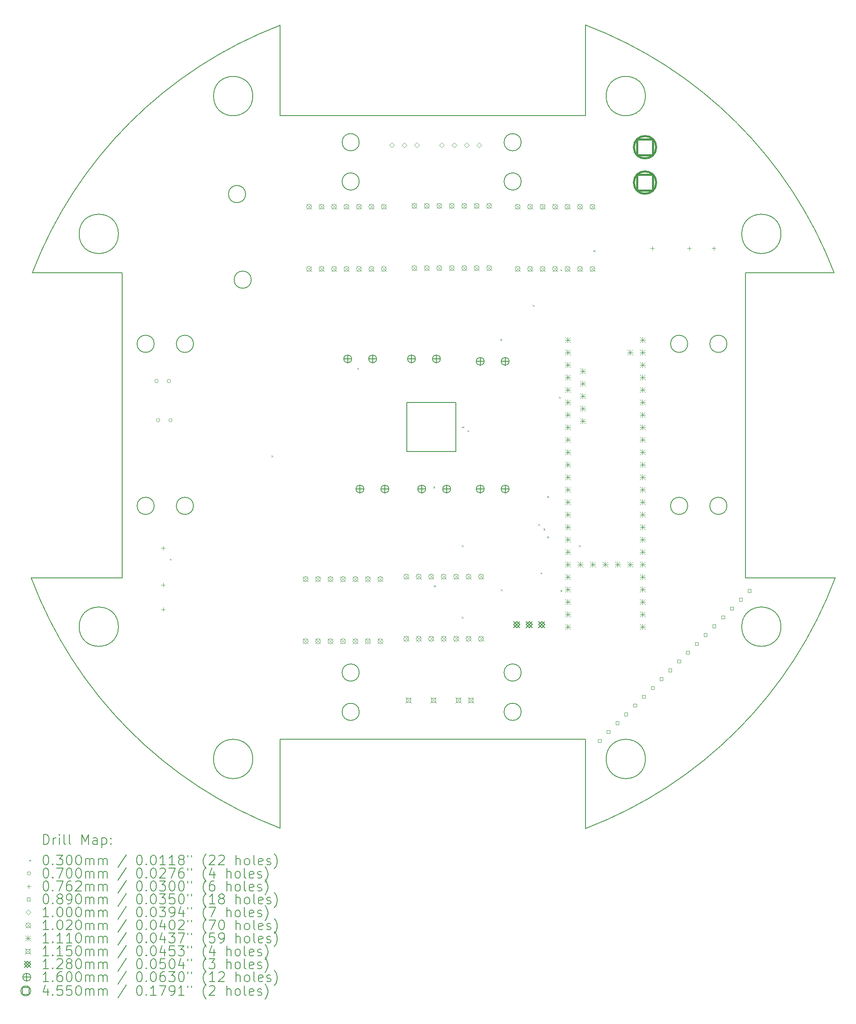
<source format=gbr>
%TF.GenerationSoftware,KiCad,Pcbnew,8.0.5*%
%TF.CreationDate,2024-11-19T17:18:23-05:00*%
%TF.ProjectId,RoboCup25PCBv1,526f626f-4375-4703-9235-50434276312e,rev?*%
%TF.SameCoordinates,Original*%
%TF.FileFunction,Drillmap*%
%TF.FilePolarity,Positive*%
%FSLAX45Y45*%
G04 Gerber Fmt 4.5, Leading zero omitted, Abs format (unit mm)*
G04 Created by KiCad (PCBNEW 8.0.5) date 2024-11-19 17:18:23*
%MOMM*%
%LPD*%
G01*
G04 APERTURE LIST*
%ADD10C,0.200000*%
%ADD11C,0.100000*%
%ADD12C,0.102000*%
%ADD13C,0.111000*%
%ADD14C,0.115000*%
%ADD15C,0.128000*%
%ADD16C,0.160000*%
%ADD17C,0.455000*%
G04 APERTURE END LIST*
D10*
X29217178Y-27008127D02*
X29217178Y-25191850D01*
X37519626Y-17143483D02*
G75*
G02*
X37169626Y-17143483I-175000J0D01*
G01*
X37169626Y-17143483D02*
G75*
G02*
X37519626Y-17143483I175000J0D01*
G01*
X35433478Y-25191850D02*
X35433478Y-27014925D01*
X40525785Y-21908150D02*
G75*
G02*
X35433478Y-27014925I-8191511J3075976D01*
G01*
X35433478Y-10649422D02*
X35433478Y-12491850D01*
X39420008Y-22904195D02*
G75*
G02*
X38620008Y-22904195I-400000J0D01*
G01*
X38620008Y-22904195D02*
G75*
G02*
X39420008Y-22904195I400000J0D01*
G01*
X26000000Y-15691850D02*
X26000000Y-21908150D01*
X24167213Y-15691850D02*
G75*
G02*
X29217178Y-10656220I8167059J-3140322D01*
G01*
X32795184Y-19340332D02*
X31795184Y-19340332D01*
X37519626Y-20443483D02*
G75*
G02*
X37169626Y-20443483I-175000J0D01*
G01*
X37169626Y-20443483D02*
G75*
G02*
X37519626Y-20443483I175000J0D01*
G01*
X25920008Y-22904195D02*
G75*
G02*
X25120008Y-22904195I-400000J0D01*
G01*
X25120008Y-22904195D02*
G75*
G02*
X25920008Y-22904195I400000J0D01*
G01*
X26649625Y-17143483D02*
G75*
G02*
X26299625Y-17143483I-175000J0D01*
G01*
X26299625Y-17143483D02*
G75*
G02*
X26649625Y-17143483I175000J0D01*
G01*
X28627500Y-15837588D02*
G75*
G02*
X28277500Y-15837588I-175000J0D01*
G01*
X28277500Y-15837588D02*
G75*
G02*
X28627500Y-15837588I175000J0D01*
G01*
X34127500Y-23837588D02*
G75*
G02*
X33777500Y-23837588I-175000J0D01*
G01*
X33777500Y-23837588D02*
G75*
G02*
X34127500Y-23837588I175000J0D01*
G01*
X26000000Y-21908150D02*
X24142761Y-21908150D01*
X30827500Y-24637588D02*
G75*
G02*
X30477500Y-24637588I-175000J0D01*
G01*
X30477500Y-24637588D02*
G75*
G02*
X30827500Y-24637588I175000J0D01*
G01*
X30827500Y-13837588D02*
G75*
G02*
X30477500Y-13837588I-175000J0D01*
G01*
X30477500Y-13837588D02*
G75*
G02*
X30827500Y-13837588I175000J0D01*
G01*
X26649625Y-20443483D02*
G75*
G02*
X26299625Y-20443483I-175000J0D01*
G01*
X26299625Y-20443483D02*
G75*
G02*
X26649625Y-20443483I175000J0D01*
G01*
X28511552Y-14094366D02*
G75*
G02*
X28161552Y-14094366I-175000J0D01*
G01*
X28161552Y-14094366D02*
G75*
G02*
X28511552Y-14094366I175000J0D01*
G01*
X38319626Y-17143483D02*
G75*
G02*
X37969626Y-17143483I-175000J0D01*
G01*
X37969626Y-17143483D02*
G75*
G02*
X38319626Y-17143483I175000J0D01*
G01*
X35433478Y-10649422D02*
G75*
G02*
X40501333Y-15691850I-3099203J-8182750D01*
G01*
X29217178Y-25191850D02*
X35433478Y-25191850D01*
X30827500Y-13037588D02*
G75*
G02*
X30477500Y-13037588I-175000J0D01*
G01*
X30477500Y-13037588D02*
G75*
G02*
X30827500Y-13037588I175000J0D01*
G01*
X29217178Y-27008127D02*
G75*
G02*
X24142761Y-21908150I3117092J8175951D01*
G01*
X34127500Y-24637588D02*
G75*
G02*
X33777500Y-24637588I-175000J0D01*
G01*
X33777500Y-24637588D02*
G75*
G02*
X34127500Y-24637588I175000J0D01*
G01*
X32795184Y-18340332D02*
X32795184Y-19340332D01*
X28657664Y-12097572D02*
G75*
G02*
X27857664Y-12097572I-400000J0D01*
G01*
X27857664Y-12097572D02*
G75*
G02*
X28657664Y-12097572I400000J0D01*
G01*
X27449625Y-17143483D02*
G75*
G02*
X27099625Y-17143483I-175000J0D01*
G01*
X27099625Y-17143483D02*
G75*
G02*
X27449625Y-17143483I175000J0D01*
G01*
X40525785Y-21908150D02*
X38700000Y-21908150D01*
X34127500Y-13037588D02*
G75*
G02*
X33777500Y-13037588I-175000J0D01*
G01*
X33777500Y-13037588D02*
G75*
G02*
X34127500Y-13037588I175000J0D01*
G01*
X36657665Y-12097572D02*
G75*
G02*
X35857665Y-12097572I-400000J0D01*
G01*
X35857665Y-12097572D02*
G75*
G02*
X36657665Y-12097572I400000J0D01*
G01*
X29217178Y-12491850D02*
X29217178Y-10656220D01*
X38700000Y-15691850D02*
X40501333Y-15691850D01*
X34127500Y-13837588D02*
G75*
G02*
X33777500Y-13837588I-175000J0D01*
G01*
X33777500Y-13837588D02*
G75*
G02*
X34127500Y-13837588I175000J0D01*
G01*
X25920008Y-14904195D02*
G75*
G02*
X25120008Y-14904195I-400000J0D01*
G01*
X25120008Y-14904195D02*
G75*
G02*
X25920008Y-14904195I400000J0D01*
G01*
X31795184Y-19340332D02*
X31795184Y-18340332D01*
X27449625Y-20443483D02*
G75*
G02*
X27099625Y-20443483I-175000J0D01*
G01*
X27099625Y-20443483D02*
G75*
G02*
X27449625Y-20443483I175000J0D01*
G01*
X38319626Y-20443483D02*
G75*
G02*
X37969626Y-20443483I-175000J0D01*
G01*
X37969626Y-20443483D02*
G75*
G02*
X38319626Y-20443483I175000J0D01*
G01*
X38700000Y-21908150D02*
X38700000Y-15691850D01*
X36657665Y-25597572D02*
G75*
G02*
X35857665Y-25597572I-400000J0D01*
G01*
X35857665Y-25597572D02*
G75*
G02*
X36657665Y-25597572I400000J0D01*
G01*
X35433478Y-12491850D02*
X29217178Y-12491850D01*
X28657664Y-25597572D02*
G75*
G02*
X27857664Y-25597572I-400000J0D01*
G01*
X27857664Y-25597572D02*
G75*
G02*
X28657664Y-25597572I400000J0D01*
G01*
X31795184Y-18340332D02*
X32795184Y-18340332D01*
X30827500Y-23837588D02*
G75*
G02*
X30477500Y-23837588I-175000J0D01*
G01*
X30477500Y-23837588D02*
G75*
G02*
X30827500Y-23837588I175000J0D01*
G01*
X24167213Y-15691850D02*
X26000000Y-15691850D01*
X39420008Y-14904195D02*
G75*
G02*
X38620008Y-14904195I-400000J0D01*
G01*
X38620008Y-14904195D02*
G75*
G02*
X39420008Y-14904195I400000J0D01*
G01*
D11*
X26967000Y-21518700D02*
X26997000Y-21548700D01*
X26997000Y-21518700D02*
X26967000Y-21548700D01*
X29038800Y-19412900D02*
X29068800Y-19442900D01*
X29068800Y-19412900D02*
X29038800Y-19442900D01*
X30785000Y-17631800D02*
X30815000Y-17661800D01*
X30815000Y-17631800D02*
X30785000Y-17661800D01*
X32336800Y-20051300D02*
X32366800Y-20081300D01*
X32366800Y-20051300D02*
X32336800Y-20081300D01*
X32349100Y-22060000D02*
X32379100Y-22090000D01*
X32379100Y-22060000D02*
X32349100Y-22090000D01*
X32915880Y-21242380D02*
X32945880Y-21272380D01*
X32945880Y-21242380D02*
X32915880Y-21272380D01*
X32915880Y-22700510D02*
X32945880Y-22730510D01*
X32945880Y-22700510D02*
X32915880Y-22730510D01*
X32922600Y-18827000D02*
X32952600Y-18857000D01*
X32952600Y-18827000D02*
X32922600Y-18857000D01*
X33030700Y-18901500D02*
X33060700Y-18931500D01*
X33060700Y-18901500D02*
X33030700Y-18931500D01*
X33699800Y-17042300D02*
X33729800Y-17072300D01*
X33729800Y-17042300D02*
X33699800Y-17072300D01*
X33712000Y-22139900D02*
X33742000Y-22169900D01*
X33742000Y-22139900D02*
X33712000Y-22169900D01*
X34362300Y-16350300D02*
X34392300Y-16380300D01*
X34392300Y-16350300D02*
X34362300Y-16380300D01*
X34474200Y-20812800D02*
X34504200Y-20842800D01*
X34504200Y-20812800D02*
X34474200Y-20842800D01*
X34518300Y-21798500D02*
X34548300Y-21828500D01*
X34548300Y-21798500D02*
X34518300Y-21828500D01*
X34580900Y-20906800D02*
X34610900Y-20936800D01*
X34610900Y-20906800D02*
X34580900Y-20936800D01*
X34654300Y-20242700D02*
X34684300Y-20272700D01*
X34684300Y-20242700D02*
X34654300Y-20272700D01*
X34654300Y-21066300D02*
X34684300Y-21096300D01*
X34684300Y-21066300D02*
X34654300Y-21096300D01*
X34897900Y-18219000D02*
X34927900Y-18249000D01*
X34927900Y-18219000D02*
X34897900Y-18249000D01*
X34926200Y-22158700D02*
X34956200Y-22188700D01*
X34956200Y-22158700D02*
X34926200Y-22188700D01*
X34928000Y-15624800D02*
X34958000Y-15654800D01*
X34958000Y-15624800D02*
X34928000Y-15654800D01*
X35301800Y-21242380D02*
X35331800Y-21272380D01*
X35331800Y-21242380D02*
X35301800Y-21272380D01*
X35598000Y-15236000D02*
X35628000Y-15266000D01*
X35628000Y-15236000D02*
X35598000Y-15266000D01*
X26731000Y-17900000D02*
G75*
G02*
X26661000Y-17900000I-35000J0D01*
G01*
X26661000Y-17900000D02*
G75*
G02*
X26731000Y-17900000I35000J0D01*
G01*
X26763000Y-18700000D02*
G75*
G02*
X26693000Y-18700000I-35000J0D01*
G01*
X26693000Y-18700000D02*
G75*
G02*
X26763000Y-18700000I35000J0D01*
G01*
X26985000Y-17900000D02*
G75*
G02*
X26915000Y-17900000I-35000J0D01*
G01*
X26915000Y-17900000D02*
G75*
G02*
X26985000Y-17900000I35000J0D01*
G01*
X27017000Y-18700000D02*
G75*
G02*
X26947000Y-18700000I-35000J0D01*
G01*
X26947000Y-18700000D02*
G75*
G02*
X27017000Y-18700000I35000J0D01*
G01*
X26833500Y-21264400D02*
X26833500Y-21340600D01*
X26795400Y-21302500D02*
X26871600Y-21302500D01*
X26833500Y-22014400D02*
X26833500Y-22090600D01*
X26795400Y-22052500D02*
X26871600Y-22052500D01*
X26833500Y-22514400D02*
X26833500Y-22590600D01*
X26795400Y-22552500D02*
X26871600Y-22552500D01*
X36800000Y-15161900D02*
X36800000Y-15238100D01*
X36761900Y-15200000D02*
X36838100Y-15200000D01*
X37550000Y-15161900D02*
X37550000Y-15238100D01*
X37511900Y-15200000D02*
X37588100Y-15200000D01*
X38050000Y-15161900D02*
X38050000Y-15238100D01*
X38011900Y-15200000D02*
X38088100Y-15200000D01*
X35755813Y-25257120D02*
X35755813Y-25194187D01*
X35692880Y-25194187D01*
X35692880Y-25257120D01*
X35755813Y-25257120D01*
X35935418Y-25077515D02*
X35935418Y-25014582D01*
X35872485Y-25014582D01*
X35872485Y-25077515D01*
X35935418Y-25077515D01*
X36115023Y-24897910D02*
X36115023Y-24834977D01*
X36052090Y-24834977D01*
X36052090Y-24897910D01*
X36115023Y-24897910D01*
X36294628Y-24718305D02*
X36294628Y-24655372D01*
X36231695Y-24655372D01*
X36231695Y-24718305D01*
X36294628Y-24718305D01*
X36474234Y-24538700D02*
X36474234Y-24475766D01*
X36411300Y-24475766D01*
X36411300Y-24538700D01*
X36474234Y-24538700D01*
X36653839Y-24359094D02*
X36653839Y-24296161D01*
X36590906Y-24296161D01*
X36590906Y-24359094D01*
X36653839Y-24359094D01*
X36833444Y-24179489D02*
X36833444Y-24116556D01*
X36770511Y-24116556D01*
X36770511Y-24179489D01*
X36833444Y-24179489D01*
X37013049Y-23999884D02*
X37013049Y-23936951D01*
X36950116Y-23936951D01*
X36950116Y-23999884D01*
X37013049Y-23999884D01*
X37192654Y-23820279D02*
X37192654Y-23757346D01*
X37129721Y-23757346D01*
X37129721Y-23820279D01*
X37192654Y-23820279D01*
X37372259Y-23640674D02*
X37372259Y-23577741D01*
X37309326Y-23577741D01*
X37309326Y-23640674D01*
X37372259Y-23640674D01*
X37551864Y-23461069D02*
X37551864Y-23398136D01*
X37488931Y-23398136D01*
X37488931Y-23461069D01*
X37551864Y-23461069D01*
X37731469Y-23281464D02*
X37731469Y-23218531D01*
X37668536Y-23218531D01*
X37668536Y-23281464D01*
X37731469Y-23281464D01*
X37911075Y-23101859D02*
X37911075Y-23038925D01*
X37848141Y-23038925D01*
X37848141Y-23101859D01*
X37911075Y-23101859D01*
X38090680Y-22922253D02*
X38090680Y-22859320D01*
X38027747Y-22859320D01*
X38027747Y-22922253D01*
X38090680Y-22922253D01*
X38270285Y-22742648D02*
X38270285Y-22679715D01*
X38207352Y-22679715D01*
X38207352Y-22742648D01*
X38270285Y-22742648D01*
X38449890Y-22563043D02*
X38449890Y-22500110D01*
X38386957Y-22500110D01*
X38386957Y-22563043D01*
X38449890Y-22563043D01*
X38629495Y-22383438D02*
X38629495Y-22320505D01*
X38566562Y-22320505D01*
X38566562Y-22383438D01*
X38629495Y-22383438D01*
X38809100Y-22203833D02*
X38809100Y-22140900D01*
X38746167Y-22140900D01*
X38746167Y-22203833D01*
X38809100Y-22203833D01*
X31492000Y-13150000D02*
X31542000Y-13100000D01*
X31492000Y-13050000D01*
X31442000Y-13100000D01*
X31492000Y-13150000D01*
X31746000Y-13150000D02*
X31796000Y-13100000D01*
X31746000Y-13050000D01*
X31696000Y-13100000D01*
X31746000Y-13150000D01*
X32000000Y-13150000D02*
X32050000Y-13100000D01*
X32000000Y-13050000D01*
X31950000Y-13100000D01*
X32000000Y-13150000D01*
X32508000Y-13150000D02*
X32558000Y-13100000D01*
X32508000Y-13050000D01*
X32458000Y-13100000D01*
X32508000Y-13150000D01*
X32762000Y-13150000D02*
X32812000Y-13100000D01*
X32762000Y-13050000D01*
X32712000Y-13100000D01*
X32762000Y-13150000D01*
X33016000Y-13150000D02*
X33066000Y-13100000D01*
X33016000Y-13050000D01*
X32966000Y-13100000D01*
X33016000Y-13150000D01*
X33270000Y-13150000D02*
X33320000Y-13100000D01*
X33270000Y-13050000D01*
X33220000Y-13100000D01*
X33270000Y-13150000D01*
D12*
X29683000Y-21883000D02*
X29785000Y-21985000D01*
X29785000Y-21883000D02*
X29683000Y-21985000D01*
X29785000Y-21934000D02*
G75*
G02*
X29683000Y-21934000I-51000J0D01*
G01*
X29683000Y-21934000D02*
G75*
G02*
X29785000Y-21934000I51000J0D01*
G01*
X29683000Y-23149000D02*
X29785000Y-23251000D01*
X29785000Y-23149000D02*
X29683000Y-23251000D01*
X29785000Y-23200000D02*
G75*
G02*
X29683000Y-23200000I-51000J0D01*
G01*
X29683000Y-23200000D02*
G75*
G02*
X29785000Y-23200000I51000J0D01*
G01*
X29753000Y-14299000D02*
X29855000Y-14401000D01*
X29855000Y-14299000D02*
X29753000Y-14401000D01*
X29855000Y-14350000D02*
G75*
G02*
X29753000Y-14350000I-51000J0D01*
G01*
X29753000Y-14350000D02*
G75*
G02*
X29855000Y-14350000I51000J0D01*
G01*
X29753000Y-15565000D02*
X29855000Y-15667000D01*
X29855000Y-15565000D02*
X29753000Y-15667000D01*
X29855000Y-15616000D02*
G75*
G02*
X29753000Y-15616000I-51000J0D01*
G01*
X29753000Y-15616000D02*
G75*
G02*
X29855000Y-15616000I51000J0D01*
G01*
X29937000Y-21883000D02*
X30039000Y-21985000D01*
X30039000Y-21883000D02*
X29937000Y-21985000D01*
X30039000Y-21934000D02*
G75*
G02*
X29937000Y-21934000I-51000J0D01*
G01*
X29937000Y-21934000D02*
G75*
G02*
X30039000Y-21934000I51000J0D01*
G01*
X29937000Y-23149000D02*
X30039000Y-23251000D01*
X30039000Y-23149000D02*
X29937000Y-23251000D01*
X30039000Y-23200000D02*
G75*
G02*
X29937000Y-23200000I-51000J0D01*
G01*
X29937000Y-23200000D02*
G75*
G02*
X30039000Y-23200000I51000J0D01*
G01*
X30007000Y-14299000D02*
X30109000Y-14401000D01*
X30109000Y-14299000D02*
X30007000Y-14401000D01*
X30109000Y-14350000D02*
G75*
G02*
X30007000Y-14350000I-51000J0D01*
G01*
X30007000Y-14350000D02*
G75*
G02*
X30109000Y-14350000I51000J0D01*
G01*
X30007000Y-15565000D02*
X30109000Y-15667000D01*
X30109000Y-15565000D02*
X30007000Y-15667000D01*
X30109000Y-15616000D02*
G75*
G02*
X30007000Y-15616000I-51000J0D01*
G01*
X30007000Y-15616000D02*
G75*
G02*
X30109000Y-15616000I51000J0D01*
G01*
X30191000Y-21883000D02*
X30293000Y-21985000D01*
X30293000Y-21883000D02*
X30191000Y-21985000D01*
X30293000Y-21934000D02*
G75*
G02*
X30191000Y-21934000I-51000J0D01*
G01*
X30191000Y-21934000D02*
G75*
G02*
X30293000Y-21934000I51000J0D01*
G01*
X30191000Y-23149000D02*
X30293000Y-23251000D01*
X30293000Y-23149000D02*
X30191000Y-23251000D01*
X30293000Y-23200000D02*
G75*
G02*
X30191000Y-23200000I-51000J0D01*
G01*
X30191000Y-23200000D02*
G75*
G02*
X30293000Y-23200000I51000J0D01*
G01*
X30261000Y-14299000D02*
X30363000Y-14401000D01*
X30363000Y-14299000D02*
X30261000Y-14401000D01*
X30363000Y-14350000D02*
G75*
G02*
X30261000Y-14350000I-51000J0D01*
G01*
X30261000Y-14350000D02*
G75*
G02*
X30363000Y-14350000I51000J0D01*
G01*
X30261000Y-15565000D02*
X30363000Y-15667000D01*
X30363000Y-15565000D02*
X30261000Y-15667000D01*
X30363000Y-15616000D02*
G75*
G02*
X30261000Y-15616000I-51000J0D01*
G01*
X30261000Y-15616000D02*
G75*
G02*
X30363000Y-15616000I51000J0D01*
G01*
X30445000Y-21883000D02*
X30547000Y-21985000D01*
X30547000Y-21883000D02*
X30445000Y-21985000D01*
X30547000Y-21934000D02*
G75*
G02*
X30445000Y-21934000I-51000J0D01*
G01*
X30445000Y-21934000D02*
G75*
G02*
X30547000Y-21934000I51000J0D01*
G01*
X30445000Y-23149000D02*
X30547000Y-23251000D01*
X30547000Y-23149000D02*
X30445000Y-23251000D01*
X30547000Y-23200000D02*
G75*
G02*
X30445000Y-23200000I-51000J0D01*
G01*
X30445000Y-23200000D02*
G75*
G02*
X30547000Y-23200000I51000J0D01*
G01*
X30515000Y-14299000D02*
X30617000Y-14401000D01*
X30617000Y-14299000D02*
X30515000Y-14401000D01*
X30617000Y-14350000D02*
G75*
G02*
X30515000Y-14350000I-51000J0D01*
G01*
X30515000Y-14350000D02*
G75*
G02*
X30617000Y-14350000I51000J0D01*
G01*
X30515000Y-15565000D02*
X30617000Y-15667000D01*
X30617000Y-15565000D02*
X30515000Y-15667000D01*
X30617000Y-15616000D02*
G75*
G02*
X30515000Y-15616000I-51000J0D01*
G01*
X30515000Y-15616000D02*
G75*
G02*
X30617000Y-15616000I51000J0D01*
G01*
X30699000Y-21883000D02*
X30801000Y-21985000D01*
X30801000Y-21883000D02*
X30699000Y-21985000D01*
X30801000Y-21934000D02*
G75*
G02*
X30699000Y-21934000I-51000J0D01*
G01*
X30699000Y-21934000D02*
G75*
G02*
X30801000Y-21934000I51000J0D01*
G01*
X30699000Y-23149000D02*
X30801000Y-23251000D01*
X30801000Y-23149000D02*
X30699000Y-23251000D01*
X30801000Y-23200000D02*
G75*
G02*
X30699000Y-23200000I-51000J0D01*
G01*
X30699000Y-23200000D02*
G75*
G02*
X30801000Y-23200000I51000J0D01*
G01*
X30769000Y-14299000D02*
X30871000Y-14401000D01*
X30871000Y-14299000D02*
X30769000Y-14401000D01*
X30871000Y-14350000D02*
G75*
G02*
X30769000Y-14350000I-51000J0D01*
G01*
X30769000Y-14350000D02*
G75*
G02*
X30871000Y-14350000I51000J0D01*
G01*
X30769000Y-15565000D02*
X30871000Y-15667000D01*
X30871000Y-15565000D02*
X30769000Y-15667000D01*
X30871000Y-15616000D02*
G75*
G02*
X30769000Y-15616000I-51000J0D01*
G01*
X30769000Y-15616000D02*
G75*
G02*
X30871000Y-15616000I51000J0D01*
G01*
X30953000Y-21883000D02*
X31055000Y-21985000D01*
X31055000Y-21883000D02*
X30953000Y-21985000D01*
X31055000Y-21934000D02*
G75*
G02*
X30953000Y-21934000I-51000J0D01*
G01*
X30953000Y-21934000D02*
G75*
G02*
X31055000Y-21934000I51000J0D01*
G01*
X30953000Y-23149000D02*
X31055000Y-23251000D01*
X31055000Y-23149000D02*
X30953000Y-23251000D01*
X31055000Y-23200000D02*
G75*
G02*
X30953000Y-23200000I-51000J0D01*
G01*
X30953000Y-23200000D02*
G75*
G02*
X31055000Y-23200000I51000J0D01*
G01*
X31023000Y-14299000D02*
X31125000Y-14401000D01*
X31125000Y-14299000D02*
X31023000Y-14401000D01*
X31125000Y-14350000D02*
G75*
G02*
X31023000Y-14350000I-51000J0D01*
G01*
X31023000Y-14350000D02*
G75*
G02*
X31125000Y-14350000I51000J0D01*
G01*
X31023000Y-15565000D02*
X31125000Y-15667000D01*
X31125000Y-15565000D02*
X31023000Y-15667000D01*
X31125000Y-15616000D02*
G75*
G02*
X31023000Y-15616000I-51000J0D01*
G01*
X31023000Y-15616000D02*
G75*
G02*
X31125000Y-15616000I51000J0D01*
G01*
X31207000Y-21883000D02*
X31309000Y-21985000D01*
X31309000Y-21883000D02*
X31207000Y-21985000D01*
X31309000Y-21934000D02*
G75*
G02*
X31207000Y-21934000I-51000J0D01*
G01*
X31207000Y-21934000D02*
G75*
G02*
X31309000Y-21934000I51000J0D01*
G01*
X31207000Y-23149000D02*
X31309000Y-23251000D01*
X31309000Y-23149000D02*
X31207000Y-23251000D01*
X31309000Y-23200000D02*
G75*
G02*
X31207000Y-23200000I-51000J0D01*
G01*
X31207000Y-23200000D02*
G75*
G02*
X31309000Y-23200000I51000J0D01*
G01*
X31277000Y-14299000D02*
X31379000Y-14401000D01*
X31379000Y-14299000D02*
X31277000Y-14401000D01*
X31379000Y-14350000D02*
G75*
G02*
X31277000Y-14350000I-51000J0D01*
G01*
X31277000Y-14350000D02*
G75*
G02*
X31379000Y-14350000I51000J0D01*
G01*
X31277000Y-15565000D02*
X31379000Y-15667000D01*
X31379000Y-15565000D02*
X31277000Y-15667000D01*
X31379000Y-15616000D02*
G75*
G02*
X31277000Y-15616000I-51000J0D01*
G01*
X31277000Y-15616000D02*
G75*
G02*
X31379000Y-15616000I51000J0D01*
G01*
X31733000Y-21833000D02*
X31835000Y-21935000D01*
X31835000Y-21833000D02*
X31733000Y-21935000D01*
X31835000Y-21884000D02*
G75*
G02*
X31733000Y-21884000I-51000J0D01*
G01*
X31733000Y-21884000D02*
G75*
G02*
X31835000Y-21884000I51000J0D01*
G01*
X31733000Y-23099000D02*
X31835000Y-23201000D01*
X31835000Y-23099000D02*
X31733000Y-23201000D01*
X31835000Y-23150000D02*
G75*
G02*
X31733000Y-23150000I-51000J0D01*
G01*
X31733000Y-23150000D02*
G75*
G02*
X31835000Y-23150000I51000J0D01*
G01*
X31899000Y-14283000D02*
X32001000Y-14385000D01*
X32001000Y-14283000D02*
X31899000Y-14385000D01*
X32001000Y-14334000D02*
G75*
G02*
X31899000Y-14334000I-51000J0D01*
G01*
X31899000Y-14334000D02*
G75*
G02*
X32001000Y-14334000I51000J0D01*
G01*
X31899000Y-15549000D02*
X32001000Y-15651000D01*
X32001000Y-15549000D02*
X31899000Y-15651000D01*
X32001000Y-15600000D02*
G75*
G02*
X31899000Y-15600000I-51000J0D01*
G01*
X31899000Y-15600000D02*
G75*
G02*
X32001000Y-15600000I51000J0D01*
G01*
X31987000Y-21833000D02*
X32089000Y-21935000D01*
X32089000Y-21833000D02*
X31987000Y-21935000D01*
X32089000Y-21884000D02*
G75*
G02*
X31987000Y-21884000I-51000J0D01*
G01*
X31987000Y-21884000D02*
G75*
G02*
X32089000Y-21884000I51000J0D01*
G01*
X31987000Y-23099000D02*
X32089000Y-23201000D01*
X32089000Y-23099000D02*
X31987000Y-23201000D01*
X32089000Y-23150000D02*
G75*
G02*
X31987000Y-23150000I-51000J0D01*
G01*
X31987000Y-23150000D02*
G75*
G02*
X32089000Y-23150000I51000J0D01*
G01*
X32153000Y-14283000D02*
X32255000Y-14385000D01*
X32255000Y-14283000D02*
X32153000Y-14385000D01*
X32255000Y-14334000D02*
G75*
G02*
X32153000Y-14334000I-51000J0D01*
G01*
X32153000Y-14334000D02*
G75*
G02*
X32255000Y-14334000I51000J0D01*
G01*
X32153000Y-15549000D02*
X32255000Y-15651000D01*
X32255000Y-15549000D02*
X32153000Y-15651000D01*
X32255000Y-15600000D02*
G75*
G02*
X32153000Y-15600000I-51000J0D01*
G01*
X32153000Y-15600000D02*
G75*
G02*
X32255000Y-15600000I51000J0D01*
G01*
X32241000Y-21833000D02*
X32343000Y-21935000D01*
X32343000Y-21833000D02*
X32241000Y-21935000D01*
X32343000Y-21884000D02*
G75*
G02*
X32241000Y-21884000I-51000J0D01*
G01*
X32241000Y-21884000D02*
G75*
G02*
X32343000Y-21884000I51000J0D01*
G01*
X32241000Y-23099000D02*
X32343000Y-23201000D01*
X32343000Y-23099000D02*
X32241000Y-23201000D01*
X32343000Y-23150000D02*
G75*
G02*
X32241000Y-23150000I-51000J0D01*
G01*
X32241000Y-23150000D02*
G75*
G02*
X32343000Y-23150000I51000J0D01*
G01*
X32407000Y-14283000D02*
X32509000Y-14385000D01*
X32509000Y-14283000D02*
X32407000Y-14385000D01*
X32509000Y-14334000D02*
G75*
G02*
X32407000Y-14334000I-51000J0D01*
G01*
X32407000Y-14334000D02*
G75*
G02*
X32509000Y-14334000I51000J0D01*
G01*
X32407000Y-15549000D02*
X32509000Y-15651000D01*
X32509000Y-15549000D02*
X32407000Y-15651000D01*
X32509000Y-15600000D02*
G75*
G02*
X32407000Y-15600000I-51000J0D01*
G01*
X32407000Y-15600000D02*
G75*
G02*
X32509000Y-15600000I51000J0D01*
G01*
X32495000Y-21833000D02*
X32597000Y-21935000D01*
X32597000Y-21833000D02*
X32495000Y-21935000D01*
X32597000Y-21884000D02*
G75*
G02*
X32495000Y-21884000I-51000J0D01*
G01*
X32495000Y-21884000D02*
G75*
G02*
X32597000Y-21884000I51000J0D01*
G01*
X32495000Y-23099000D02*
X32597000Y-23201000D01*
X32597000Y-23099000D02*
X32495000Y-23201000D01*
X32597000Y-23150000D02*
G75*
G02*
X32495000Y-23150000I-51000J0D01*
G01*
X32495000Y-23150000D02*
G75*
G02*
X32597000Y-23150000I51000J0D01*
G01*
X32661000Y-14283000D02*
X32763000Y-14385000D01*
X32763000Y-14283000D02*
X32661000Y-14385000D01*
X32763000Y-14334000D02*
G75*
G02*
X32661000Y-14334000I-51000J0D01*
G01*
X32661000Y-14334000D02*
G75*
G02*
X32763000Y-14334000I51000J0D01*
G01*
X32661000Y-15549000D02*
X32763000Y-15651000D01*
X32763000Y-15549000D02*
X32661000Y-15651000D01*
X32763000Y-15600000D02*
G75*
G02*
X32661000Y-15600000I-51000J0D01*
G01*
X32661000Y-15600000D02*
G75*
G02*
X32763000Y-15600000I51000J0D01*
G01*
X32749000Y-21833000D02*
X32851000Y-21935000D01*
X32851000Y-21833000D02*
X32749000Y-21935000D01*
X32851000Y-21884000D02*
G75*
G02*
X32749000Y-21884000I-51000J0D01*
G01*
X32749000Y-21884000D02*
G75*
G02*
X32851000Y-21884000I51000J0D01*
G01*
X32749000Y-23099000D02*
X32851000Y-23201000D01*
X32851000Y-23099000D02*
X32749000Y-23201000D01*
X32851000Y-23150000D02*
G75*
G02*
X32749000Y-23150000I-51000J0D01*
G01*
X32749000Y-23150000D02*
G75*
G02*
X32851000Y-23150000I51000J0D01*
G01*
X32915000Y-14283000D02*
X33017000Y-14385000D01*
X33017000Y-14283000D02*
X32915000Y-14385000D01*
X33017000Y-14334000D02*
G75*
G02*
X32915000Y-14334000I-51000J0D01*
G01*
X32915000Y-14334000D02*
G75*
G02*
X33017000Y-14334000I51000J0D01*
G01*
X32915000Y-15549000D02*
X33017000Y-15651000D01*
X33017000Y-15549000D02*
X32915000Y-15651000D01*
X33017000Y-15600000D02*
G75*
G02*
X32915000Y-15600000I-51000J0D01*
G01*
X32915000Y-15600000D02*
G75*
G02*
X33017000Y-15600000I51000J0D01*
G01*
X33003000Y-21833000D02*
X33105000Y-21935000D01*
X33105000Y-21833000D02*
X33003000Y-21935000D01*
X33105000Y-21884000D02*
G75*
G02*
X33003000Y-21884000I-51000J0D01*
G01*
X33003000Y-21884000D02*
G75*
G02*
X33105000Y-21884000I51000J0D01*
G01*
X33003000Y-23099000D02*
X33105000Y-23201000D01*
X33105000Y-23099000D02*
X33003000Y-23201000D01*
X33105000Y-23150000D02*
G75*
G02*
X33003000Y-23150000I-51000J0D01*
G01*
X33003000Y-23150000D02*
G75*
G02*
X33105000Y-23150000I51000J0D01*
G01*
X33169000Y-14283000D02*
X33271000Y-14385000D01*
X33271000Y-14283000D02*
X33169000Y-14385000D01*
X33271000Y-14334000D02*
G75*
G02*
X33169000Y-14334000I-51000J0D01*
G01*
X33169000Y-14334000D02*
G75*
G02*
X33271000Y-14334000I51000J0D01*
G01*
X33169000Y-15549000D02*
X33271000Y-15651000D01*
X33271000Y-15549000D02*
X33169000Y-15651000D01*
X33271000Y-15600000D02*
G75*
G02*
X33169000Y-15600000I-51000J0D01*
G01*
X33169000Y-15600000D02*
G75*
G02*
X33271000Y-15600000I51000J0D01*
G01*
X33257000Y-21833000D02*
X33359000Y-21935000D01*
X33359000Y-21833000D02*
X33257000Y-21935000D01*
X33359000Y-21884000D02*
G75*
G02*
X33257000Y-21884000I-51000J0D01*
G01*
X33257000Y-21884000D02*
G75*
G02*
X33359000Y-21884000I51000J0D01*
G01*
X33257000Y-23099000D02*
X33359000Y-23201000D01*
X33359000Y-23099000D02*
X33257000Y-23201000D01*
X33359000Y-23150000D02*
G75*
G02*
X33257000Y-23150000I-51000J0D01*
G01*
X33257000Y-23150000D02*
G75*
G02*
X33359000Y-23150000I51000J0D01*
G01*
X33423000Y-14283000D02*
X33525000Y-14385000D01*
X33525000Y-14283000D02*
X33423000Y-14385000D01*
X33525000Y-14334000D02*
G75*
G02*
X33423000Y-14334000I-51000J0D01*
G01*
X33423000Y-14334000D02*
G75*
G02*
X33525000Y-14334000I51000J0D01*
G01*
X33423000Y-15549000D02*
X33525000Y-15651000D01*
X33525000Y-15549000D02*
X33423000Y-15651000D01*
X33525000Y-15600000D02*
G75*
G02*
X33423000Y-15600000I-51000J0D01*
G01*
X33423000Y-15600000D02*
G75*
G02*
X33525000Y-15600000I51000J0D01*
G01*
X34003000Y-14299000D02*
X34105000Y-14401000D01*
X34105000Y-14299000D02*
X34003000Y-14401000D01*
X34105000Y-14350000D02*
G75*
G02*
X34003000Y-14350000I-51000J0D01*
G01*
X34003000Y-14350000D02*
G75*
G02*
X34105000Y-14350000I51000J0D01*
G01*
X34003000Y-15565000D02*
X34105000Y-15667000D01*
X34105000Y-15565000D02*
X34003000Y-15667000D01*
X34105000Y-15616000D02*
G75*
G02*
X34003000Y-15616000I-51000J0D01*
G01*
X34003000Y-15616000D02*
G75*
G02*
X34105000Y-15616000I51000J0D01*
G01*
X34257000Y-14299000D02*
X34359000Y-14401000D01*
X34359000Y-14299000D02*
X34257000Y-14401000D01*
X34359000Y-14350000D02*
G75*
G02*
X34257000Y-14350000I-51000J0D01*
G01*
X34257000Y-14350000D02*
G75*
G02*
X34359000Y-14350000I51000J0D01*
G01*
X34257000Y-15565000D02*
X34359000Y-15667000D01*
X34359000Y-15565000D02*
X34257000Y-15667000D01*
X34359000Y-15616000D02*
G75*
G02*
X34257000Y-15616000I-51000J0D01*
G01*
X34257000Y-15616000D02*
G75*
G02*
X34359000Y-15616000I51000J0D01*
G01*
X34511000Y-14299000D02*
X34613000Y-14401000D01*
X34613000Y-14299000D02*
X34511000Y-14401000D01*
X34613000Y-14350000D02*
G75*
G02*
X34511000Y-14350000I-51000J0D01*
G01*
X34511000Y-14350000D02*
G75*
G02*
X34613000Y-14350000I51000J0D01*
G01*
X34511000Y-15565000D02*
X34613000Y-15667000D01*
X34613000Y-15565000D02*
X34511000Y-15667000D01*
X34613000Y-15616000D02*
G75*
G02*
X34511000Y-15616000I-51000J0D01*
G01*
X34511000Y-15616000D02*
G75*
G02*
X34613000Y-15616000I51000J0D01*
G01*
X34765000Y-14299000D02*
X34867000Y-14401000D01*
X34867000Y-14299000D02*
X34765000Y-14401000D01*
X34867000Y-14350000D02*
G75*
G02*
X34765000Y-14350000I-51000J0D01*
G01*
X34765000Y-14350000D02*
G75*
G02*
X34867000Y-14350000I51000J0D01*
G01*
X34765000Y-15565000D02*
X34867000Y-15667000D01*
X34867000Y-15565000D02*
X34765000Y-15667000D01*
X34867000Y-15616000D02*
G75*
G02*
X34765000Y-15616000I-51000J0D01*
G01*
X34765000Y-15616000D02*
G75*
G02*
X34867000Y-15616000I51000J0D01*
G01*
X35019000Y-14299000D02*
X35121000Y-14401000D01*
X35121000Y-14299000D02*
X35019000Y-14401000D01*
X35121000Y-14350000D02*
G75*
G02*
X35019000Y-14350000I-51000J0D01*
G01*
X35019000Y-14350000D02*
G75*
G02*
X35121000Y-14350000I51000J0D01*
G01*
X35019000Y-15565000D02*
X35121000Y-15667000D01*
X35121000Y-15565000D02*
X35019000Y-15667000D01*
X35121000Y-15616000D02*
G75*
G02*
X35019000Y-15616000I-51000J0D01*
G01*
X35019000Y-15616000D02*
G75*
G02*
X35121000Y-15616000I51000J0D01*
G01*
X35273000Y-14299000D02*
X35375000Y-14401000D01*
X35375000Y-14299000D02*
X35273000Y-14401000D01*
X35375000Y-14350000D02*
G75*
G02*
X35273000Y-14350000I-51000J0D01*
G01*
X35273000Y-14350000D02*
G75*
G02*
X35375000Y-14350000I51000J0D01*
G01*
X35273000Y-15565000D02*
X35375000Y-15667000D01*
X35375000Y-15565000D02*
X35273000Y-15667000D01*
X35375000Y-15616000D02*
G75*
G02*
X35273000Y-15616000I-51000J0D01*
G01*
X35273000Y-15616000D02*
G75*
G02*
X35375000Y-15616000I51000J0D01*
G01*
X35527000Y-14299000D02*
X35629000Y-14401000D01*
X35629000Y-14299000D02*
X35527000Y-14401000D01*
X35629000Y-14350000D02*
G75*
G02*
X35527000Y-14350000I-51000J0D01*
G01*
X35527000Y-14350000D02*
G75*
G02*
X35629000Y-14350000I51000J0D01*
G01*
X35527000Y-15565000D02*
X35629000Y-15667000D01*
X35629000Y-15565000D02*
X35527000Y-15667000D01*
X35629000Y-15616000D02*
G75*
G02*
X35527000Y-15616000I-51000J0D01*
G01*
X35527000Y-15616000D02*
G75*
G02*
X35629000Y-15616000I51000J0D01*
G01*
D13*
X35020500Y-17008500D02*
X35131500Y-17119500D01*
X35131500Y-17008500D02*
X35020500Y-17119500D01*
X35076000Y-17008500D02*
X35076000Y-17119500D01*
X35020500Y-17064000D02*
X35131500Y-17064000D01*
X35020500Y-17262500D02*
X35131500Y-17373500D01*
X35131500Y-17262500D02*
X35020500Y-17373500D01*
X35076000Y-17262500D02*
X35076000Y-17373500D01*
X35020500Y-17318000D02*
X35131500Y-17318000D01*
X35020500Y-17516500D02*
X35131500Y-17627500D01*
X35131500Y-17516500D02*
X35020500Y-17627500D01*
X35076000Y-17516500D02*
X35076000Y-17627500D01*
X35020500Y-17572000D02*
X35131500Y-17572000D01*
X35020500Y-17770500D02*
X35131500Y-17881500D01*
X35131500Y-17770500D02*
X35020500Y-17881500D01*
X35076000Y-17770500D02*
X35076000Y-17881500D01*
X35020500Y-17826000D02*
X35131500Y-17826000D01*
X35020500Y-18024500D02*
X35131500Y-18135500D01*
X35131500Y-18024500D02*
X35020500Y-18135500D01*
X35076000Y-18024500D02*
X35076000Y-18135500D01*
X35020500Y-18080000D02*
X35131500Y-18080000D01*
X35020500Y-18278500D02*
X35131500Y-18389500D01*
X35131500Y-18278500D02*
X35020500Y-18389500D01*
X35076000Y-18278500D02*
X35076000Y-18389500D01*
X35020500Y-18334000D02*
X35131500Y-18334000D01*
X35020500Y-18532500D02*
X35131500Y-18643500D01*
X35131500Y-18532500D02*
X35020500Y-18643500D01*
X35076000Y-18532500D02*
X35076000Y-18643500D01*
X35020500Y-18588000D02*
X35131500Y-18588000D01*
X35020500Y-18786500D02*
X35131500Y-18897500D01*
X35131500Y-18786500D02*
X35020500Y-18897500D01*
X35076000Y-18786500D02*
X35076000Y-18897500D01*
X35020500Y-18842000D02*
X35131500Y-18842000D01*
X35020500Y-19040500D02*
X35131500Y-19151500D01*
X35131500Y-19040500D02*
X35020500Y-19151500D01*
X35076000Y-19040500D02*
X35076000Y-19151500D01*
X35020500Y-19096000D02*
X35131500Y-19096000D01*
X35020500Y-19294500D02*
X35131500Y-19405500D01*
X35131500Y-19294500D02*
X35020500Y-19405500D01*
X35076000Y-19294500D02*
X35076000Y-19405500D01*
X35020500Y-19350000D02*
X35131500Y-19350000D01*
X35020500Y-19548500D02*
X35131500Y-19659500D01*
X35131500Y-19548500D02*
X35020500Y-19659500D01*
X35076000Y-19548500D02*
X35076000Y-19659500D01*
X35020500Y-19604000D02*
X35131500Y-19604000D01*
X35020500Y-19802500D02*
X35131500Y-19913500D01*
X35131500Y-19802500D02*
X35020500Y-19913500D01*
X35076000Y-19802500D02*
X35076000Y-19913500D01*
X35020500Y-19858000D02*
X35131500Y-19858000D01*
X35020500Y-20056500D02*
X35131500Y-20167500D01*
X35131500Y-20056500D02*
X35020500Y-20167500D01*
X35076000Y-20056500D02*
X35076000Y-20167500D01*
X35020500Y-20112000D02*
X35131500Y-20112000D01*
X35020500Y-20310500D02*
X35131500Y-20421500D01*
X35131500Y-20310500D02*
X35020500Y-20421500D01*
X35076000Y-20310500D02*
X35076000Y-20421500D01*
X35020500Y-20366000D02*
X35131500Y-20366000D01*
X35020500Y-20564500D02*
X35131500Y-20675500D01*
X35131500Y-20564500D02*
X35020500Y-20675500D01*
X35076000Y-20564500D02*
X35076000Y-20675500D01*
X35020500Y-20620000D02*
X35131500Y-20620000D01*
X35020500Y-20818500D02*
X35131500Y-20929500D01*
X35131500Y-20818500D02*
X35020500Y-20929500D01*
X35076000Y-20818500D02*
X35076000Y-20929500D01*
X35020500Y-20874000D02*
X35131500Y-20874000D01*
X35020500Y-21072500D02*
X35131500Y-21183500D01*
X35131500Y-21072500D02*
X35020500Y-21183500D01*
X35076000Y-21072500D02*
X35076000Y-21183500D01*
X35020500Y-21128000D02*
X35131500Y-21128000D01*
X35020500Y-21326500D02*
X35131500Y-21437500D01*
X35131500Y-21326500D02*
X35020500Y-21437500D01*
X35076000Y-21326500D02*
X35076000Y-21437500D01*
X35020500Y-21382000D02*
X35131500Y-21382000D01*
X35020500Y-21580500D02*
X35131500Y-21691500D01*
X35131500Y-21580500D02*
X35020500Y-21691500D01*
X35076000Y-21580500D02*
X35076000Y-21691500D01*
X35020500Y-21636000D02*
X35131500Y-21636000D01*
X35020500Y-21834500D02*
X35131500Y-21945500D01*
X35131500Y-21834500D02*
X35020500Y-21945500D01*
X35076000Y-21834500D02*
X35076000Y-21945500D01*
X35020500Y-21890000D02*
X35131500Y-21890000D01*
X35020500Y-22088500D02*
X35131500Y-22199500D01*
X35131500Y-22088500D02*
X35020500Y-22199500D01*
X35076000Y-22088500D02*
X35076000Y-22199500D01*
X35020500Y-22144000D02*
X35131500Y-22144000D01*
X35020500Y-22342500D02*
X35131500Y-22453500D01*
X35131500Y-22342500D02*
X35020500Y-22453500D01*
X35076000Y-22342500D02*
X35076000Y-22453500D01*
X35020500Y-22398000D02*
X35131500Y-22398000D01*
X35020500Y-22596500D02*
X35131500Y-22707500D01*
X35131500Y-22596500D02*
X35020500Y-22707500D01*
X35076000Y-22596500D02*
X35076000Y-22707500D01*
X35020500Y-22652000D02*
X35131500Y-22652000D01*
X35020500Y-22850500D02*
X35131500Y-22961500D01*
X35131500Y-22850500D02*
X35020500Y-22961500D01*
X35076000Y-22850500D02*
X35076000Y-22961500D01*
X35020500Y-22906000D02*
X35131500Y-22906000D01*
X35274500Y-21580500D02*
X35385500Y-21691500D01*
X35385500Y-21580500D02*
X35274500Y-21691500D01*
X35330000Y-21580500D02*
X35330000Y-21691500D01*
X35274500Y-21636000D02*
X35385500Y-21636000D01*
X35325500Y-17643500D02*
X35436500Y-17754500D01*
X35436500Y-17643500D02*
X35325500Y-17754500D01*
X35381000Y-17643500D02*
X35381000Y-17754500D01*
X35325500Y-17699000D02*
X35436500Y-17699000D01*
X35325500Y-17897500D02*
X35436500Y-18008500D01*
X35436500Y-17897500D02*
X35325500Y-18008500D01*
X35381000Y-17897500D02*
X35381000Y-18008500D01*
X35325500Y-17953000D02*
X35436500Y-17953000D01*
X35325500Y-18151500D02*
X35436500Y-18262500D01*
X35436500Y-18151500D02*
X35325500Y-18262500D01*
X35381000Y-18151500D02*
X35381000Y-18262500D01*
X35325500Y-18207000D02*
X35436500Y-18207000D01*
X35325500Y-18405500D02*
X35436500Y-18516500D01*
X35436500Y-18405500D02*
X35325500Y-18516500D01*
X35381000Y-18405500D02*
X35381000Y-18516500D01*
X35325500Y-18461000D02*
X35436500Y-18461000D01*
X35325500Y-18659500D02*
X35436500Y-18770500D01*
X35436500Y-18659500D02*
X35325500Y-18770500D01*
X35381000Y-18659500D02*
X35381000Y-18770500D01*
X35325500Y-18715000D02*
X35436500Y-18715000D01*
X35528500Y-21580500D02*
X35639500Y-21691500D01*
X35639500Y-21580500D02*
X35528500Y-21691500D01*
X35584000Y-21580500D02*
X35584000Y-21691500D01*
X35528500Y-21636000D02*
X35639500Y-21636000D01*
X35782500Y-21580500D02*
X35893500Y-21691500D01*
X35893500Y-21580500D02*
X35782500Y-21691500D01*
X35838000Y-21580500D02*
X35838000Y-21691500D01*
X35782500Y-21636000D02*
X35893500Y-21636000D01*
X36036500Y-21580500D02*
X36147500Y-21691500D01*
X36147500Y-21580500D02*
X36036500Y-21691500D01*
X36092000Y-21580500D02*
X36092000Y-21691500D01*
X36036500Y-21636000D02*
X36147500Y-21636000D01*
X36290500Y-17262500D02*
X36401500Y-17373500D01*
X36401500Y-17262500D02*
X36290500Y-17373500D01*
X36346000Y-17262500D02*
X36346000Y-17373500D01*
X36290500Y-17318000D02*
X36401500Y-17318000D01*
X36290500Y-21580500D02*
X36401500Y-21691500D01*
X36401500Y-21580500D02*
X36290500Y-21691500D01*
X36346000Y-21580500D02*
X36346000Y-21691500D01*
X36290500Y-21636000D02*
X36401500Y-21636000D01*
X36544500Y-17008500D02*
X36655500Y-17119500D01*
X36655500Y-17008500D02*
X36544500Y-17119500D01*
X36600000Y-17008500D02*
X36600000Y-17119500D01*
X36544500Y-17064000D02*
X36655500Y-17064000D01*
X36544500Y-17262500D02*
X36655500Y-17373500D01*
X36655500Y-17262500D02*
X36544500Y-17373500D01*
X36600000Y-17262500D02*
X36600000Y-17373500D01*
X36544500Y-17318000D02*
X36655500Y-17318000D01*
X36544500Y-17516500D02*
X36655500Y-17627500D01*
X36655500Y-17516500D02*
X36544500Y-17627500D01*
X36600000Y-17516500D02*
X36600000Y-17627500D01*
X36544500Y-17572000D02*
X36655500Y-17572000D01*
X36544500Y-17770500D02*
X36655500Y-17881500D01*
X36655500Y-17770500D02*
X36544500Y-17881500D01*
X36600000Y-17770500D02*
X36600000Y-17881500D01*
X36544500Y-17826000D02*
X36655500Y-17826000D01*
X36544500Y-18024500D02*
X36655500Y-18135500D01*
X36655500Y-18024500D02*
X36544500Y-18135500D01*
X36600000Y-18024500D02*
X36600000Y-18135500D01*
X36544500Y-18080000D02*
X36655500Y-18080000D01*
X36544500Y-18278500D02*
X36655500Y-18389500D01*
X36655500Y-18278500D02*
X36544500Y-18389500D01*
X36600000Y-18278500D02*
X36600000Y-18389500D01*
X36544500Y-18334000D02*
X36655500Y-18334000D01*
X36544500Y-18532500D02*
X36655500Y-18643500D01*
X36655500Y-18532500D02*
X36544500Y-18643500D01*
X36600000Y-18532500D02*
X36600000Y-18643500D01*
X36544500Y-18588000D02*
X36655500Y-18588000D01*
X36544500Y-18786500D02*
X36655500Y-18897500D01*
X36655500Y-18786500D02*
X36544500Y-18897500D01*
X36600000Y-18786500D02*
X36600000Y-18897500D01*
X36544500Y-18842000D02*
X36655500Y-18842000D01*
X36544500Y-19040500D02*
X36655500Y-19151500D01*
X36655500Y-19040500D02*
X36544500Y-19151500D01*
X36600000Y-19040500D02*
X36600000Y-19151500D01*
X36544500Y-19096000D02*
X36655500Y-19096000D01*
X36544500Y-19294500D02*
X36655500Y-19405500D01*
X36655500Y-19294500D02*
X36544500Y-19405500D01*
X36600000Y-19294500D02*
X36600000Y-19405500D01*
X36544500Y-19350000D02*
X36655500Y-19350000D01*
X36544500Y-19548500D02*
X36655500Y-19659500D01*
X36655500Y-19548500D02*
X36544500Y-19659500D01*
X36600000Y-19548500D02*
X36600000Y-19659500D01*
X36544500Y-19604000D02*
X36655500Y-19604000D01*
X36544500Y-19802500D02*
X36655500Y-19913500D01*
X36655500Y-19802500D02*
X36544500Y-19913500D01*
X36600000Y-19802500D02*
X36600000Y-19913500D01*
X36544500Y-19858000D02*
X36655500Y-19858000D01*
X36544500Y-20056500D02*
X36655500Y-20167500D01*
X36655500Y-20056500D02*
X36544500Y-20167500D01*
X36600000Y-20056500D02*
X36600000Y-20167500D01*
X36544500Y-20112000D02*
X36655500Y-20112000D01*
X36544500Y-20310500D02*
X36655500Y-20421500D01*
X36655500Y-20310500D02*
X36544500Y-20421500D01*
X36600000Y-20310500D02*
X36600000Y-20421500D01*
X36544500Y-20366000D02*
X36655500Y-20366000D01*
X36544500Y-20564500D02*
X36655500Y-20675500D01*
X36655500Y-20564500D02*
X36544500Y-20675500D01*
X36600000Y-20564500D02*
X36600000Y-20675500D01*
X36544500Y-20620000D02*
X36655500Y-20620000D01*
X36544500Y-20818500D02*
X36655500Y-20929500D01*
X36655500Y-20818500D02*
X36544500Y-20929500D01*
X36600000Y-20818500D02*
X36600000Y-20929500D01*
X36544500Y-20874000D02*
X36655500Y-20874000D01*
X36544500Y-21072500D02*
X36655500Y-21183500D01*
X36655500Y-21072500D02*
X36544500Y-21183500D01*
X36600000Y-21072500D02*
X36600000Y-21183500D01*
X36544500Y-21128000D02*
X36655500Y-21128000D01*
X36544500Y-21326500D02*
X36655500Y-21437500D01*
X36655500Y-21326500D02*
X36544500Y-21437500D01*
X36600000Y-21326500D02*
X36600000Y-21437500D01*
X36544500Y-21382000D02*
X36655500Y-21382000D01*
X36544500Y-21580500D02*
X36655500Y-21691500D01*
X36655500Y-21580500D02*
X36544500Y-21691500D01*
X36600000Y-21580500D02*
X36600000Y-21691500D01*
X36544500Y-21636000D02*
X36655500Y-21636000D01*
X36544500Y-21834500D02*
X36655500Y-21945500D01*
X36655500Y-21834500D02*
X36544500Y-21945500D01*
X36600000Y-21834500D02*
X36600000Y-21945500D01*
X36544500Y-21890000D02*
X36655500Y-21890000D01*
X36544500Y-22088500D02*
X36655500Y-22199500D01*
X36655500Y-22088500D02*
X36544500Y-22199500D01*
X36600000Y-22088500D02*
X36600000Y-22199500D01*
X36544500Y-22144000D02*
X36655500Y-22144000D01*
X36544500Y-22342500D02*
X36655500Y-22453500D01*
X36655500Y-22342500D02*
X36544500Y-22453500D01*
X36600000Y-22342500D02*
X36600000Y-22453500D01*
X36544500Y-22398000D02*
X36655500Y-22398000D01*
X36544500Y-22596500D02*
X36655500Y-22707500D01*
X36655500Y-22596500D02*
X36544500Y-22707500D01*
X36600000Y-22596500D02*
X36600000Y-22707500D01*
X36544500Y-22652000D02*
X36655500Y-22652000D01*
X36544500Y-22850500D02*
X36655500Y-22961500D01*
X36655500Y-22850500D02*
X36544500Y-22961500D01*
X36600000Y-22850500D02*
X36600000Y-22961500D01*
X36544500Y-22906000D02*
X36655500Y-22906000D01*
D14*
X31772500Y-24342500D02*
X31887500Y-24457500D01*
X31887500Y-24342500D02*
X31772500Y-24457500D01*
X31870659Y-24440659D02*
X31870659Y-24359341D01*
X31789341Y-24359341D01*
X31789341Y-24440659D01*
X31870659Y-24440659D01*
X32280500Y-24342500D02*
X32395500Y-24457500D01*
X32395500Y-24342500D02*
X32280500Y-24457500D01*
X32378659Y-24440659D02*
X32378659Y-24359341D01*
X32297341Y-24359341D01*
X32297341Y-24440659D01*
X32378659Y-24440659D01*
X32788500Y-24342500D02*
X32903500Y-24457500D01*
X32903500Y-24342500D02*
X32788500Y-24457500D01*
X32886659Y-24440659D02*
X32886659Y-24359341D01*
X32805341Y-24359341D01*
X32805341Y-24440659D01*
X32886659Y-24440659D01*
X33042500Y-24342500D02*
X33157500Y-24457500D01*
X33157500Y-24342500D02*
X33042500Y-24457500D01*
X33140659Y-24440659D02*
X33140659Y-24359341D01*
X33059341Y-24359341D01*
X33059341Y-24440659D01*
X33140659Y-24440659D01*
D15*
X33972000Y-22796000D02*
X34100000Y-22924000D01*
X34100000Y-22796000D02*
X33972000Y-22924000D01*
X34036000Y-22924000D02*
X34100000Y-22860000D01*
X34036000Y-22796000D01*
X33972000Y-22860000D01*
X34036000Y-22924000D01*
X34226000Y-22796000D02*
X34354000Y-22924000D01*
X34354000Y-22796000D02*
X34226000Y-22924000D01*
X34290000Y-22924000D02*
X34354000Y-22860000D01*
X34290000Y-22796000D01*
X34226000Y-22860000D01*
X34290000Y-22924000D01*
X34480000Y-22796000D02*
X34608000Y-22924000D01*
X34608000Y-22796000D02*
X34480000Y-22924000D01*
X34544000Y-22924000D02*
X34608000Y-22860000D01*
X34544000Y-22796000D01*
X34480000Y-22860000D01*
X34544000Y-22924000D01*
D16*
X30592000Y-17370000D02*
X30592000Y-17530000D01*
X30512000Y-17450000D02*
X30672000Y-17450000D01*
X30672000Y-17450000D02*
G75*
G02*
X30512000Y-17450000I-80000J0D01*
G01*
X30512000Y-17450000D02*
G75*
G02*
X30672000Y-17450000I80000J0D01*
G01*
X30842000Y-20020000D02*
X30842000Y-20180000D01*
X30762000Y-20100000D02*
X30922000Y-20100000D01*
X30922000Y-20100000D02*
G75*
G02*
X30762000Y-20100000I-80000J0D01*
G01*
X30762000Y-20100000D02*
G75*
G02*
X30922000Y-20100000I80000J0D01*
G01*
X31100000Y-17370000D02*
X31100000Y-17530000D01*
X31020000Y-17450000D02*
X31180000Y-17450000D01*
X31180000Y-17450000D02*
G75*
G02*
X31020000Y-17450000I-80000J0D01*
G01*
X31020000Y-17450000D02*
G75*
G02*
X31180000Y-17450000I80000J0D01*
G01*
X31350000Y-20020000D02*
X31350000Y-20180000D01*
X31270000Y-20100000D02*
X31430000Y-20100000D01*
X31430000Y-20100000D02*
G75*
G02*
X31270000Y-20100000I-80000J0D01*
G01*
X31270000Y-20100000D02*
G75*
G02*
X31430000Y-20100000I80000J0D01*
G01*
X31892000Y-17370000D02*
X31892000Y-17530000D01*
X31812000Y-17450000D02*
X31972000Y-17450000D01*
X31972000Y-17450000D02*
G75*
G02*
X31812000Y-17450000I-80000J0D01*
G01*
X31812000Y-17450000D02*
G75*
G02*
X31972000Y-17450000I80000J0D01*
G01*
X32100000Y-20020000D02*
X32100000Y-20180000D01*
X32020000Y-20100000D02*
X32180000Y-20100000D01*
X32180000Y-20100000D02*
G75*
G02*
X32020000Y-20100000I-80000J0D01*
G01*
X32020000Y-20100000D02*
G75*
G02*
X32180000Y-20100000I80000J0D01*
G01*
X32400000Y-17370000D02*
X32400000Y-17530000D01*
X32320000Y-17450000D02*
X32480000Y-17450000D01*
X32480000Y-17450000D02*
G75*
G02*
X32320000Y-17450000I-80000J0D01*
G01*
X32320000Y-17450000D02*
G75*
G02*
X32480000Y-17450000I80000J0D01*
G01*
X32608000Y-20020000D02*
X32608000Y-20180000D01*
X32528000Y-20100000D02*
X32688000Y-20100000D01*
X32688000Y-20100000D02*
G75*
G02*
X32528000Y-20100000I-80000J0D01*
G01*
X32528000Y-20100000D02*
G75*
G02*
X32688000Y-20100000I80000J0D01*
G01*
X33292000Y-17420000D02*
X33292000Y-17580000D01*
X33212000Y-17500000D02*
X33372000Y-17500000D01*
X33372000Y-17500000D02*
G75*
G02*
X33212000Y-17500000I-80000J0D01*
G01*
X33212000Y-17500000D02*
G75*
G02*
X33372000Y-17500000I80000J0D01*
G01*
X33292000Y-20020000D02*
X33292000Y-20180000D01*
X33212000Y-20100000D02*
X33372000Y-20100000D01*
X33372000Y-20100000D02*
G75*
G02*
X33212000Y-20100000I-80000J0D01*
G01*
X33212000Y-20100000D02*
G75*
G02*
X33372000Y-20100000I80000J0D01*
G01*
X33800000Y-17420000D02*
X33800000Y-17580000D01*
X33720000Y-17500000D02*
X33880000Y-17500000D01*
X33880000Y-17500000D02*
G75*
G02*
X33720000Y-17500000I-80000J0D01*
G01*
X33720000Y-17500000D02*
G75*
G02*
X33880000Y-17500000I80000J0D01*
G01*
X33800000Y-20020000D02*
X33800000Y-20180000D01*
X33720000Y-20100000D02*
X33880000Y-20100000D01*
X33880000Y-20100000D02*
G75*
G02*
X33720000Y-20100000I-80000J0D01*
G01*
X33720000Y-20100000D02*
G75*
G02*
X33880000Y-20100000I80000J0D01*
G01*
D17*
X36810868Y-13300868D02*
X36810868Y-12979132D01*
X36489132Y-12979132D01*
X36489132Y-13300868D01*
X36810868Y-13300868D01*
X36877500Y-13140000D02*
G75*
G02*
X36422500Y-13140000I-227500J0D01*
G01*
X36422500Y-13140000D02*
G75*
G02*
X36877500Y-13140000I227500J0D01*
G01*
X36810868Y-14020868D02*
X36810868Y-13699132D01*
X36489132Y-13699132D01*
X36489132Y-14020868D01*
X36810868Y-14020868D01*
X36877500Y-13860000D02*
G75*
G02*
X36422500Y-13860000I-227500J0D01*
G01*
X36422500Y-13860000D02*
G75*
G02*
X36877500Y-13860000I227500J0D01*
G01*
D10*
X24393538Y-27336409D02*
X24393538Y-27136409D01*
X24393538Y-27136409D02*
X24441157Y-27136409D01*
X24441157Y-27136409D02*
X24469729Y-27145933D01*
X24469729Y-27145933D02*
X24488776Y-27164980D01*
X24488776Y-27164980D02*
X24498300Y-27184028D01*
X24498300Y-27184028D02*
X24507824Y-27222123D01*
X24507824Y-27222123D02*
X24507824Y-27250695D01*
X24507824Y-27250695D02*
X24498300Y-27288790D01*
X24498300Y-27288790D02*
X24488776Y-27307837D01*
X24488776Y-27307837D02*
X24469729Y-27326885D01*
X24469729Y-27326885D02*
X24441157Y-27336409D01*
X24441157Y-27336409D02*
X24393538Y-27336409D01*
X24593538Y-27336409D02*
X24593538Y-27203076D01*
X24593538Y-27241171D02*
X24603062Y-27222123D01*
X24603062Y-27222123D02*
X24612586Y-27212599D01*
X24612586Y-27212599D02*
X24631633Y-27203076D01*
X24631633Y-27203076D02*
X24650681Y-27203076D01*
X24717348Y-27336409D02*
X24717348Y-27203076D01*
X24717348Y-27136409D02*
X24707824Y-27145933D01*
X24707824Y-27145933D02*
X24717348Y-27155457D01*
X24717348Y-27155457D02*
X24726871Y-27145933D01*
X24726871Y-27145933D02*
X24717348Y-27136409D01*
X24717348Y-27136409D02*
X24717348Y-27155457D01*
X24841157Y-27336409D02*
X24822110Y-27326885D01*
X24822110Y-27326885D02*
X24812586Y-27307837D01*
X24812586Y-27307837D02*
X24812586Y-27136409D01*
X24945919Y-27336409D02*
X24926871Y-27326885D01*
X24926871Y-27326885D02*
X24917348Y-27307837D01*
X24917348Y-27307837D02*
X24917348Y-27136409D01*
X25174491Y-27336409D02*
X25174491Y-27136409D01*
X25174491Y-27136409D02*
X25241157Y-27279266D01*
X25241157Y-27279266D02*
X25307824Y-27136409D01*
X25307824Y-27136409D02*
X25307824Y-27336409D01*
X25488776Y-27336409D02*
X25488776Y-27231647D01*
X25488776Y-27231647D02*
X25479252Y-27212599D01*
X25479252Y-27212599D02*
X25460205Y-27203076D01*
X25460205Y-27203076D02*
X25422110Y-27203076D01*
X25422110Y-27203076D02*
X25403062Y-27212599D01*
X25488776Y-27326885D02*
X25469729Y-27336409D01*
X25469729Y-27336409D02*
X25422110Y-27336409D01*
X25422110Y-27336409D02*
X25403062Y-27326885D01*
X25403062Y-27326885D02*
X25393538Y-27307837D01*
X25393538Y-27307837D02*
X25393538Y-27288790D01*
X25393538Y-27288790D02*
X25403062Y-27269742D01*
X25403062Y-27269742D02*
X25422110Y-27260218D01*
X25422110Y-27260218D02*
X25469729Y-27260218D01*
X25469729Y-27260218D02*
X25488776Y-27250695D01*
X25584014Y-27203076D02*
X25584014Y-27403076D01*
X25584014Y-27212599D02*
X25603062Y-27203076D01*
X25603062Y-27203076D02*
X25641157Y-27203076D01*
X25641157Y-27203076D02*
X25660205Y-27212599D01*
X25660205Y-27212599D02*
X25669729Y-27222123D01*
X25669729Y-27222123D02*
X25679252Y-27241171D01*
X25679252Y-27241171D02*
X25679252Y-27298314D01*
X25679252Y-27298314D02*
X25669729Y-27317361D01*
X25669729Y-27317361D02*
X25660205Y-27326885D01*
X25660205Y-27326885D02*
X25641157Y-27336409D01*
X25641157Y-27336409D02*
X25603062Y-27336409D01*
X25603062Y-27336409D02*
X25584014Y-27326885D01*
X25764967Y-27317361D02*
X25774491Y-27326885D01*
X25774491Y-27326885D02*
X25764967Y-27336409D01*
X25764967Y-27336409D02*
X25755443Y-27326885D01*
X25755443Y-27326885D02*
X25764967Y-27317361D01*
X25764967Y-27317361D02*
X25764967Y-27336409D01*
X25764967Y-27212599D02*
X25774491Y-27222123D01*
X25774491Y-27222123D02*
X25764967Y-27231647D01*
X25764967Y-27231647D02*
X25755443Y-27222123D01*
X25755443Y-27222123D02*
X25764967Y-27212599D01*
X25764967Y-27212599D02*
X25764967Y-27231647D01*
D11*
X24102761Y-27649925D02*
X24132761Y-27679925D01*
X24132761Y-27649925D02*
X24102761Y-27679925D01*
D10*
X24431633Y-27556409D02*
X24450681Y-27556409D01*
X24450681Y-27556409D02*
X24469729Y-27565933D01*
X24469729Y-27565933D02*
X24479252Y-27575457D01*
X24479252Y-27575457D02*
X24488776Y-27594504D01*
X24488776Y-27594504D02*
X24498300Y-27632599D01*
X24498300Y-27632599D02*
X24498300Y-27680218D01*
X24498300Y-27680218D02*
X24488776Y-27718314D01*
X24488776Y-27718314D02*
X24479252Y-27737361D01*
X24479252Y-27737361D02*
X24469729Y-27746885D01*
X24469729Y-27746885D02*
X24450681Y-27756409D01*
X24450681Y-27756409D02*
X24431633Y-27756409D01*
X24431633Y-27756409D02*
X24412586Y-27746885D01*
X24412586Y-27746885D02*
X24403062Y-27737361D01*
X24403062Y-27737361D02*
X24393538Y-27718314D01*
X24393538Y-27718314D02*
X24384014Y-27680218D01*
X24384014Y-27680218D02*
X24384014Y-27632599D01*
X24384014Y-27632599D02*
X24393538Y-27594504D01*
X24393538Y-27594504D02*
X24403062Y-27575457D01*
X24403062Y-27575457D02*
X24412586Y-27565933D01*
X24412586Y-27565933D02*
X24431633Y-27556409D01*
X24584014Y-27737361D02*
X24593538Y-27746885D01*
X24593538Y-27746885D02*
X24584014Y-27756409D01*
X24584014Y-27756409D02*
X24574491Y-27746885D01*
X24574491Y-27746885D02*
X24584014Y-27737361D01*
X24584014Y-27737361D02*
X24584014Y-27756409D01*
X24660205Y-27556409D02*
X24784014Y-27556409D01*
X24784014Y-27556409D02*
X24717348Y-27632599D01*
X24717348Y-27632599D02*
X24745919Y-27632599D01*
X24745919Y-27632599D02*
X24764967Y-27642123D01*
X24764967Y-27642123D02*
X24774491Y-27651647D01*
X24774491Y-27651647D02*
X24784014Y-27670695D01*
X24784014Y-27670695D02*
X24784014Y-27718314D01*
X24784014Y-27718314D02*
X24774491Y-27737361D01*
X24774491Y-27737361D02*
X24764967Y-27746885D01*
X24764967Y-27746885D02*
X24745919Y-27756409D01*
X24745919Y-27756409D02*
X24688776Y-27756409D01*
X24688776Y-27756409D02*
X24669729Y-27746885D01*
X24669729Y-27746885D02*
X24660205Y-27737361D01*
X24907824Y-27556409D02*
X24926872Y-27556409D01*
X24926872Y-27556409D02*
X24945919Y-27565933D01*
X24945919Y-27565933D02*
X24955443Y-27575457D01*
X24955443Y-27575457D02*
X24964967Y-27594504D01*
X24964967Y-27594504D02*
X24974491Y-27632599D01*
X24974491Y-27632599D02*
X24974491Y-27680218D01*
X24974491Y-27680218D02*
X24964967Y-27718314D01*
X24964967Y-27718314D02*
X24955443Y-27737361D01*
X24955443Y-27737361D02*
X24945919Y-27746885D01*
X24945919Y-27746885D02*
X24926872Y-27756409D01*
X24926872Y-27756409D02*
X24907824Y-27756409D01*
X24907824Y-27756409D02*
X24888776Y-27746885D01*
X24888776Y-27746885D02*
X24879252Y-27737361D01*
X24879252Y-27737361D02*
X24869729Y-27718314D01*
X24869729Y-27718314D02*
X24860205Y-27680218D01*
X24860205Y-27680218D02*
X24860205Y-27632599D01*
X24860205Y-27632599D02*
X24869729Y-27594504D01*
X24869729Y-27594504D02*
X24879252Y-27575457D01*
X24879252Y-27575457D02*
X24888776Y-27565933D01*
X24888776Y-27565933D02*
X24907824Y-27556409D01*
X25098300Y-27556409D02*
X25117348Y-27556409D01*
X25117348Y-27556409D02*
X25136395Y-27565933D01*
X25136395Y-27565933D02*
X25145919Y-27575457D01*
X25145919Y-27575457D02*
X25155443Y-27594504D01*
X25155443Y-27594504D02*
X25164967Y-27632599D01*
X25164967Y-27632599D02*
X25164967Y-27680218D01*
X25164967Y-27680218D02*
X25155443Y-27718314D01*
X25155443Y-27718314D02*
X25145919Y-27737361D01*
X25145919Y-27737361D02*
X25136395Y-27746885D01*
X25136395Y-27746885D02*
X25117348Y-27756409D01*
X25117348Y-27756409D02*
X25098300Y-27756409D01*
X25098300Y-27756409D02*
X25079252Y-27746885D01*
X25079252Y-27746885D02*
X25069729Y-27737361D01*
X25069729Y-27737361D02*
X25060205Y-27718314D01*
X25060205Y-27718314D02*
X25050681Y-27680218D01*
X25050681Y-27680218D02*
X25050681Y-27632599D01*
X25050681Y-27632599D02*
X25060205Y-27594504D01*
X25060205Y-27594504D02*
X25069729Y-27575457D01*
X25069729Y-27575457D02*
X25079252Y-27565933D01*
X25079252Y-27565933D02*
X25098300Y-27556409D01*
X25250681Y-27756409D02*
X25250681Y-27623076D01*
X25250681Y-27642123D02*
X25260205Y-27632599D01*
X25260205Y-27632599D02*
X25279252Y-27623076D01*
X25279252Y-27623076D02*
X25307824Y-27623076D01*
X25307824Y-27623076D02*
X25326872Y-27632599D01*
X25326872Y-27632599D02*
X25336395Y-27651647D01*
X25336395Y-27651647D02*
X25336395Y-27756409D01*
X25336395Y-27651647D02*
X25345919Y-27632599D01*
X25345919Y-27632599D02*
X25364967Y-27623076D01*
X25364967Y-27623076D02*
X25393538Y-27623076D01*
X25393538Y-27623076D02*
X25412586Y-27632599D01*
X25412586Y-27632599D02*
X25422110Y-27651647D01*
X25422110Y-27651647D02*
X25422110Y-27756409D01*
X25517348Y-27756409D02*
X25517348Y-27623076D01*
X25517348Y-27642123D02*
X25526872Y-27632599D01*
X25526872Y-27632599D02*
X25545919Y-27623076D01*
X25545919Y-27623076D02*
X25574491Y-27623076D01*
X25574491Y-27623076D02*
X25593538Y-27632599D01*
X25593538Y-27632599D02*
X25603062Y-27651647D01*
X25603062Y-27651647D02*
X25603062Y-27756409D01*
X25603062Y-27651647D02*
X25612586Y-27632599D01*
X25612586Y-27632599D02*
X25631633Y-27623076D01*
X25631633Y-27623076D02*
X25660205Y-27623076D01*
X25660205Y-27623076D02*
X25679253Y-27632599D01*
X25679253Y-27632599D02*
X25688776Y-27651647D01*
X25688776Y-27651647D02*
X25688776Y-27756409D01*
X26079253Y-27546885D02*
X25907824Y-27804028D01*
X26336395Y-27556409D02*
X26355443Y-27556409D01*
X26355443Y-27556409D02*
X26374491Y-27565933D01*
X26374491Y-27565933D02*
X26384015Y-27575457D01*
X26384015Y-27575457D02*
X26393538Y-27594504D01*
X26393538Y-27594504D02*
X26403062Y-27632599D01*
X26403062Y-27632599D02*
X26403062Y-27680218D01*
X26403062Y-27680218D02*
X26393538Y-27718314D01*
X26393538Y-27718314D02*
X26384015Y-27737361D01*
X26384015Y-27737361D02*
X26374491Y-27746885D01*
X26374491Y-27746885D02*
X26355443Y-27756409D01*
X26355443Y-27756409D02*
X26336395Y-27756409D01*
X26336395Y-27756409D02*
X26317348Y-27746885D01*
X26317348Y-27746885D02*
X26307824Y-27737361D01*
X26307824Y-27737361D02*
X26298300Y-27718314D01*
X26298300Y-27718314D02*
X26288776Y-27680218D01*
X26288776Y-27680218D02*
X26288776Y-27632599D01*
X26288776Y-27632599D02*
X26298300Y-27594504D01*
X26298300Y-27594504D02*
X26307824Y-27575457D01*
X26307824Y-27575457D02*
X26317348Y-27565933D01*
X26317348Y-27565933D02*
X26336395Y-27556409D01*
X26488776Y-27737361D02*
X26498300Y-27746885D01*
X26498300Y-27746885D02*
X26488776Y-27756409D01*
X26488776Y-27756409D02*
X26479253Y-27746885D01*
X26479253Y-27746885D02*
X26488776Y-27737361D01*
X26488776Y-27737361D02*
X26488776Y-27756409D01*
X26622110Y-27556409D02*
X26641157Y-27556409D01*
X26641157Y-27556409D02*
X26660205Y-27565933D01*
X26660205Y-27565933D02*
X26669729Y-27575457D01*
X26669729Y-27575457D02*
X26679253Y-27594504D01*
X26679253Y-27594504D02*
X26688776Y-27632599D01*
X26688776Y-27632599D02*
X26688776Y-27680218D01*
X26688776Y-27680218D02*
X26679253Y-27718314D01*
X26679253Y-27718314D02*
X26669729Y-27737361D01*
X26669729Y-27737361D02*
X26660205Y-27746885D01*
X26660205Y-27746885D02*
X26641157Y-27756409D01*
X26641157Y-27756409D02*
X26622110Y-27756409D01*
X26622110Y-27756409D02*
X26603062Y-27746885D01*
X26603062Y-27746885D02*
X26593538Y-27737361D01*
X26593538Y-27737361D02*
X26584015Y-27718314D01*
X26584015Y-27718314D02*
X26574491Y-27680218D01*
X26574491Y-27680218D02*
X26574491Y-27632599D01*
X26574491Y-27632599D02*
X26584015Y-27594504D01*
X26584015Y-27594504D02*
X26593538Y-27575457D01*
X26593538Y-27575457D02*
X26603062Y-27565933D01*
X26603062Y-27565933D02*
X26622110Y-27556409D01*
X26879253Y-27756409D02*
X26764967Y-27756409D01*
X26822110Y-27756409D02*
X26822110Y-27556409D01*
X26822110Y-27556409D02*
X26803062Y-27584980D01*
X26803062Y-27584980D02*
X26784015Y-27604028D01*
X26784015Y-27604028D02*
X26764967Y-27613552D01*
X27069729Y-27756409D02*
X26955443Y-27756409D01*
X27012586Y-27756409D02*
X27012586Y-27556409D01*
X27012586Y-27556409D02*
X26993538Y-27584980D01*
X26993538Y-27584980D02*
X26974491Y-27604028D01*
X26974491Y-27604028D02*
X26955443Y-27613552D01*
X27184015Y-27642123D02*
X27164967Y-27632599D01*
X27164967Y-27632599D02*
X27155443Y-27623076D01*
X27155443Y-27623076D02*
X27145919Y-27604028D01*
X27145919Y-27604028D02*
X27145919Y-27594504D01*
X27145919Y-27594504D02*
X27155443Y-27575457D01*
X27155443Y-27575457D02*
X27164967Y-27565933D01*
X27164967Y-27565933D02*
X27184015Y-27556409D01*
X27184015Y-27556409D02*
X27222110Y-27556409D01*
X27222110Y-27556409D02*
X27241157Y-27565933D01*
X27241157Y-27565933D02*
X27250681Y-27575457D01*
X27250681Y-27575457D02*
X27260205Y-27594504D01*
X27260205Y-27594504D02*
X27260205Y-27604028D01*
X27260205Y-27604028D02*
X27250681Y-27623076D01*
X27250681Y-27623076D02*
X27241157Y-27632599D01*
X27241157Y-27632599D02*
X27222110Y-27642123D01*
X27222110Y-27642123D02*
X27184015Y-27642123D01*
X27184015Y-27642123D02*
X27164967Y-27651647D01*
X27164967Y-27651647D02*
X27155443Y-27661171D01*
X27155443Y-27661171D02*
X27145919Y-27680218D01*
X27145919Y-27680218D02*
X27145919Y-27718314D01*
X27145919Y-27718314D02*
X27155443Y-27737361D01*
X27155443Y-27737361D02*
X27164967Y-27746885D01*
X27164967Y-27746885D02*
X27184015Y-27756409D01*
X27184015Y-27756409D02*
X27222110Y-27756409D01*
X27222110Y-27756409D02*
X27241157Y-27746885D01*
X27241157Y-27746885D02*
X27250681Y-27737361D01*
X27250681Y-27737361D02*
X27260205Y-27718314D01*
X27260205Y-27718314D02*
X27260205Y-27680218D01*
X27260205Y-27680218D02*
X27250681Y-27661171D01*
X27250681Y-27661171D02*
X27241157Y-27651647D01*
X27241157Y-27651647D02*
X27222110Y-27642123D01*
X27336396Y-27556409D02*
X27336396Y-27594504D01*
X27412586Y-27556409D02*
X27412586Y-27594504D01*
X27707824Y-27832599D02*
X27698300Y-27823076D01*
X27698300Y-27823076D02*
X27679253Y-27794504D01*
X27679253Y-27794504D02*
X27669729Y-27775457D01*
X27669729Y-27775457D02*
X27660205Y-27746885D01*
X27660205Y-27746885D02*
X27650681Y-27699266D01*
X27650681Y-27699266D02*
X27650681Y-27661171D01*
X27650681Y-27661171D02*
X27660205Y-27613552D01*
X27660205Y-27613552D02*
X27669729Y-27584980D01*
X27669729Y-27584980D02*
X27679253Y-27565933D01*
X27679253Y-27565933D02*
X27698300Y-27537361D01*
X27698300Y-27537361D02*
X27707824Y-27527837D01*
X27774491Y-27575457D02*
X27784015Y-27565933D01*
X27784015Y-27565933D02*
X27803062Y-27556409D01*
X27803062Y-27556409D02*
X27850681Y-27556409D01*
X27850681Y-27556409D02*
X27869729Y-27565933D01*
X27869729Y-27565933D02*
X27879253Y-27575457D01*
X27879253Y-27575457D02*
X27888777Y-27594504D01*
X27888777Y-27594504D02*
X27888777Y-27613552D01*
X27888777Y-27613552D02*
X27879253Y-27642123D01*
X27879253Y-27642123D02*
X27764967Y-27756409D01*
X27764967Y-27756409D02*
X27888777Y-27756409D01*
X27964967Y-27575457D02*
X27974491Y-27565933D01*
X27974491Y-27565933D02*
X27993538Y-27556409D01*
X27993538Y-27556409D02*
X28041158Y-27556409D01*
X28041158Y-27556409D02*
X28060205Y-27565933D01*
X28060205Y-27565933D02*
X28069729Y-27575457D01*
X28069729Y-27575457D02*
X28079253Y-27594504D01*
X28079253Y-27594504D02*
X28079253Y-27613552D01*
X28079253Y-27613552D02*
X28069729Y-27642123D01*
X28069729Y-27642123D02*
X27955443Y-27756409D01*
X27955443Y-27756409D02*
X28079253Y-27756409D01*
X28317348Y-27756409D02*
X28317348Y-27556409D01*
X28403062Y-27756409D02*
X28403062Y-27651647D01*
X28403062Y-27651647D02*
X28393539Y-27632599D01*
X28393539Y-27632599D02*
X28374491Y-27623076D01*
X28374491Y-27623076D02*
X28345919Y-27623076D01*
X28345919Y-27623076D02*
X28326872Y-27632599D01*
X28326872Y-27632599D02*
X28317348Y-27642123D01*
X28526872Y-27756409D02*
X28507824Y-27746885D01*
X28507824Y-27746885D02*
X28498300Y-27737361D01*
X28498300Y-27737361D02*
X28488777Y-27718314D01*
X28488777Y-27718314D02*
X28488777Y-27661171D01*
X28488777Y-27661171D02*
X28498300Y-27642123D01*
X28498300Y-27642123D02*
X28507824Y-27632599D01*
X28507824Y-27632599D02*
X28526872Y-27623076D01*
X28526872Y-27623076D02*
X28555443Y-27623076D01*
X28555443Y-27623076D02*
X28574491Y-27632599D01*
X28574491Y-27632599D02*
X28584015Y-27642123D01*
X28584015Y-27642123D02*
X28593539Y-27661171D01*
X28593539Y-27661171D02*
X28593539Y-27718314D01*
X28593539Y-27718314D02*
X28584015Y-27737361D01*
X28584015Y-27737361D02*
X28574491Y-27746885D01*
X28574491Y-27746885D02*
X28555443Y-27756409D01*
X28555443Y-27756409D02*
X28526872Y-27756409D01*
X28707824Y-27756409D02*
X28688777Y-27746885D01*
X28688777Y-27746885D02*
X28679253Y-27727837D01*
X28679253Y-27727837D02*
X28679253Y-27556409D01*
X28860205Y-27746885D02*
X28841158Y-27756409D01*
X28841158Y-27756409D02*
X28803062Y-27756409D01*
X28803062Y-27756409D02*
X28784015Y-27746885D01*
X28784015Y-27746885D02*
X28774491Y-27727837D01*
X28774491Y-27727837D02*
X28774491Y-27651647D01*
X28774491Y-27651647D02*
X28784015Y-27632599D01*
X28784015Y-27632599D02*
X28803062Y-27623076D01*
X28803062Y-27623076D02*
X28841158Y-27623076D01*
X28841158Y-27623076D02*
X28860205Y-27632599D01*
X28860205Y-27632599D02*
X28869729Y-27651647D01*
X28869729Y-27651647D02*
X28869729Y-27670695D01*
X28869729Y-27670695D02*
X28774491Y-27689742D01*
X28945920Y-27746885D02*
X28964967Y-27756409D01*
X28964967Y-27756409D02*
X29003062Y-27756409D01*
X29003062Y-27756409D02*
X29022110Y-27746885D01*
X29022110Y-27746885D02*
X29031634Y-27727837D01*
X29031634Y-27727837D02*
X29031634Y-27718314D01*
X29031634Y-27718314D02*
X29022110Y-27699266D01*
X29022110Y-27699266D02*
X29003062Y-27689742D01*
X29003062Y-27689742D02*
X28974491Y-27689742D01*
X28974491Y-27689742D02*
X28955443Y-27680218D01*
X28955443Y-27680218D02*
X28945920Y-27661171D01*
X28945920Y-27661171D02*
X28945920Y-27651647D01*
X28945920Y-27651647D02*
X28955443Y-27632599D01*
X28955443Y-27632599D02*
X28974491Y-27623076D01*
X28974491Y-27623076D02*
X29003062Y-27623076D01*
X29003062Y-27623076D02*
X29022110Y-27632599D01*
X29098301Y-27832599D02*
X29107824Y-27823076D01*
X29107824Y-27823076D02*
X29126872Y-27794504D01*
X29126872Y-27794504D02*
X29136396Y-27775457D01*
X29136396Y-27775457D02*
X29145920Y-27746885D01*
X29145920Y-27746885D02*
X29155443Y-27699266D01*
X29155443Y-27699266D02*
X29155443Y-27661171D01*
X29155443Y-27661171D02*
X29145920Y-27613552D01*
X29145920Y-27613552D02*
X29136396Y-27584980D01*
X29136396Y-27584980D02*
X29126872Y-27565933D01*
X29126872Y-27565933D02*
X29107824Y-27537361D01*
X29107824Y-27537361D02*
X29098301Y-27527837D01*
D11*
X24132761Y-27928925D02*
G75*
G02*
X24062761Y-27928925I-35000J0D01*
G01*
X24062761Y-27928925D02*
G75*
G02*
X24132761Y-27928925I35000J0D01*
G01*
D10*
X24431633Y-27820409D02*
X24450681Y-27820409D01*
X24450681Y-27820409D02*
X24469729Y-27829933D01*
X24469729Y-27829933D02*
X24479252Y-27839457D01*
X24479252Y-27839457D02*
X24488776Y-27858504D01*
X24488776Y-27858504D02*
X24498300Y-27896599D01*
X24498300Y-27896599D02*
X24498300Y-27944218D01*
X24498300Y-27944218D02*
X24488776Y-27982314D01*
X24488776Y-27982314D02*
X24479252Y-28001361D01*
X24479252Y-28001361D02*
X24469729Y-28010885D01*
X24469729Y-28010885D02*
X24450681Y-28020409D01*
X24450681Y-28020409D02*
X24431633Y-28020409D01*
X24431633Y-28020409D02*
X24412586Y-28010885D01*
X24412586Y-28010885D02*
X24403062Y-28001361D01*
X24403062Y-28001361D02*
X24393538Y-27982314D01*
X24393538Y-27982314D02*
X24384014Y-27944218D01*
X24384014Y-27944218D02*
X24384014Y-27896599D01*
X24384014Y-27896599D02*
X24393538Y-27858504D01*
X24393538Y-27858504D02*
X24403062Y-27839457D01*
X24403062Y-27839457D02*
X24412586Y-27829933D01*
X24412586Y-27829933D02*
X24431633Y-27820409D01*
X24584014Y-28001361D02*
X24593538Y-28010885D01*
X24593538Y-28010885D02*
X24584014Y-28020409D01*
X24584014Y-28020409D02*
X24574491Y-28010885D01*
X24574491Y-28010885D02*
X24584014Y-28001361D01*
X24584014Y-28001361D02*
X24584014Y-28020409D01*
X24660205Y-27820409D02*
X24793538Y-27820409D01*
X24793538Y-27820409D02*
X24707824Y-28020409D01*
X24907824Y-27820409D02*
X24926872Y-27820409D01*
X24926872Y-27820409D02*
X24945919Y-27829933D01*
X24945919Y-27829933D02*
X24955443Y-27839457D01*
X24955443Y-27839457D02*
X24964967Y-27858504D01*
X24964967Y-27858504D02*
X24974491Y-27896599D01*
X24974491Y-27896599D02*
X24974491Y-27944218D01*
X24974491Y-27944218D02*
X24964967Y-27982314D01*
X24964967Y-27982314D02*
X24955443Y-28001361D01*
X24955443Y-28001361D02*
X24945919Y-28010885D01*
X24945919Y-28010885D02*
X24926872Y-28020409D01*
X24926872Y-28020409D02*
X24907824Y-28020409D01*
X24907824Y-28020409D02*
X24888776Y-28010885D01*
X24888776Y-28010885D02*
X24879252Y-28001361D01*
X24879252Y-28001361D02*
X24869729Y-27982314D01*
X24869729Y-27982314D02*
X24860205Y-27944218D01*
X24860205Y-27944218D02*
X24860205Y-27896599D01*
X24860205Y-27896599D02*
X24869729Y-27858504D01*
X24869729Y-27858504D02*
X24879252Y-27839457D01*
X24879252Y-27839457D02*
X24888776Y-27829933D01*
X24888776Y-27829933D02*
X24907824Y-27820409D01*
X25098300Y-27820409D02*
X25117348Y-27820409D01*
X25117348Y-27820409D02*
X25136395Y-27829933D01*
X25136395Y-27829933D02*
X25145919Y-27839457D01*
X25145919Y-27839457D02*
X25155443Y-27858504D01*
X25155443Y-27858504D02*
X25164967Y-27896599D01*
X25164967Y-27896599D02*
X25164967Y-27944218D01*
X25164967Y-27944218D02*
X25155443Y-27982314D01*
X25155443Y-27982314D02*
X25145919Y-28001361D01*
X25145919Y-28001361D02*
X25136395Y-28010885D01*
X25136395Y-28010885D02*
X25117348Y-28020409D01*
X25117348Y-28020409D02*
X25098300Y-28020409D01*
X25098300Y-28020409D02*
X25079252Y-28010885D01*
X25079252Y-28010885D02*
X25069729Y-28001361D01*
X25069729Y-28001361D02*
X25060205Y-27982314D01*
X25060205Y-27982314D02*
X25050681Y-27944218D01*
X25050681Y-27944218D02*
X25050681Y-27896599D01*
X25050681Y-27896599D02*
X25060205Y-27858504D01*
X25060205Y-27858504D02*
X25069729Y-27839457D01*
X25069729Y-27839457D02*
X25079252Y-27829933D01*
X25079252Y-27829933D02*
X25098300Y-27820409D01*
X25250681Y-28020409D02*
X25250681Y-27887076D01*
X25250681Y-27906123D02*
X25260205Y-27896599D01*
X25260205Y-27896599D02*
X25279252Y-27887076D01*
X25279252Y-27887076D02*
X25307824Y-27887076D01*
X25307824Y-27887076D02*
X25326872Y-27896599D01*
X25326872Y-27896599D02*
X25336395Y-27915647D01*
X25336395Y-27915647D02*
X25336395Y-28020409D01*
X25336395Y-27915647D02*
X25345919Y-27896599D01*
X25345919Y-27896599D02*
X25364967Y-27887076D01*
X25364967Y-27887076D02*
X25393538Y-27887076D01*
X25393538Y-27887076D02*
X25412586Y-27896599D01*
X25412586Y-27896599D02*
X25422110Y-27915647D01*
X25422110Y-27915647D02*
X25422110Y-28020409D01*
X25517348Y-28020409D02*
X25517348Y-27887076D01*
X25517348Y-27906123D02*
X25526872Y-27896599D01*
X25526872Y-27896599D02*
X25545919Y-27887076D01*
X25545919Y-27887076D02*
X25574491Y-27887076D01*
X25574491Y-27887076D02*
X25593538Y-27896599D01*
X25593538Y-27896599D02*
X25603062Y-27915647D01*
X25603062Y-27915647D02*
X25603062Y-28020409D01*
X25603062Y-27915647D02*
X25612586Y-27896599D01*
X25612586Y-27896599D02*
X25631633Y-27887076D01*
X25631633Y-27887076D02*
X25660205Y-27887076D01*
X25660205Y-27887076D02*
X25679253Y-27896599D01*
X25679253Y-27896599D02*
X25688776Y-27915647D01*
X25688776Y-27915647D02*
X25688776Y-28020409D01*
X26079253Y-27810885D02*
X25907824Y-28068028D01*
X26336395Y-27820409D02*
X26355443Y-27820409D01*
X26355443Y-27820409D02*
X26374491Y-27829933D01*
X26374491Y-27829933D02*
X26384015Y-27839457D01*
X26384015Y-27839457D02*
X26393538Y-27858504D01*
X26393538Y-27858504D02*
X26403062Y-27896599D01*
X26403062Y-27896599D02*
X26403062Y-27944218D01*
X26403062Y-27944218D02*
X26393538Y-27982314D01*
X26393538Y-27982314D02*
X26384015Y-28001361D01*
X26384015Y-28001361D02*
X26374491Y-28010885D01*
X26374491Y-28010885D02*
X26355443Y-28020409D01*
X26355443Y-28020409D02*
X26336395Y-28020409D01*
X26336395Y-28020409D02*
X26317348Y-28010885D01*
X26317348Y-28010885D02*
X26307824Y-28001361D01*
X26307824Y-28001361D02*
X26298300Y-27982314D01*
X26298300Y-27982314D02*
X26288776Y-27944218D01*
X26288776Y-27944218D02*
X26288776Y-27896599D01*
X26288776Y-27896599D02*
X26298300Y-27858504D01*
X26298300Y-27858504D02*
X26307824Y-27839457D01*
X26307824Y-27839457D02*
X26317348Y-27829933D01*
X26317348Y-27829933D02*
X26336395Y-27820409D01*
X26488776Y-28001361D02*
X26498300Y-28010885D01*
X26498300Y-28010885D02*
X26488776Y-28020409D01*
X26488776Y-28020409D02*
X26479253Y-28010885D01*
X26479253Y-28010885D02*
X26488776Y-28001361D01*
X26488776Y-28001361D02*
X26488776Y-28020409D01*
X26622110Y-27820409D02*
X26641157Y-27820409D01*
X26641157Y-27820409D02*
X26660205Y-27829933D01*
X26660205Y-27829933D02*
X26669729Y-27839457D01*
X26669729Y-27839457D02*
X26679253Y-27858504D01*
X26679253Y-27858504D02*
X26688776Y-27896599D01*
X26688776Y-27896599D02*
X26688776Y-27944218D01*
X26688776Y-27944218D02*
X26679253Y-27982314D01*
X26679253Y-27982314D02*
X26669729Y-28001361D01*
X26669729Y-28001361D02*
X26660205Y-28010885D01*
X26660205Y-28010885D02*
X26641157Y-28020409D01*
X26641157Y-28020409D02*
X26622110Y-28020409D01*
X26622110Y-28020409D02*
X26603062Y-28010885D01*
X26603062Y-28010885D02*
X26593538Y-28001361D01*
X26593538Y-28001361D02*
X26584015Y-27982314D01*
X26584015Y-27982314D02*
X26574491Y-27944218D01*
X26574491Y-27944218D02*
X26574491Y-27896599D01*
X26574491Y-27896599D02*
X26584015Y-27858504D01*
X26584015Y-27858504D02*
X26593538Y-27839457D01*
X26593538Y-27839457D02*
X26603062Y-27829933D01*
X26603062Y-27829933D02*
X26622110Y-27820409D01*
X26764967Y-27839457D02*
X26774491Y-27829933D01*
X26774491Y-27829933D02*
X26793538Y-27820409D01*
X26793538Y-27820409D02*
X26841157Y-27820409D01*
X26841157Y-27820409D02*
X26860205Y-27829933D01*
X26860205Y-27829933D02*
X26869729Y-27839457D01*
X26869729Y-27839457D02*
X26879253Y-27858504D01*
X26879253Y-27858504D02*
X26879253Y-27877552D01*
X26879253Y-27877552D02*
X26869729Y-27906123D01*
X26869729Y-27906123D02*
X26755443Y-28020409D01*
X26755443Y-28020409D02*
X26879253Y-28020409D01*
X26945919Y-27820409D02*
X27079253Y-27820409D01*
X27079253Y-27820409D02*
X26993538Y-28020409D01*
X27241157Y-27820409D02*
X27203062Y-27820409D01*
X27203062Y-27820409D02*
X27184015Y-27829933D01*
X27184015Y-27829933D02*
X27174491Y-27839457D01*
X27174491Y-27839457D02*
X27155443Y-27868028D01*
X27155443Y-27868028D02*
X27145919Y-27906123D01*
X27145919Y-27906123D02*
X27145919Y-27982314D01*
X27145919Y-27982314D02*
X27155443Y-28001361D01*
X27155443Y-28001361D02*
X27164967Y-28010885D01*
X27164967Y-28010885D02*
X27184015Y-28020409D01*
X27184015Y-28020409D02*
X27222110Y-28020409D01*
X27222110Y-28020409D02*
X27241157Y-28010885D01*
X27241157Y-28010885D02*
X27250681Y-28001361D01*
X27250681Y-28001361D02*
X27260205Y-27982314D01*
X27260205Y-27982314D02*
X27260205Y-27934695D01*
X27260205Y-27934695D02*
X27250681Y-27915647D01*
X27250681Y-27915647D02*
X27241157Y-27906123D01*
X27241157Y-27906123D02*
X27222110Y-27896599D01*
X27222110Y-27896599D02*
X27184015Y-27896599D01*
X27184015Y-27896599D02*
X27164967Y-27906123D01*
X27164967Y-27906123D02*
X27155443Y-27915647D01*
X27155443Y-27915647D02*
X27145919Y-27934695D01*
X27336396Y-27820409D02*
X27336396Y-27858504D01*
X27412586Y-27820409D02*
X27412586Y-27858504D01*
X27707824Y-28096599D02*
X27698300Y-28087076D01*
X27698300Y-28087076D02*
X27679253Y-28058504D01*
X27679253Y-28058504D02*
X27669729Y-28039457D01*
X27669729Y-28039457D02*
X27660205Y-28010885D01*
X27660205Y-28010885D02*
X27650681Y-27963266D01*
X27650681Y-27963266D02*
X27650681Y-27925171D01*
X27650681Y-27925171D02*
X27660205Y-27877552D01*
X27660205Y-27877552D02*
X27669729Y-27848980D01*
X27669729Y-27848980D02*
X27679253Y-27829933D01*
X27679253Y-27829933D02*
X27698300Y-27801361D01*
X27698300Y-27801361D02*
X27707824Y-27791837D01*
X27869729Y-27887076D02*
X27869729Y-28020409D01*
X27822110Y-27810885D02*
X27774491Y-27953742D01*
X27774491Y-27953742D02*
X27898300Y-27953742D01*
X28126872Y-28020409D02*
X28126872Y-27820409D01*
X28212586Y-28020409D02*
X28212586Y-27915647D01*
X28212586Y-27915647D02*
X28203062Y-27896599D01*
X28203062Y-27896599D02*
X28184015Y-27887076D01*
X28184015Y-27887076D02*
X28155443Y-27887076D01*
X28155443Y-27887076D02*
X28136396Y-27896599D01*
X28136396Y-27896599D02*
X28126872Y-27906123D01*
X28336396Y-28020409D02*
X28317348Y-28010885D01*
X28317348Y-28010885D02*
X28307824Y-28001361D01*
X28307824Y-28001361D02*
X28298300Y-27982314D01*
X28298300Y-27982314D02*
X28298300Y-27925171D01*
X28298300Y-27925171D02*
X28307824Y-27906123D01*
X28307824Y-27906123D02*
X28317348Y-27896599D01*
X28317348Y-27896599D02*
X28336396Y-27887076D01*
X28336396Y-27887076D02*
X28364967Y-27887076D01*
X28364967Y-27887076D02*
X28384015Y-27896599D01*
X28384015Y-27896599D02*
X28393539Y-27906123D01*
X28393539Y-27906123D02*
X28403062Y-27925171D01*
X28403062Y-27925171D02*
X28403062Y-27982314D01*
X28403062Y-27982314D02*
X28393539Y-28001361D01*
X28393539Y-28001361D02*
X28384015Y-28010885D01*
X28384015Y-28010885D02*
X28364967Y-28020409D01*
X28364967Y-28020409D02*
X28336396Y-28020409D01*
X28517348Y-28020409D02*
X28498300Y-28010885D01*
X28498300Y-28010885D02*
X28488777Y-27991837D01*
X28488777Y-27991837D02*
X28488777Y-27820409D01*
X28669729Y-28010885D02*
X28650681Y-28020409D01*
X28650681Y-28020409D02*
X28612586Y-28020409D01*
X28612586Y-28020409D02*
X28593539Y-28010885D01*
X28593539Y-28010885D02*
X28584015Y-27991837D01*
X28584015Y-27991837D02*
X28584015Y-27915647D01*
X28584015Y-27915647D02*
X28593539Y-27896599D01*
X28593539Y-27896599D02*
X28612586Y-27887076D01*
X28612586Y-27887076D02*
X28650681Y-27887076D01*
X28650681Y-27887076D02*
X28669729Y-27896599D01*
X28669729Y-27896599D02*
X28679253Y-27915647D01*
X28679253Y-27915647D02*
X28679253Y-27934695D01*
X28679253Y-27934695D02*
X28584015Y-27953742D01*
X28755443Y-28010885D02*
X28774491Y-28020409D01*
X28774491Y-28020409D02*
X28812586Y-28020409D01*
X28812586Y-28020409D02*
X28831634Y-28010885D01*
X28831634Y-28010885D02*
X28841158Y-27991837D01*
X28841158Y-27991837D02*
X28841158Y-27982314D01*
X28841158Y-27982314D02*
X28831634Y-27963266D01*
X28831634Y-27963266D02*
X28812586Y-27953742D01*
X28812586Y-27953742D02*
X28784015Y-27953742D01*
X28784015Y-27953742D02*
X28764967Y-27944218D01*
X28764967Y-27944218D02*
X28755443Y-27925171D01*
X28755443Y-27925171D02*
X28755443Y-27915647D01*
X28755443Y-27915647D02*
X28764967Y-27896599D01*
X28764967Y-27896599D02*
X28784015Y-27887076D01*
X28784015Y-27887076D02*
X28812586Y-27887076D01*
X28812586Y-27887076D02*
X28831634Y-27896599D01*
X28907824Y-28096599D02*
X28917348Y-28087076D01*
X28917348Y-28087076D02*
X28936396Y-28058504D01*
X28936396Y-28058504D02*
X28945920Y-28039457D01*
X28945920Y-28039457D02*
X28955443Y-28010885D01*
X28955443Y-28010885D02*
X28964967Y-27963266D01*
X28964967Y-27963266D02*
X28964967Y-27925171D01*
X28964967Y-27925171D02*
X28955443Y-27877552D01*
X28955443Y-27877552D02*
X28945920Y-27848980D01*
X28945920Y-27848980D02*
X28936396Y-27829933D01*
X28936396Y-27829933D02*
X28917348Y-27801361D01*
X28917348Y-27801361D02*
X28907824Y-27791837D01*
D11*
X24094661Y-28154825D02*
X24094661Y-28231025D01*
X24056561Y-28192925D02*
X24132761Y-28192925D01*
D10*
X24431633Y-28084409D02*
X24450681Y-28084409D01*
X24450681Y-28084409D02*
X24469729Y-28093933D01*
X24469729Y-28093933D02*
X24479252Y-28103457D01*
X24479252Y-28103457D02*
X24488776Y-28122504D01*
X24488776Y-28122504D02*
X24498300Y-28160599D01*
X24498300Y-28160599D02*
X24498300Y-28208218D01*
X24498300Y-28208218D02*
X24488776Y-28246314D01*
X24488776Y-28246314D02*
X24479252Y-28265361D01*
X24479252Y-28265361D02*
X24469729Y-28274885D01*
X24469729Y-28274885D02*
X24450681Y-28284409D01*
X24450681Y-28284409D02*
X24431633Y-28284409D01*
X24431633Y-28284409D02*
X24412586Y-28274885D01*
X24412586Y-28274885D02*
X24403062Y-28265361D01*
X24403062Y-28265361D02*
X24393538Y-28246314D01*
X24393538Y-28246314D02*
X24384014Y-28208218D01*
X24384014Y-28208218D02*
X24384014Y-28160599D01*
X24384014Y-28160599D02*
X24393538Y-28122504D01*
X24393538Y-28122504D02*
X24403062Y-28103457D01*
X24403062Y-28103457D02*
X24412586Y-28093933D01*
X24412586Y-28093933D02*
X24431633Y-28084409D01*
X24584014Y-28265361D02*
X24593538Y-28274885D01*
X24593538Y-28274885D02*
X24584014Y-28284409D01*
X24584014Y-28284409D02*
X24574491Y-28274885D01*
X24574491Y-28274885D02*
X24584014Y-28265361D01*
X24584014Y-28265361D02*
X24584014Y-28284409D01*
X24660205Y-28084409D02*
X24793538Y-28084409D01*
X24793538Y-28084409D02*
X24707824Y-28284409D01*
X24955443Y-28084409D02*
X24917348Y-28084409D01*
X24917348Y-28084409D02*
X24898300Y-28093933D01*
X24898300Y-28093933D02*
X24888776Y-28103457D01*
X24888776Y-28103457D02*
X24869729Y-28132028D01*
X24869729Y-28132028D02*
X24860205Y-28170123D01*
X24860205Y-28170123D02*
X24860205Y-28246314D01*
X24860205Y-28246314D02*
X24869729Y-28265361D01*
X24869729Y-28265361D02*
X24879252Y-28274885D01*
X24879252Y-28274885D02*
X24898300Y-28284409D01*
X24898300Y-28284409D02*
X24936395Y-28284409D01*
X24936395Y-28284409D02*
X24955443Y-28274885D01*
X24955443Y-28274885D02*
X24964967Y-28265361D01*
X24964967Y-28265361D02*
X24974491Y-28246314D01*
X24974491Y-28246314D02*
X24974491Y-28198695D01*
X24974491Y-28198695D02*
X24964967Y-28179647D01*
X24964967Y-28179647D02*
X24955443Y-28170123D01*
X24955443Y-28170123D02*
X24936395Y-28160599D01*
X24936395Y-28160599D02*
X24898300Y-28160599D01*
X24898300Y-28160599D02*
X24879252Y-28170123D01*
X24879252Y-28170123D02*
X24869729Y-28179647D01*
X24869729Y-28179647D02*
X24860205Y-28198695D01*
X25050681Y-28103457D02*
X25060205Y-28093933D01*
X25060205Y-28093933D02*
X25079252Y-28084409D01*
X25079252Y-28084409D02*
X25126872Y-28084409D01*
X25126872Y-28084409D02*
X25145919Y-28093933D01*
X25145919Y-28093933D02*
X25155443Y-28103457D01*
X25155443Y-28103457D02*
X25164967Y-28122504D01*
X25164967Y-28122504D02*
X25164967Y-28141552D01*
X25164967Y-28141552D02*
X25155443Y-28170123D01*
X25155443Y-28170123D02*
X25041157Y-28284409D01*
X25041157Y-28284409D02*
X25164967Y-28284409D01*
X25250681Y-28284409D02*
X25250681Y-28151076D01*
X25250681Y-28170123D02*
X25260205Y-28160599D01*
X25260205Y-28160599D02*
X25279252Y-28151076D01*
X25279252Y-28151076D02*
X25307824Y-28151076D01*
X25307824Y-28151076D02*
X25326872Y-28160599D01*
X25326872Y-28160599D02*
X25336395Y-28179647D01*
X25336395Y-28179647D02*
X25336395Y-28284409D01*
X25336395Y-28179647D02*
X25345919Y-28160599D01*
X25345919Y-28160599D02*
X25364967Y-28151076D01*
X25364967Y-28151076D02*
X25393538Y-28151076D01*
X25393538Y-28151076D02*
X25412586Y-28160599D01*
X25412586Y-28160599D02*
X25422110Y-28179647D01*
X25422110Y-28179647D02*
X25422110Y-28284409D01*
X25517348Y-28284409D02*
X25517348Y-28151076D01*
X25517348Y-28170123D02*
X25526872Y-28160599D01*
X25526872Y-28160599D02*
X25545919Y-28151076D01*
X25545919Y-28151076D02*
X25574491Y-28151076D01*
X25574491Y-28151076D02*
X25593538Y-28160599D01*
X25593538Y-28160599D02*
X25603062Y-28179647D01*
X25603062Y-28179647D02*
X25603062Y-28284409D01*
X25603062Y-28179647D02*
X25612586Y-28160599D01*
X25612586Y-28160599D02*
X25631633Y-28151076D01*
X25631633Y-28151076D02*
X25660205Y-28151076D01*
X25660205Y-28151076D02*
X25679253Y-28160599D01*
X25679253Y-28160599D02*
X25688776Y-28179647D01*
X25688776Y-28179647D02*
X25688776Y-28284409D01*
X26079253Y-28074885D02*
X25907824Y-28332028D01*
X26336395Y-28084409D02*
X26355443Y-28084409D01*
X26355443Y-28084409D02*
X26374491Y-28093933D01*
X26374491Y-28093933D02*
X26384015Y-28103457D01*
X26384015Y-28103457D02*
X26393538Y-28122504D01*
X26393538Y-28122504D02*
X26403062Y-28160599D01*
X26403062Y-28160599D02*
X26403062Y-28208218D01*
X26403062Y-28208218D02*
X26393538Y-28246314D01*
X26393538Y-28246314D02*
X26384015Y-28265361D01*
X26384015Y-28265361D02*
X26374491Y-28274885D01*
X26374491Y-28274885D02*
X26355443Y-28284409D01*
X26355443Y-28284409D02*
X26336395Y-28284409D01*
X26336395Y-28284409D02*
X26317348Y-28274885D01*
X26317348Y-28274885D02*
X26307824Y-28265361D01*
X26307824Y-28265361D02*
X26298300Y-28246314D01*
X26298300Y-28246314D02*
X26288776Y-28208218D01*
X26288776Y-28208218D02*
X26288776Y-28160599D01*
X26288776Y-28160599D02*
X26298300Y-28122504D01*
X26298300Y-28122504D02*
X26307824Y-28103457D01*
X26307824Y-28103457D02*
X26317348Y-28093933D01*
X26317348Y-28093933D02*
X26336395Y-28084409D01*
X26488776Y-28265361D02*
X26498300Y-28274885D01*
X26498300Y-28274885D02*
X26488776Y-28284409D01*
X26488776Y-28284409D02*
X26479253Y-28274885D01*
X26479253Y-28274885D02*
X26488776Y-28265361D01*
X26488776Y-28265361D02*
X26488776Y-28284409D01*
X26622110Y-28084409D02*
X26641157Y-28084409D01*
X26641157Y-28084409D02*
X26660205Y-28093933D01*
X26660205Y-28093933D02*
X26669729Y-28103457D01*
X26669729Y-28103457D02*
X26679253Y-28122504D01*
X26679253Y-28122504D02*
X26688776Y-28160599D01*
X26688776Y-28160599D02*
X26688776Y-28208218D01*
X26688776Y-28208218D02*
X26679253Y-28246314D01*
X26679253Y-28246314D02*
X26669729Y-28265361D01*
X26669729Y-28265361D02*
X26660205Y-28274885D01*
X26660205Y-28274885D02*
X26641157Y-28284409D01*
X26641157Y-28284409D02*
X26622110Y-28284409D01*
X26622110Y-28284409D02*
X26603062Y-28274885D01*
X26603062Y-28274885D02*
X26593538Y-28265361D01*
X26593538Y-28265361D02*
X26584015Y-28246314D01*
X26584015Y-28246314D02*
X26574491Y-28208218D01*
X26574491Y-28208218D02*
X26574491Y-28160599D01*
X26574491Y-28160599D02*
X26584015Y-28122504D01*
X26584015Y-28122504D02*
X26593538Y-28103457D01*
X26593538Y-28103457D02*
X26603062Y-28093933D01*
X26603062Y-28093933D02*
X26622110Y-28084409D01*
X26755443Y-28084409D02*
X26879253Y-28084409D01*
X26879253Y-28084409D02*
X26812586Y-28160599D01*
X26812586Y-28160599D02*
X26841157Y-28160599D01*
X26841157Y-28160599D02*
X26860205Y-28170123D01*
X26860205Y-28170123D02*
X26869729Y-28179647D01*
X26869729Y-28179647D02*
X26879253Y-28198695D01*
X26879253Y-28198695D02*
X26879253Y-28246314D01*
X26879253Y-28246314D02*
X26869729Y-28265361D01*
X26869729Y-28265361D02*
X26860205Y-28274885D01*
X26860205Y-28274885D02*
X26841157Y-28284409D01*
X26841157Y-28284409D02*
X26784015Y-28284409D01*
X26784015Y-28284409D02*
X26764967Y-28274885D01*
X26764967Y-28274885D02*
X26755443Y-28265361D01*
X27003062Y-28084409D02*
X27022110Y-28084409D01*
X27022110Y-28084409D02*
X27041157Y-28093933D01*
X27041157Y-28093933D02*
X27050681Y-28103457D01*
X27050681Y-28103457D02*
X27060205Y-28122504D01*
X27060205Y-28122504D02*
X27069729Y-28160599D01*
X27069729Y-28160599D02*
X27069729Y-28208218D01*
X27069729Y-28208218D02*
X27060205Y-28246314D01*
X27060205Y-28246314D02*
X27050681Y-28265361D01*
X27050681Y-28265361D02*
X27041157Y-28274885D01*
X27041157Y-28274885D02*
X27022110Y-28284409D01*
X27022110Y-28284409D02*
X27003062Y-28284409D01*
X27003062Y-28284409D02*
X26984015Y-28274885D01*
X26984015Y-28274885D02*
X26974491Y-28265361D01*
X26974491Y-28265361D02*
X26964967Y-28246314D01*
X26964967Y-28246314D02*
X26955443Y-28208218D01*
X26955443Y-28208218D02*
X26955443Y-28160599D01*
X26955443Y-28160599D02*
X26964967Y-28122504D01*
X26964967Y-28122504D02*
X26974491Y-28103457D01*
X26974491Y-28103457D02*
X26984015Y-28093933D01*
X26984015Y-28093933D02*
X27003062Y-28084409D01*
X27193538Y-28084409D02*
X27212586Y-28084409D01*
X27212586Y-28084409D02*
X27231634Y-28093933D01*
X27231634Y-28093933D02*
X27241157Y-28103457D01*
X27241157Y-28103457D02*
X27250681Y-28122504D01*
X27250681Y-28122504D02*
X27260205Y-28160599D01*
X27260205Y-28160599D02*
X27260205Y-28208218D01*
X27260205Y-28208218D02*
X27250681Y-28246314D01*
X27250681Y-28246314D02*
X27241157Y-28265361D01*
X27241157Y-28265361D02*
X27231634Y-28274885D01*
X27231634Y-28274885D02*
X27212586Y-28284409D01*
X27212586Y-28284409D02*
X27193538Y-28284409D01*
X27193538Y-28284409D02*
X27174491Y-28274885D01*
X27174491Y-28274885D02*
X27164967Y-28265361D01*
X27164967Y-28265361D02*
X27155443Y-28246314D01*
X27155443Y-28246314D02*
X27145919Y-28208218D01*
X27145919Y-28208218D02*
X27145919Y-28160599D01*
X27145919Y-28160599D02*
X27155443Y-28122504D01*
X27155443Y-28122504D02*
X27164967Y-28103457D01*
X27164967Y-28103457D02*
X27174491Y-28093933D01*
X27174491Y-28093933D02*
X27193538Y-28084409D01*
X27336396Y-28084409D02*
X27336396Y-28122504D01*
X27412586Y-28084409D02*
X27412586Y-28122504D01*
X27707824Y-28360599D02*
X27698300Y-28351076D01*
X27698300Y-28351076D02*
X27679253Y-28322504D01*
X27679253Y-28322504D02*
X27669729Y-28303457D01*
X27669729Y-28303457D02*
X27660205Y-28274885D01*
X27660205Y-28274885D02*
X27650681Y-28227266D01*
X27650681Y-28227266D02*
X27650681Y-28189171D01*
X27650681Y-28189171D02*
X27660205Y-28141552D01*
X27660205Y-28141552D02*
X27669729Y-28112980D01*
X27669729Y-28112980D02*
X27679253Y-28093933D01*
X27679253Y-28093933D02*
X27698300Y-28065361D01*
X27698300Y-28065361D02*
X27707824Y-28055837D01*
X27869729Y-28084409D02*
X27831634Y-28084409D01*
X27831634Y-28084409D02*
X27812586Y-28093933D01*
X27812586Y-28093933D02*
X27803062Y-28103457D01*
X27803062Y-28103457D02*
X27784015Y-28132028D01*
X27784015Y-28132028D02*
X27774491Y-28170123D01*
X27774491Y-28170123D02*
X27774491Y-28246314D01*
X27774491Y-28246314D02*
X27784015Y-28265361D01*
X27784015Y-28265361D02*
X27793538Y-28274885D01*
X27793538Y-28274885D02*
X27812586Y-28284409D01*
X27812586Y-28284409D02*
X27850681Y-28284409D01*
X27850681Y-28284409D02*
X27869729Y-28274885D01*
X27869729Y-28274885D02*
X27879253Y-28265361D01*
X27879253Y-28265361D02*
X27888777Y-28246314D01*
X27888777Y-28246314D02*
X27888777Y-28198695D01*
X27888777Y-28198695D02*
X27879253Y-28179647D01*
X27879253Y-28179647D02*
X27869729Y-28170123D01*
X27869729Y-28170123D02*
X27850681Y-28160599D01*
X27850681Y-28160599D02*
X27812586Y-28160599D01*
X27812586Y-28160599D02*
X27793538Y-28170123D01*
X27793538Y-28170123D02*
X27784015Y-28179647D01*
X27784015Y-28179647D02*
X27774491Y-28198695D01*
X28126872Y-28284409D02*
X28126872Y-28084409D01*
X28212586Y-28284409D02*
X28212586Y-28179647D01*
X28212586Y-28179647D02*
X28203062Y-28160599D01*
X28203062Y-28160599D02*
X28184015Y-28151076D01*
X28184015Y-28151076D02*
X28155443Y-28151076D01*
X28155443Y-28151076D02*
X28136396Y-28160599D01*
X28136396Y-28160599D02*
X28126872Y-28170123D01*
X28336396Y-28284409D02*
X28317348Y-28274885D01*
X28317348Y-28274885D02*
X28307824Y-28265361D01*
X28307824Y-28265361D02*
X28298300Y-28246314D01*
X28298300Y-28246314D02*
X28298300Y-28189171D01*
X28298300Y-28189171D02*
X28307824Y-28170123D01*
X28307824Y-28170123D02*
X28317348Y-28160599D01*
X28317348Y-28160599D02*
X28336396Y-28151076D01*
X28336396Y-28151076D02*
X28364967Y-28151076D01*
X28364967Y-28151076D02*
X28384015Y-28160599D01*
X28384015Y-28160599D02*
X28393539Y-28170123D01*
X28393539Y-28170123D02*
X28403062Y-28189171D01*
X28403062Y-28189171D02*
X28403062Y-28246314D01*
X28403062Y-28246314D02*
X28393539Y-28265361D01*
X28393539Y-28265361D02*
X28384015Y-28274885D01*
X28384015Y-28274885D02*
X28364967Y-28284409D01*
X28364967Y-28284409D02*
X28336396Y-28284409D01*
X28517348Y-28284409D02*
X28498300Y-28274885D01*
X28498300Y-28274885D02*
X28488777Y-28255837D01*
X28488777Y-28255837D02*
X28488777Y-28084409D01*
X28669729Y-28274885D02*
X28650681Y-28284409D01*
X28650681Y-28284409D02*
X28612586Y-28284409D01*
X28612586Y-28284409D02*
X28593539Y-28274885D01*
X28593539Y-28274885D02*
X28584015Y-28255837D01*
X28584015Y-28255837D02*
X28584015Y-28179647D01*
X28584015Y-28179647D02*
X28593539Y-28160599D01*
X28593539Y-28160599D02*
X28612586Y-28151076D01*
X28612586Y-28151076D02*
X28650681Y-28151076D01*
X28650681Y-28151076D02*
X28669729Y-28160599D01*
X28669729Y-28160599D02*
X28679253Y-28179647D01*
X28679253Y-28179647D02*
X28679253Y-28198695D01*
X28679253Y-28198695D02*
X28584015Y-28217742D01*
X28755443Y-28274885D02*
X28774491Y-28284409D01*
X28774491Y-28284409D02*
X28812586Y-28284409D01*
X28812586Y-28284409D02*
X28831634Y-28274885D01*
X28831634Y-28274885D02*
X28841158Y-28255837D01*
X28841158Y-28255837D02*
X28841158Y-28246314D01*
X28841158Y-28246314D02*
X28831634Y-28227266D01*
X28831634Y-28227266D02*
X28812586Y-28217742D01*
X28812586Y-28217742D02*
X28784015Y-28217742D01*
X28784015Y-28217742D02*
X28764967Y-28208218D01*
X28764967Y-28208218D02*
X28755443Y-28189171D01*
X28755443Y-28189171D02*
X28755443Y-28179647D01*
X28755443Y-28179647D02*
X28764967Y-28160599D01*
X28764967Y-28160599D02*
X28784015Y-28151076D01*
X28784015Y-28151076D02*
X28812586Y-28151076D01*
X28812586Y-28151076D02*
X28831634Y-28160599D01*
X28907824Y-28360599D02*
X28917348Y-28351076D01*
X28917348Y-28351076D02*
X28936396Y-28322504D01*
X28936396Y-28322504D02*
X28945920Y-28303457D01*
X28945920Y-28303457D02*
X28955443Y-28274885D01*
X28955443Y-28274885D02*
X28964967Y-28227266D01*
X28964967Y-28227266D02*
X28964967Y-28189171D01*
X28964967Y-28189171D02*
X28955443Y-28141552D01*
X28955443Y-28141552D02*
X28945920Y-28112980D01*
X28945920Y-28112980D02*
X28936396Y-28093933D01*
X28936396Y-28093933D02*
X28917348Y-28065361D01*
X28917348Y-28065361D02*
X28907824Y-28055837D01*
D11*
X24119728Y-28488392D02*
X24119728Y-28425459D01*
X24056795Y-28425459D01*
X24056795Y-28488392D01*
X24119728Y-28488392D01*
D10*
X24431633Y-28348409D02*
X24450681Y-28348409D01*
X24450681Y-28348409D02*
X24469729Y-28357933D01*
X24469729Y-28357933D02*
X24479252Y-28367457D01*
X24479252Y-28367457D02*
X24488776Y-28386504D01*
X24488776Y-28386504D02*
X24498300Y-28424599D01*
X24498300Y-28424599D02*
X24498300Y-28472218D01*
X24498300Y-28472218D02*
X24488776Y-28510314D01*
X24488776Y-28510314D02*
X24479252Y-28529361D01*
X24479252Y-28529361D02*
X24469729Y-28538885D01*
X24469729Y-28538885D02*
X24450681Y-28548409D01*
X24450681Y-28548409D02*
X24431633Y-28548409D01*
X24431633Y-28548409D02*
X24412586Y-28538885D01*
X24412586Y-28538885D02*
X24403062Y-28529361D01*
X24403062Y-28529361D02*
X24393538Y-28510314D01*
X24393538Y-28510314D02*
X24384014Y-28472218D01*
X24384014Y-28472218D02*
X24384014Y-28424599D01*
X24384014Y-28424599D02*
X24393538Y-28386504D01*
X24393538Y-28386504D02*
X24403062Y-28367457D01*
X24403062Y-28367457D02*
X24412586Y-28357933D01*
X24412586Y-28357933D02*
X24431633Y-28348409D01*
X24584014Y-28529361D02*
X24593538Y-28538885D01*
X24593538Y-28538885D02*
X24584014Y-28548409D01*
X24584014Y-28548409D02*
X24574491Y-28538885D01*
X24574491Y-28538885D02*
X24584014Y-28529361D01*
X24584014Y-28529361D02*
X24584014Y-28548409D01*
X24707824Y-28434123D02*
X24688776Y-28424599D01*
X24688776Y-28424599D02*
X24679252Y-28415076D01*
X24679252Y-28415076D02*
X24669729Y-28396028D01*
X24669729Y-28396028D02*
X24669729Y-28386504D01*
X24669729Y-28386504D02*
X24679252Y-28367457D01*
X24679252Y-28367457D02*
X24688776Y-28357933D01*
X24688776Y-28357933D02*
X24707824Y-28348409D01*
X24707824Y-28348409D02*
X24745919Y-28348409D01*
X24745919Y-28348409D02*
X24764967Y-28357933D01*
X24764967Y-28357933D02*
X24774491Y-28367457D01*
X24774491Y-28367457D02*
X24784014Y-28386504D01*
X24784014Y-28386504D02*
X24784014Y-28396028D01*
X24784014Y-28396028D02*
X24774491Y-28415076D01*
X24774491Y-28415076D02*
X24764967Y-28424599D01*
X24764967Y-28424599D02*
X24745919Y-28434123D01*
X24745919Y-28434123D02*
X24707824Y-28434123D01*
X24707824Y-28434123D02*
X24688776Y-28443647D01*
X24688776Y-28443647D02*
X24679252Y-28453171D01*
X24679252Y-28453171D02*
X24669729Y-28472218D01*
X24669729Y-28472218D02*
X24669729Y-28510314D01*
X24669729Y-28510314D02*
X24679252Y-28529361D01*
X24679252Y-28529361D02*
X24688776Y-28538885D01*
X24688776Y-28538885D02*
X24707824Y-28548409D01*
X24707824Y-28548409D02*
X24745919Y-28548409D01*
X24745919Y-28548409D02*
X24764967Y-28538885D01*
X24764967Y-28538885D02*
X24774491Y-28529361D01*
X24774491Y-28529361D02*
X24784014Y-28510314D01*
X24784014Y-28510314D02*
X24784014Y-28472218D01*
X24784014Y-28472218D02*
X24774491Y-28453171D01*
X24774491Y-28453171D02*
X24764967Y-28443647D01*
X24764967Y-28443647D02*
X24745919Y-28434123D01*
X24879252Y-28548409D02*
X24917348Y-28548409D01*
X24917348Y-28548409D02*
X24936395Y-28538885D01*
X24936395Y-28538885D02*
X24945919Y-28529361D01*
X24945919Y-28529361D02*
X24964967Y-28500790D01*
X24964967Y-28500790D02*
X24974491Y-28462695D01*
X24974491Y-28462695D02*
X24974491Y-28386504D01*
X24974491Y-28386504D02*
X24964967Y-28367457D01*
X24964967Y-28367457D02*
X24955443Y-28357933D01*
X24955443Y-28357933D02*
X24936395Y-28348409D01*
X24936395Y-28348409D02*
X24898300Y-28348409D01*
X24898300Y-28348409D02*
X24879252Y-28357933D01*
X24879252Y-28357933D02*
X24869729Y-28367457D01*
X24869729Y-28367457D02*
X24860205Y-28386504D01*
X24860205Y-28386504D02*
X24860205Y-28434123D01*
X24860205Y-28434123D02*
X24869729Y-28453171D01*
X24869729Y-28453171D02*
X24879252Y-28462695D01*
X24879252Y-28462695D02*
X24898300Y-28472218D01*
X24898300Y-28472218D02*
X24936395Y-28472218D01*
X24936395Y-28472218D02*
X24955443Y-28462695D01*
X24955443Y-28462695D02*
X24964967Y-28453171D01*
X24964967Y-28453171D02*
X24974491Y-28434123D01*
X25098300Y-28348409D02*
X25117348Y-28348409D01*
X25117348Y-28348409D02*
X25136395Y-28357933D01*
X25136395Y-28357933D02*
X25145919Y-28367457D01*
X25145919Y-28367457D02*
X25155443Y-28386504D01*
X25155443Y-28386504D02*
X25164967Y-28424599D01*
X25164967Y-28424599D02*
X25164967Y-28472218D01*
X25164967Y-28472218D02*
X25155443Y-28510314D01*
X25155443Y-28510314D02*
X25145919Y-28529361D01*
X25145919Y-28529361D02*
X25136395Y-28538885D01*
X25136395Y-28538885D02*
X25117348Y-28548409D01*
X25117348Y-28548409D02*
X25098300Y-28548409D01*
X25098300Y-28548409D02*
X25079252Y-28538885D01*
X25079252Y-28538885D02*
X25069729Y-28529361D01*
X25069729Y-28529361D02*
X25060205Y-28510314D01*
X25060205Y-28510314D02*
X25050681Y-28472218D01*
X25050681Y-28472218D02*
X25050681Y-28424599D01*
X25050681Y-28424599D02*
X25060205Y-28386504D01*
X25060205Y-28386504D02*
X25069729Y-28367457D01*
X25069729Y-28367457D02*
X25079252Y-28357933D01*
X25079252Y-28357933D02*
X25098300Y-28348409D01*
X25250681Y-28548409D02*
X25250681Y-28415076D01*
X25250681Y-28434123D02*
X25260205Y-28424599D01*
X25260205Y-28424599D02*
X25279252Y-28415076D01*
X25279252Y-28415076D02*
X25307824Y-28415076D01*
X25307824Y-28415076D02*
X25326872Y-28424599D01*
X25326872Y-28424599D02*
X25336395Y-28443647D01*
X25336395Y-28443647D02*
X25336395Y-28548409D01*
X25336395Y-28443647D02*
X25345919Y-28424599D01*
X25345919Y-28424599D02*
X25364967Y-28415076D01*
X25364967Y-28415076D02*
X25393538Y-28415076D01*
X25393538Y-28415076D02*
X25412586Y-28424599D01*
X25412586Y-28424599D02*
X25422110Y-28443647D01*
X25422110Y-28443647D02*
X25422110Y-28548409D01*
X25517348Y-28548409D02*
X25517348Y-28415076D01*
X25517348Y-28434123D02*
X25526872Y-28424599D01*
X25526872Y-28424599D02*
X25545919Y-28415076D01*
X25545919Y-28415076D02*
X25574491Y-28415076D01*
X25574491Y-28415076D02*
X25593538Y-28424599D01*
X25593538Y-28424599D02*
X25603062Y-28443647D01*
X25603062Y-28443647D02*
X25603062Y-28548409D01*
X25603062Y-28443647D02*
X25612586Y-28424599D01*
X25612586Y-28424599D02*
X25631633Y-28415076D01*
X25631633Y-28415076D02*
X25660205Y-28415076D01*
X25660205Y-28415076D02*
X25679253Y-28424599D01*
X25679253Y-28424599D02*
X25688776Y-28443647D01*
X25688776Y-28443647D02*
X25688776Y-28548409D01*
X26079253Y-28338885D02*
X25907824Y-28596028D01*
X26336395Y-28348409D02*
X26355443Y-28348409D01*
X26355443Y-28348409D02*
X26374491Y-28357933D01*
X26374491Y-28357933D02*
X26384015Y-28367457D01*
X26384015Y-28367457D02*
X26393538Y-28386504D01*
X26393538Y-28386504D02*
X26403062Y-28424599D01*
X26403062Y-28424599D02*
X26403062Y-28472218D01*
X26403062Y-28472218D02*
X26393538Y-28510314D01*
X26393538Y-28510314D02*
X26384015Y-28529361D01*
X26384015Y-28529361D02*
X26374491Y-28538885D01*
X26374491Y-28538885D02*
X26355443Y-28548409D01*
X26355443Y-28548409D02*
X26336395Y-28548409D01*
X26336395Y-28548409D02*
X26317348Y-28538885D01*
X26317348Y-28538885D02*
X26307824Y-28529361D01*
X26307824Y-28529361D02*
X26298300Y-28510314D01*
X26298300Y-28510314D02*
X26288776Y-28472218D01*
X26288776Y-28472218D02*
X26288776Y-28424599D01*
X26288776Y-28424599D02*
X26298300Y-28386504D01*
X26298300Y-28386504D02*
X26307824Y-28367457D01*
X26307824Y-28367457D02*
X26317348Y-28357933D01*
X26317348Y-28357933D02*
X26336395Y-28348409D01*
X26488776Y-28529361D02*
X26498300Y-28538885D01*
X26498300Y-28538885D02*
X26488776Y-28548409D01*
X26488776Y-28548409D02*
X26479253Y-28538885D01*
X26479253Y-28538885D02*
X26488776Y-28529361D01*
X26488776Y-28529361D02*
X26488776Y-28548409D01*
X26622110Y-28348409D02*
X26641157Y-28348409D01*
X26641157Y-28348409D02*
X26660205Y-28357933D01*
X26660205Y-28357933D02*
X26669729Y-28367457D01*
X26669729Y-28367457D02*
X26679253Y-28386504D01*
X26679253Y-28386504D02*
X26688776Y-28424599D01*
X26688776Y-28424599D02*
X26688776Y-28472218D01*
X26688776Y-28472218D02*
X26679253Y-28510314D01*
X26679253Y-28510314D02*
X26669729Y-28529361D01*
X26669729Y-28529361D02*
X26660205Y-28538885D01*
X26660205Y-28538885D02*
X26641157Y-28548409D01*
X26641157Y-28548409D02*
X26622110Y-28548409D01*
X26622110Y-28548409D02*
X26603062Y-28538885D01*
X26603062Y-28538885D02*
X26593538Y-28529361D01*
X26593538Y-28529361D02*
X26584015Y-28510314D01*
X26584015Y-28510314D02*
X26574491Y-28472218D01*
X26574491Y-28472218D02*
X26574491Y-28424599D01*
X26574491Y-28424599D02*
X26584015Y-28386504D01*
X26584015Y-28386504D02*
X26593538Y-28367457D01*
X26593538Y-28367457D02*
X26603062Y-28357933D01*
X26603062Y-28357933D02*
X26622110Y-28348409D01*
X26755443Y-28348409D02*
X26879253Y-28348409D01*
X26879253Y-28348409D02*
X26812586Y-28424599D01*
X26812586Y-28424599D02*
X26841157Y-28424599D01*
X26841157Y-28424599D02*
X26860205Y-28434123D01*
X26860205Y-28434123D02*
X26869729Y-28443647D01*
X26869729Y-28443647D02*
X26879253Y-28462695D01*
X26879253Y-28462695D02*
X26879253Y-28510314D01*
X26879253Y-28510314D02*
X26869729Y-28529361D01*
X26869729Y-28529361D02*
X26860205Y-28538885D01*
X26860205Y-28538885D02*
X26841157Y-28548409D01*
X26841157Y-28548409D02*
X26784015Y-28548409D01*
X26784015Y-28548409D02*
X26764967Y-28538885D01*
X26764967Y-28538885D02*
X26755443Y-28529361D01*
X27060205Y-28348409D02*
X26964967Y-28348409D01*
X26964967Y-28348409D02*
X26955443Y-28443647D01*
X26955443Y-28443647D02*
X26964967Y-28434123D01*
X26964967Y-28434123D02*
X26984015Y-28424599D01*
X26984015Y-28424599D02*
X27031634Y-28424599D01*
X27031634Y-28424599D02*
X27050681Y-28434123D01*
X27050681Y-28434123D02*
X27060205Y-28443647D01*
X27060205Y-28443647D02*
X27069729Y-28462695D01*
X27069729Y-28462695D02*
X27069729Y-28510314D01*
X27069729Y-28510314D02*
X27060205Y-28529361D01*
X27060205Y-28529361D02*
X27050681Y-28538885D01*
X27050681Y-28538885D02*
X27031634Y-28548409D01*
X27031634Y-28548409D02*
X26984015Y-28548409D01*
X26984015Y-28548409D02*
X26964967Y-28538885D01*
X26964967Y-28538885D02*
X26955443Y-28529361D01*
X27193538Y-28348409D02*
X27212586Y-28348409D01*
X27212586Y-28348409D02*
X27231634Y-28357933D01*
X27231634Y-28357933D02*
X27241157Y-28367457D01*
X27241157Y-28367457D02*
X27250681Y-28386504D01*
X27250681Y-28386504D02*
X27260205Y-28424599D01*
X27260205Y-28424599D02*
X27260205Y-28472218D01*
X27260205Y-28472218D02*
X27250681Y-28510314D01*
X27250681Y-28510314D02*
X27241157Y-28529361D01*
X27241157Y-28529361D02*
X27231634Y-28538885D01*
X27231634Y-28538885D02*
X27212586Y-28548409D01*
X27212586Y-28548409D02*
X27193538Y-28548409D01*
X27193538Y-28548409D02*
X27174491Y-28538885D01*
X27174491Y-28538885D02*
X27164967Y-28529361D01*
X27164967Y-28529361D02*
X27155443Y-28510314D01*
X27155443Y-28510314D02*
X27145919Y-28472218D01*
X27145919Y-28472218D02*
X27145919Y-28424599D01*
X27145919Y-28424599D02*
X27155443Y-28386504D01*
X27155443Y-28386504D02*
X27164967Y-28367457D01*
X27164967Y-28367457D02*
X27174491Y-28357933D01*
X27174491Y-28357933D02*
X27193538Y-28348409D01*
X27336396Y-28348409D02*
X27336396Y-28386504D01*
X27412586Y-28348409D02*
X27412586Y-28386504D01*
X27707824Y-28624599D02*
X27698300Y-28615076D01*
X27698300Y-28615076D02*
X27679253Y-28586504D01*
X27679253Y-28586504D02*
X27669729Y-28567457D01*
X27669729Y-28567457D02*
X27660205Y-28538885D01*
X27660205Y-28538885D02*
X27650681Y-28491266D01*
X27650681Y-28491266D02*
X27650681Y-28453171D01*
X27650681Y-28453171D02*
X27660205Y-28405552D01*
X27660205Y-28405552D02*
X27669729Y-28376980D01*
X27669729Y-28376980D02*
X27679253Y-28357933D01*
X27679253Y-28357933D02*
X27698300Y-28329361D01*
X27698300Y-28329361D02*
X27707824Y-28319837D01*
X27888777Y-28548409D02*
X27774491Y-28548409D01*
X27831634Y-28548409D02*
X27831634Y-28348409D01*
X27831634Y-28348409D02*
X27812586Y-28376980D01*
X27812586Y-28376980D02*
X27793538Y-28396028D01*
X27793538Y-28396028D02*
X27774491Y-28405552D01*
X28003062Y-28434123D02*
X27984015Y-28424599D01*
X27984015Y-28424599D02*
X27974491Y-28415076D01*
X27974491Y-28415076D02*
X27964967Y-28396028D01*
X27964967Y-28396028D02*
X27964967Y-28386504D01*
X27964967Y-28386504D02*
X27974491Y-28367457D01*
X27974491Y-28367457D02*
X27984015Y-28357933D01*
X27984015Y-28357933D02*
X28003062Y-28348409D01*
X28003062Y-28348409D02*
X28041158Y-28348409D01*
X28041158Y-28348409D02*
X28060205Y-28357933D01*
X28060205Y-28357933D02*
X28069729Y-28367457D01*
X28069729Y-28367457D02*
X28079253Y-28386504D01*
X28079253Y-28386504D02*
X28079253Y-28396028D01*
X28079253Y-28396028D02*
X28069729Y-28415076D01*
X28069729Y-28415076D02*
X28060205Y-28424599D01*
X28060205Y-28424599D02*
X28041158Y-28434123D01*
X28041158Y-28434123D02*
X28003062Y-28434123D01*
X28003062Y-28434123D02*
X27984015Y-28443647D01*
X27984015Y-28443647D02*
X27974491Y-28453171D01*
X27974491Y-28453171D02*
X27964967Y-28472218D01*
X27964967Y-28472218D02*
X27964967Y-28510314D01*
X27964967Y-28510314D02*
X27974491Y-28529361D01*
X27974491Y-28529361D02*
X27984015Y-28538885D01*
X27984015Y-28538885D02*
X28003062Y-28548409D01*
X28003062Y-28548409D02*
X28041158Y-28548409D01*
X28041158Y-28548409D02*
X28060205Y-28538885D01*
X28060205Y-28538885D02*
X28069729Y-28529361D01*
X28069729Y-28529361D02*
X28079253Y-28510314D01*
X28079253Y-28510314D02*
X28079253Y-28472218D01*
X28079253Y-28472218D02*
X28069729Y-28453171D01*
X28069729Y-28453171D02*
X28060205Y-28443647D01*
X28060205Y-28443647D02*
X28041158Y-28434123D01*
X28317348Y-28548409D02*
X28317348Y-28348409D01*
X28403062Y-28548409D02*
X28403062Y-28443647D01*
X28403062Y-28443647D02*
X28393539Y-28424599D01*
X28393539Y-28424599D02*
X28374491Y-28415076D01*
X28374491Y-28415076D02*
X28345919Y-28415076D01*
X28345919Y-28415076D02*
X28326872Y-28424599D01*
X28326872Y-28424599D02*
X28317348Y-28434123D01*
X28526872Y-28548409D02*
X28507824Y-28538885D01*
X28507824Y-28538885D02*
X28498300Y-28529361D01*
X28498300Y-28529361D02*
X28488777Y-28510314D01*
X28488777Y-28510314D02*
X28488777Y-28453171D01*
X28488777Y-28453171D02*
X28498300Y-28434123D01*
X28498300Y-28434123D02*
X28507824Y-28424599D01*
X28507824Y-28424599D02*
X28526872Y-28415076D01*
X28526872Y-28415076D02*
X28555443Y-28415076D01*
X28555443Y-28415076D02*
X28574491Y-28424599D01*
X28574491Y-28424599D02*
X28584015Y-28434123D01*
X28584015Y-28434123D02*
X28593539Y-28453171D01*
X28593539Y-28453171D02*
X28593539Y-28510314D01*
X28593539Y-28510314D02*
X28584015Y-28529361D01*
X28584015Y-28529361D02*
X28574491Y-28538885D01*
X28574491Y-28538885D02*
X28555443Y-28548409D01*
X28555443Y-28548409D02*
X28526872Y-28548409D01*
X28707824Y-28548409D02*
X28688777Y-28538885D01*
X28688777Y-28538885D02*
X28679253Y-28519837D01*
X28679253Y-28519837D02*
X28679253Y-28348409D01*
X28860205Y-28538885D02*
X28841158Y-28548409D01*
X28841158Y-28548409D02*
X28803062Y-28548409D01*
X28803062Y-28548409D02*
X28784015Y-28538885D01*
X28784015Y-28538885D02*
X28774491Y-28519837D01*
X28774491Y-28519837D02*
X28774491Y-28443647D01*
X28774491Y-28443647D02*
X28784015Y-28424599D01*
X28784015Y-28424599D02*
X28803062Y-28415076D01*
X28803062Y-28415076D02*
X28841158Y-28415076D01*
X28841158Y-28415076D02*
X28860205Y-28424599D01*
X28860205Y-28424599D02*
X28869729Y-28443647D01*
X28869729Y-28443647D02*
X28869729Y-28462695D01*
X28869729Y-28462695D02*
X28774491Y-28481742D01*
X28945920Y-28538885D02*
X28964967Y-28548409D01*
X28964967Y-28548409D02*
X29003062Y-28548409D01*
X29003062Y-28548409D02*
X29022110Y-28538885D01*
X29022110Y-28538885D02*
X29031634Y-28519837D01*
X29031634Y-28519837D02*
X29031634Y-28510314D01*
X29031634Y-28510314D02*
X29022110Y-28491266D01*
X29022110Y-28491266D02*
X29003062Y-28481742D01*
X29003062Y-28481742D02*
X28974491Y-28481742D01*
X28974491Y-28481742D02*
X28955443Y-28472218D01*
X28955443Y-28472218D02*
X28945920Y-28453171D01*
X28945920Y-28453171D02*
X28945920Y-28443647D01*
X28945920Y-28443647D02*
X28955443Y-28424599D01*
X28955443Y-28424599D02*
X28974491Y-28415076D01*
X28974491Y-28415076D02*
X29003062Y-28415076D01*
X29003062Y-28415076D02*
X29022110Y-28424599D01*
X29098301Y-28624599D02*
X29107824Y-28615076D01*
X29107824Y-28615076D02*
X29126872Y-28586504D01*
X29126872Y-28586504D02*
X29136396Y-28567457D01*
X29136396Y-28567457D02*
X29145920Y-28538885D01*
X29145920Y-28538885D02*
X29155443Y-28491266D01*
X29155443Y-28491266D02*
X29155443Y-28453171D01*
X29155443Y-28453171D02*
X29145920Y-28405552D01*
X29145920Y-28405552D02*
X29136396Y-28376980D01*
X29136396Y-28376980D02*
X29126872Y-28357933D01*
X29126872Y-28357933D02*
X29107824Y-28329361D01*
X29107824Y-28329361D02*
X29098301Y-28319837D01*
D11*
X24082761Y-28770925D02*
X24132761Y-28720925D01*
X24082761Y-28670925D01*
X24032761Y-28720925D01*
X24082761Y-28770925D01*
D10*
X24498300Y-28812409D02*
X24384014Y-28812409D01*
X24441157Y-28812409D02*
X24441157Y-28612409D01*
X24441157Y-28612409D02*
X24422110Y-28640980D01*
X24422110Y-28640980D02*
X24403062Y-28660028D01*
X24403062Y-28660028D02*
X24384014Y-28669552D01*
X24584014Y-28793361D02*
X24593538Y-28802885D01*
X24593538Y-28802885D02*
X24584014Y-28812409D01*
X24584014Y-28812409D02*
X24574491Y-28802885D01*
X24574491Y-28802885D02*
X24584014Y-28793361D01*
X24584014Y-28793361D02*
X24584014Y-28812409D01*
X24717348Y-28612409D02*
X24736395Y-28612409D01*
X24736395Y-28612409D02*
X24755443Y-28621933D01*
X24755443Y-28621933D02*
X24764967Y-28631457D01*
X24764967Y-28631457D02*
X24774491Y-28650504D01*
X24774491Y-28650504D02*
X24784014Y-28688599D01*
X24784014Y-28688599D02*
X24784014Y-28736218D01*
X24784014Y-28736218D02*
X24774491Y-28774314D01*
X24774491Y-28774314D02*
X24764967Y-28793361D01*
X24764967Y-28793361D02*
X24755443Y-28802885D01*
X24755443Y-28802885D02*
X24736395Y-28812409D01*
X24736395Y-28812409D02*
X24717348Y-28812409D01*
X24717348Y-28812409D02*
X24698300Y-28802885D01*
X24698300Y-28802885D02*
X24688776Y-28793361D01*
X24688776Y-28793361D02*
X24679252Y-28774314D01*
X24679252Y-28774314D02*
X24669729Y-28736218D01*
X24669729Y-28736218D02*
X24669729Y-28688599D01*
X24669729Y-28688599D02*
X24679252Y-28650504D01*
X24679252Y-28650504D02*
X24688776Y-28631457D01*
X24688776Y-28631457D02*
X24698300Y-28621933D01*
X24698300Y-28621933D02*
X24717348Y-28612409D01*
X24907824Y-28612409D02*
X24926872Y-28612409D01*
X24926872Y-28612409D02*
X24945919Y-28621933D01*
X24945919Y-28621933D02*
X24955443Y-28631457D01*
X24955443Y-28631457D02*
X24964967Y-28650504D01*
X24964967Y-28650504D02*
X24974491Y-28688599D01*
X24974491Y-28688599D02*
X24974491Y-28736218D01*
X24974491Y-28736218D02*
X24964967Y-28774314D01*
X24964967Y-28774314D02*
X24955443Y-28793361D01*
X24955443Y-28793361D02*
X24945919Y-28802885D01*
X24945919Y-28802885D02*
X24926872Y-28812409D01*
X24926872Y-28812409D02*
X24907824Y-28812409D01*
X24907824Y-28812409D02*
X24888776Y-28802885D01*
X24888776Y-28802885D02*
X24879252Y-28793361D01*
X24879252Y-28793361D02*
X24869729Y-28774314D01*
X24869729Y-28774314D02*
X24860205Y-28736218D01*
X24860205Y-28736218D02*
X24860205Y-28688599D01*
X24860205Y-28688599D02*
X24869729Y-28650504D01*
X24869729Y-28650504D02*
X24879252Y-28631457D01*
X24879252Y-28631457D02*
X24888776Y-28621933D01*
X24888776Y-28621933D02*
X24907824Y-28612409D01*
X25098300Y-28612409D02*
X25117348Y-28612409D01*
X25117348Y-28612409D02*
X25136395Y-28621933D01*
X25136395Y-28621933D02*
X25145919Y-28631457D01*
X25145919Y-28631457D02*
X25155443Y-28650504D01*
X25155443Y-28650504D02*
X25164967Y-28688599D01*
X25164967Y-28688599D02*
X25164967Y-28736218D01*
X25164967Y-28736218D02*
X25155443Y-28774314D01*
X25155443Y-28774314D02*
X25145919Y-28793361D01*
X25145919Y-28793361D02*
X25136395Y-28802885D01*
X25136395Y-28802885D02*
X25117348Y-28812409D01*
X25117348Y-28812409D02*
X25098300Y-28812409D01*
X25098300Y-28812409D02*
X25079252Y-28802885D01*
X25079252Y-28802885D02*
X25069729Y-28793361D01*
X25069729Y-28793361D02*
X25060205Y-28774314D01*
X25060205Y-28774314D02*
X25050681Y-28736218D01*
X25050681Y-28736218D02*
X25050681Y-28688599D01*
X25050681Y-28688599D02*
X25060205Y-28650504D01*
X25060205Y-28650504D02*
X25069729Y-28631457D01*
X25069729Y-28631457D02*
X25079252Y-28621933D01*
X25079252Y-28621933D02*
X25098300Y-28612409D01*
X25250681Y-28812409D02*
X25250681Y-28679076D01*
X25250681Y-28698123D02*
X25260205Y-28688599D01*
X25260205Y-28688599D02*
X25279252Y-28679076D01*
X25279252Y-28679076D02*
X25307824Y-28679076D01*
X25307824Y-28679076D02*
X25326872Y-28688599D01*
X25326872Y-28688599D02*
X25336395Y-28707647D01*
X25336395Y-28707647D02*
X25336395Y-28812409D01*
X25336395Y-28707647D02*
X25345919Y-28688599D01*
X25345919Y-28688599D02*
X25364967Y-28679076D01*
X25364967Y-28679076D02*
X25393538Y-28679076D01*
X25393538Y-28679076D02*
X25412586Y-28688599D01*
X25412586Y-28688599D02*
X25422110Y-28707647D01*
X25422110Y-28707647D02*
X25422110Y-28812409D01*
X25517348Y-28812409D02*
X25517348Y-28679076D01*
X25517348Y-28698123D02*
X25526872Y-28688599D01*
X25526872Y-28688599D02*
X25545919Y-28679076D01*
X25545919Y-28679076D02*
X25574491Y-28679076D01*
X25574491Y-28679076D02*
X25593538Y-28688599D01*
X25593538Y-28688599D02*
X25603062Y-28707647D01*
X25603062Y-28707647D02*
X25603062Y-28812409D01*
X25603062Y-28707647D02*
X25612586Y-28688599D01*
X25612586Y-28688599D02*
X25631633Y-28679076D01*
X25631633Y-28679076D02*
X25660205Y-28679076D01*
X25660205Y-28679076D02*
X25679253Y-28688599D01*
X25679253Y-28688599D02*
X25688776Y-28707647D01*
X25688776Y-28707647D02*
X25688776Y-28812409D01*
X26079253Y-28602885D02*
X25907824Y-28860028D01*
X26336395Y-28612409D02*
X26355443Y-28612409D01*
X26355443Y-28612409D02*
X26374491Y-28621933D01*
X26374491Y-28621933D02*
X26384015Y-28631457D01*
X26384015Y-28631457D02*
X26393538Y-28650504D01*
X26393538Y-28650504D02*
X26403062Y-28688599D01*
X26403062Y-28688599D02*
X26403062Y-28736218D01*
X26403062Y-28736218D02*
X26393538Y-28774314D01*
X26393538Y-28774314D02*
X26384015Y-28793361D01*
X26384015Y-28793361D02*
X26374491Y-28802885D01*
X26374491Y-28802885D02*
X26355443Y-28812409D01*
X26355443Y-28812409D02*
X26336395Y-28812409D01*
X26336395Y-28812409D02*
X26317348Y-28802885D01*
X26317348Y-28802885D02*
X26307824Y-28793361D01*
X26307824Y-28793361D02*
X26298300Y-28774314D01*
X26298300Y-28774314D02*
X26288776Y-28736218D01*
X26288776Y-28736218D02*
X26288776Y-28688599D01*
X26288776Y-28688599D02*
X26298300Y-28650504D01*
X26298300Y-28650504D02*
X26307824Y-28631457D01*
X26307824Y-28631457D02*
X26317348Y-28621933D01*
X26317348Y-28621933D02*
X26336395Y-28612409D01*
X26488776Y-28793361D02*
X26498300Y-28802885D01*
X26498300Y-28802885D02*
X26488776Y-28812409D01*
X26488776Y-28812409D02*
X26479253Y-28802885D01*
X26479253Y-28802885D02*
X26488776Y-28793361D01*
X26488776Y-28793361D02*
X26488776Y-28812409D01*
X26622110Y-28612409D02*
X26641157Y-28612409D01*
X26641157Y-28612409D02*
X26660205Y-28621933D01*
X26660205Y-28621933D02*
X26669729Y-28631457D01*
X26669729Y-28631457D02*
X26679253Y-28650504D01*
X26679253Y-28650504D02*
X26688776Y-28688599D01*
X26688776Y-28688599D02*
X26688776Y-28736218D01*
X26688776Y-28736218D02*
X26679253Y-28774314D01*
X26679253Y-28774314D02*
X26669729Y-28793361D01*
X26669729Y-28793361D02*
X26660205Y-28802885D01*
X26660205Y-28802885D02*
X26641157Y-28812409D01*
X26641157Y-28812409D02*
X26622110Y-28812409D01*
X26622110Y-28812409D02*
X26603062Y-28802885D01*
X26603062Y-28802885D02*
X26593538Y-28793361D01*
X26593538Y-28793361D02*
X26584015Y-28774314D01*
X26584015Y-28774314D02*
X26574491Y-28736218D01*
X26574491Y-28736218D02*
X26574491Y-28688599D01*
X26574491Y-28688599D02*
X26584015Y-28650504D01*
X26584015Y-28650504D02*
X26593538Y-28631457D01*
X26593538Y-28631457D02*
X26603062Y-28621933D01*
X26603062Y-28621933D02*
X26622110Y-28612409D01*
X26755443Y-28612409D02*
X26879253Y-28612409D01*
X26879253Y-28612409D02*
X26812586Y-28688599D01*
X26812586Y-28688599D02*
X26841157Y-28688599D01*
X26841157Y-28688599D02*
X26860205Y-28698123D01*
X26860205Y-28698123D02*
X26869729Y-28707647D01*
X26869729Y-28707647D02*
X26879253Y-28726695D01*
X26879253Y-28726695D02*
X26879253Y-28774314D01*
X26879253Y-28774314D02*
X26869729Y-28793361D01*
X26869729Y-28793361D02*
X26860205Y-28802885D01*
X26860205Y-28802885D02*
X26841157Y-28812409D01*
X26841157Y-28812409D02*
X26784015Y-28812409D01*
X26784015Y-28812409D02*
X26764967Y-28802885D01*
X26764967Y-28802885D02*
X26755443Y-28793361D01*
X26974491Y-28812409D02*
X27012586Y-28812409D01*
X27012586Y-28812409D02*
X27031634Y-28802885D01*
X27031634Y-28802885D02*
X27041157Y-28793361D01*
X27041157Y-28793361D02*
X27060205Y-28764790D01*
X27060205Y-28764790D02*
X27069729Y-28726695D01*
X27069729Y-28726695D02*
X27069729Y-28650504D01*
X27069729Y-28650504D02*
X27060205Y-28631457D01*
X27060205Y-28631457D02*
X27050681Y-28621933D01*
X27050681Y-28621933D02*
X27031634Y-28612409D01*
X27031634Y-28612409D02*
X26993538Y-28612409D01*
X26993538Y-28612409D02*
X26974491Y-28621933D01*
X26974491Y-28621933D02*
X26964967Y-28631457D01*
X26964967Y-28631457D02*
X26955443Y-28650504D01*
X26955443Y-28650504D02*
X26955443Y-28698123D01*
X26955443Y-28698123D02*
X26964967Y-28717171D01*
X26964967Y-28717171D02*
X26974491Y-28726695D01*
X26974491Y-28726695D02*
X26993538Y-28736218D01*
X26993538Y-28736218D02*
X27031634Y-28736218D01*
X27031634Y-28736218D02*
X27050681Y-28726695D01*
X27050681Y-28726695D02*
X27060205Y-28717171D01*
X27060205Y-28717171D02*
X27069729Y-28698123D01*
X27241157Y-28679076D02*
X27241157Y-28812409D01*
X27193538Y-28602885D02*
X27145919Y-28745742D01*
X27145919Y-28745742D02*
X27269729Y-28745742D01*
X27336396Y-28612409D02*
X27336396Y-28650504D01*
X27412586Y-28612409D02*
X27412586Y-28650504D01*
X27707824Y-28888599D02*
X27698300Y-28879076D01*
X27698300Y-28879076D02*
X27679253Y-28850504D01*
X27679253Y-28850504D02*
X27669729Y-28831457D01*
X27669729Y-28831457D02*
X27660205Y-28802885D01*
X27660205Y-28802885D02*
X27650681Y-28755266D01*
X27650681Y-28755266D02*
X27650681Y-28717171D01*
X27650681Y-28717171D02*
X27660205Y-28669552D01*
X27660205Y-28669552D02*
X27669729Y-28640980D01*
X27669729Y-28640980D02*
X27679253Y-28621933D01*
X27679253Y-28621933D02*
X27698300Y-28593361D01*
X27698300Y-28593361D02*
X27707824Y-28583837D01*
X27764967Y-28612409D02*
X27898300Y-28612409D01*
X27898300Y-28612409D02*
X27812586Y-28812409D01*
X28126872Y-28812409D02*
X28126872Y-28612409D01*
X28212586Y-28812409D02*
X28212586Y-28707647D01*
X28212586Y-28707647D02*
X28203062Y-28688599D01*
X28203062Y-28688599D02*
X28184015Y-28679076D01*
X28184015Y-28679076D02*
X28155443Y-28679076D01*
X28155443Y-28679076D02*
X28136396Y-28688599D01*
X28136396Y-28688599D02*
X28126872Y-28698123D01*
X28336396Y-28812409D02*
X28317348Y-28802885D01*
X28317348Y-28802885D02*
X28307824Y-28793361D01*
X28307824Y-28793361D02*
X28298300Y-28774314D01*
X28298300Y-28774314D02*
X28298300Y-28717171D01*
X28298300Y-28717171D02*
X28307824Y-28698123D01*
X28307824Y-28698123D02*
X28317348Y-28688599D01*
X28317348Y-28688599D02*
X28336396Y-28679076D01*
X28336396Y-28679076D02*
X28364967Y-28679076D01*
X28364967Y-28679076D02*
X28384015Y-28688599D01*
X28384015Y-28688599D02*
X28393539Y-28698123D01*
X28393539Y-28698123D02*
X28403062Y-28717171D01*
X28403062Y-28717171D02*
X28403062Y-28774314D01*
X28403062Y-28774314D02*
X28393539Y-28793361D01*
X28393539Y-28793361D02*
X28384015Y-28802885D01*
X28384015Y-28802885D02*
X28364967Y-28812409D01*
X28364967Y-28812409D02*
X28336396Y-28812409D01*
X28517348Y-28812409D02*
X28498300Y-28802885D01*
X28498300Y-28802885D02*
X28488777Y-28783837D01*
X28488777Y-28783837D02*
X28488777Y-28612409D01*
X28669729Y-28802885D02*
X28650681Y-28812409D01*
X28650681Y-28812409D02*
X28612586Y-28812409D01*
X28612586Y-28812409D02*
X28593539Y-28802885D01*
X28593539Y-28802885D02*
X28584015Y-28783837D01*
X28584015Y-28783837D02*
X28584015Y-28707647D01*
X28584015Y-28707647D02*
X28593539Y-28688599D01*
X28593539Y-28688599D02*
X28612586Y-28679076D01*
X28612586Y-28679076D02*
X28650681Y-28679076D01*
X28650681Y-28679076D02*
X28669729Y-28688599D01*
X28669729Y-28688599D02*
X28679253Y-28707647D01*
X28679253Y-28707647D02*
X28679253Y-28726695D01*
X28679253Y-28726695D02*
X28584015Y-28745742D01*
X28755443Y-28802885D02*
X28774491Y-28812409D01*
X28774491Y-28812409D02*
X28812586Y-28812409D01*
X28812586Y-28812409D02*
X28831634Y-28802885D01*
X28831634Y-28802885D02*
X28841158Y-28783837D01*
X28841158Y-28783837D02*
X28841158Y-28774314D01*
X28841158Y-28774314D02*
X28831634Y-28755266D01*
X28831634Y-28755266D02*
X28812586Y-28745742D01*
X28812586Y-28745742D02*
X28784015Y-28745742D01*
X28784015Y-28745742D02*
X28764967Y-28736218D01*
X28764967Y-28736218D02*
X28755443Y-28717171D01*
X28755443Y-28717171D02*
X28755443Y-28707647D01*
X28755443Y-28707647D02*
X28764967Y-28688599D01*
X28764967Y-28688599D02*
X28784015Y-28679076D01*
X28784015Y-28679076D02*
X28812586Y-28679076D01*
X28812586Y-28679076D02*
X28831634Y-28688599D01*
X28907824Y-28888599D02*
X28917348Y-28879076D01*
X28917348Y-28879076D02*
X28936396Y-28850504D01*
X28936396Y-28850504D02*
X28945920Y-28831457D01*
X28945920Y-28831457D02*
X28955443Y-28802885D01*
X28955443Y-28802885D02*
X28964967Y-28755266D01*
X28964967Y-28755266D02*
X28964967Y-28717171D01*
X28964967Y-28717171D02*
X28955443Y-28669552D01*
X28955443Y-28669552D02*
X28945920Y-28640980D01*
X28945920Y-28640980D02*
X28936396Y-28621933D01*
X28936396Y-28621933D02*
X28917348Y-28593361D01*
X28917348Y-28593361D02*
X28907824Y-28583837D01*
D12*
X24030761Y-28933925D02*
X24132761Y-29035925D01*
X24132761Y-28933925D02*
X24030761Y-29035925D01*
X24132761Y-28984925D02*
G75*
G02*
X24030761Y-28984925I-51000J0D01*
G01*
X24030761Y-28984925D02*
G75*
G02*
X24132761Y-28984925I51000J0D01*
G01*
D10*
X24498300Y-29076409D02*
X24384014Y-29076409D01*
X24441157Y-29076409D02*
X24441157Y-28876409D01*
X24441157Y-28876409D02*
X24422110Y-28904980D01*
X24422110Y-28904980D02*
X24403062Y-28924028D01*
X24403062Y-28924028D02*
X24384014Y-28933552D01*
X24584014Y-29057361D02*
X24593538Y-29066885D01*
X24593538Y-29066885D02*
X24584014Y-29076409D01*
X24584014Y-29076409D02*
X24574491Y-29066885D01*
X24574491Y-29066885D02*
X24584014Y-29057361D01*
X24584014Y-29057361D02*
X24584014Y-29076409D01*
X24717348Y-28876409D02*
X24736395Y-28876409D01*
X24736395Y-28876409D02*
X24755443Y-28885933D01*
X24755443Y-28885933D02*
X24764967Y-28895457D01*
X24764967Y-28895457D02*
X24774491Y-28914504D01*
X24774491Y-28914504D02*
X24784014Y-28952599D01*
X24784014Y-28952599D02*
X24784014Y-29000218D01*
X24784014Y-29000218D02*
X24774491Y-29038314D01*
X24774491Y-29038314D02*
X24764967Y-29057361D01*
X24764967Y-29057361D02*
X24755443Y-29066885D01*
X24755443Y-29066885D02*
X24736395Y-29076409D01*
X24736395Y-29076409D02*
X24717348Y-29076409D01*
X24717348Y-29076409D02*
X24698300Y-29066885D01*
X24698300Y-29066885D02*
X24688776Y-29057361D01*
X24688776Y-29057361D02*
X24679252Y-29038314D01*
X24679252Y-29038314D02*
X24669729Y-29000218D01*
X24669729Y-29000218D02*
X24669729Y-28952599D01*
X24669729Y-28952599D02*
X24679252Y-28914504D01*
X24679252Y-28914504D02*
X24688776Y-28895457D01*
X24688776Y-28895457D02*
X24698300Y-28885933D01*
X24698300Y-28885933D02*
X24717348Y-28876409D01*
X24860205Y-28895457D02*
X24869729Y-28885933D01*
X24869729Y-28885933D02*
X24888776Y-28876409D01*
X24888776Y-28876409D02*
X24936395Y-28876409D01*
X24936395Y-28876409D02*
X24955443Y-28885933D01*
X24955443Y-28885933D02*
X24964967Y-28895457D01*
X24964967Y-28895457D02*
X24974491Y-28914504D01*
X24974491Y-28914504D02*
X24974491Y-28933552D01*
X24974491Y-28933552D02*
X24964967Y-28962123D01*
X24964967Y-28962123D02*
X24850681Y-29076409D01*
X24850681Y-29076409D02*
X24974491Y-29076409D01*
X25098300Y-28876409D02*
X25117348Y-28876409D01*
X25117348Y-28876409D02*
X25136395Y-28885933D01*
X25136395Y-28885933D02*
X25145919Y-28895457D01*
X25145919Y-28895457D02*
X25155443Y-28914504D01*
X25155443Y-28914504D02*
X25164967Y-28952599D01*
X25164967Y-28952599D02*
X25164967Y-29000218D01*
X25164967Y-29000218D02*
X25155443Y-29038314D01*
X25155443Y-29038314D02*
X25145919Y-29057361D01*
X25145919Y-29057361D02*
X25136395Y-29066885D01*
X25136395Y-29066885D02*
X25117348Y-29076409D01*
X25117348Y-29076409D02*
X25098300Y-29076409D01*
X25098300Y-29076409D02*
X25079252Y-29066885D01*
X25079252Y-29066885D02*
X25069729Y-29057361D01*
X25069729Y-29057361D02*
X25060205Y-29038314D01*
X25060205Y-29038314D02*
X25050681Y-29000218D01*
X25050681Y-29000218D02*
X25050681Y-28952599D01*
X25050681Y-28952599D02*
X25060205Y-28914504D01*
X25060205Y-28914504D02*
X25069729Y-28895457D01*
X25069729Y-28895457D02*
X25079252Y-28885933D01*
X25079252Y-28885933D02*
X25098300Y-28876409D01*
X25250681Y-29076409D02*
X25250681Y-28943076D01*
X25250681Y-28962123D02*
X25260205Y-28952599D01*
X25260205Y-28952599D02*
X25279252Y-28943076D01*
X25279252Y-28943076D02*
X25307824Y-28943076D01*
X25307824Y-28943076D02*
X25326872Y-28952599D01*
X25326872Y-28952599D02*
X25336395Y-28971647D01*
X25336395Y-28971647D02*
X25336395Y-29076409D01*
X25336395Y-28971647D02*
X25345919Y-28952599D01*
X25345919Y-28952599D02*
X25364967Y-28943076D01*
X25364967Y-28943076D02*
X25393538Y-28943076D01*
X25393538Y-28943076D02*
X25412586Y-28952599D01*
X25412586Y-28952599D02*
X25422110Y-28971647D01*
X25422110Y-28971647D02*
X25422110Y-29076409D01*
X25517348Y-29076409D02*
X25517348Y-28943076D01*
X25517348Y-28962123D02*
X25526872Y-28952599D01*
X25526872Y-28952599D02*
X25545919Y-28943076D01*
X25545919Y-28943076D02*
X25574491Y-28943076D01*
X25574491Y-28943076D02*
X25593538Y-28952599D01*
X25593538Y-28952599D02*
X25603062Y-28971647D01*
X25603062Y-28971647D02*
X25603062Y-29076409D01*
X25603062Y-28971647D02*
X25612586Y-28952599D01*
X25612586Y-28952599D02*
X25631633Y-28943076D01*
X25631633Y-28943076D02*
X25660205Y-28943076D01*
X25660205Y-28943076D02*
X25679253Y-28952599D01*
X25679253Y-28952599D02*
X25688776Y-28971647D01*
X25688776Y-28971647D02*
X25688776Y-29076409D01*
X26079253Y-28866885D02*
X25907824Y-29124028D01*
X26336395Y-28876409D02*
X26355443Y-28876409D01*
X26355443Y-28876409D02*
X26374491Y-28885933D01*
X26374491Y-28885933D02*
X26384015Y-28895457D01*
X26384015Y-28895457D02*
X26393538Y-28914504D01*
X26393538Y-28914504D02*
X26403062Y-28952599D01*
X26403062Y-28952599D02*
X26403062Y-29000218D01*
X26403062Y-29000218D02*
X26393538Y-29038314D01*
X26393538Y-29038314D02*
X26384015Y-29057361D01*
X26384015Y-29057361D02*
X26374491Y-29066885D01*
X26374491Y-29066885D02*
X26355443Y-29076409D01*
X26355443Y-29076409D02*
X26336395Y-29076409D01*
X26336395Y-29076409D02*
X26317348Y-29066885D01*
X26317348Y-29066885D02*
X26307824Y-29057361D01*
X26307824Y-29057361D02*
X26298300Y-29038314D01*
X26298300Y-29038314D02*
X26288776Y-29000218D01*
X26288776Y-29000218D02*
X26288776Y-28952599D01*
X26288776Y-28952599D02*
X26298300Y-28914504D01*
X26298300Y-28914504D02*
X26307824Y-28895457D01*
X26307824Y-28895457D02*
X26317348Y-28885933D01*
X26317348Y-28885933D02*
X26336395Y-28876409D01*
X26488776Y-29057361D02*
X26498300Y-29066885D01*
X26498300Y-29066885D02*
X26488776Y-29076409D01*
X26488776Y-29076409D02*
X26479253Y-29066885D01*
X26479253Y-29066885D02*
X26488776Y-29057361D01*
X26488776Y-29057361D02*
X26488776Y-29076409D01*
X26622110Y-28876409D02*
X26641157Y-28876409D01*
X26641157Y-28876409D02*
X26660205Y-28885933D01*
X26660205Y-28885933D02*
X26669729Y-28895457D01*
X26669729Y-28895457D02*
X26679253Y-28914504D01*
X26679253Y-28914504D02*
X26688776Y-28952599D01*
X26688776Y-28952599D02*
X26688776Y-29000218D01*
X26688776Y-29000218D02*
X26679253Y-29038314D01*
X26679253Y-29038314D02*
X26669729Y-29057361D01*
X26669729Y-29057361D02*
X26660205Y-29066885D01*
X26660205Y-29066885D02*
X26641157Y-29076409D01*
X26641157Y-29076409D02*
X26622110Y-29076409D01*
X26622110Y-29076409D02*
X26603062Y-29066885D01*
X26603062Y-29066885D02*
X26593538Y-29057361D01*
X26593538Y-29057361D02*
X26584015Y-29038314D01*
X26584015Y-29038314D02*
X26574491Y-29000218D01*
X26574491Y-29000218D02*
X26574491Y-28952599D01*
X26574491Y-28952599D02*
X26584015Y-28914504D01*
X26584015Y-28914504D02*
X26593538Y-28895457D01*
X26593538Y-28895457D02*
X26603062Y-28885933D01*
X26603062Y-28885933D02*
X26622110Y-28876409D01*
X26860205Y-28943076D02*
X26860205Y-29076409D01*
X26812586Y-28866885D02*
X26764967Y-29009742D01*
X26764967Y-29009742D02*
X26888776Y-29009742D01*
X27003062Y-28876409D02*
X27022110Y-28876409D01*
X27022110Y-28876409D02*
X27041157Y-28885933D01*
X27041157Y-28885933D02*
X27050681Y-28895457D01*
X27050681Y-28895457D02*
X27060205Y-28914504D01*
X27060205Y-28914504D02*
X27069729Y-28952599D01*
X27069729Y-28952599D02*
X27069729Y-29000218D01*
X27069729Y-29000218D02*
X27060205Y-29038314D01*
X27060205Y-29038314D02*
X27050681Y-29057361D01*
X27050681Y-29057361D02*
X27041157Y-29066885D01*
X27041157Y-29066885D02*
X27022110Y-29076409D01*
X27022110Y-29076409D02*
X27003062Y-29076409D01*
X27003062Y-29076409D02*
X26984015Y-29066885D01*
X26984015Y-29066885D02*
X26974491Y-29057361D01*
X26974491Y-29057361D02*
X26964967Y-29038314D01*
X26964967Y-29038314D02*
X26955443Y-29000218D01*
X26955443Y-29000218D02*
X26955443Y-28952599D01*
X26955443Y-28952599D02*
X26964967Y-28914504D01*
X26964967Y-28914504D02*
X26974491Y-28895457D01*
X26974491Y-28895457D02*
X26984015Y-28885933D01*
X26984015Y-28885933D02*
X27003062Y-28876409D01*
X27145919Y-28895457D02*
X27155443Y-28885933D01*
X27155443Y-28885933D02*
X27174491Y-28876409D01*
X27174491Y-28876409D02*
X27222110Y-28876409D01*
X27222110Y-28876409D02*
X27241157Y-28885933D01*
X27241157Y-28885933D02*
X27250681Y-28895457D01*
X27250681Y-28895457D02*
X27260205Y-28914504D01*
X27260205Y-28914504D02*
X27260205Y-28933552D01*
X27260205Y-28933552D02*
X27250681Y-28962123D01*
X27250681Y-28962123D02*
X27136396Y-29076409D01*
X27136396Y-29076409D02*
X27260205Y-29076409D01*
X27336396Y-28876409D02*
X27336396Y-28914504D01*
X27412586Y-28876409D02*
X27412586Y-28914504D01*
X27707824Y-29152599D02*
X27698300Y-29143076D01*
X27698300Y-29143076D02*
X27679253Y-29114504D01*
X27679253Y-29114504D02*
X27669729Y-29095457D01*
X27669729Y-29095457D02*
X27660205Y-29066885D01*
X27660205Y-29066885D02*
X27650681Y-29019266D01*
X27650681Y-29019266D02*
X27650681Y-28981171D01*
X27650681Y-28981171D02*
X27660205Y-28933552D01*
X27660205Y-28933552D02*
X27669729Y-28904980D01*
X27669729Y-28904980D02*
X27679253Y-28885933D01*
X27679253Y-28885933D02*
X27698300Y-28857361D01*
X27698300Y-28857361D02*
X27707824Y-28847837D01*
X27764967Y-28876409D02*
X27898300Y-28876409D01*
X27898300Y-28876409D02*
X27812586Y-29076409D01*
X28012586Y-28876409D02*
X28031634Y-28876409D01*
X28031634Y-28876409D02*
X28050681Y-28885933D01*
X28050681Y-28885933D02*
X28060205Y-28895457D01*
X28060205Y-28895457D02*
X28069729Y-28914504D01*
X28069729Y-28914504D02*
X28079253Y-28952599D01*
X28079253Y-28952599D02*
X28079253Y-29000218D01*
X28079253Y-29000218D02*
X28069729Y-29038314D01*
X28069729Y-29038314D02*
X28060205Y-29057361D01*
X28060205Y-29057361D02*
X28050681Y-29066885D01*
X28050681Y-29066885D02*
X28031634Y-29076409D01*
X28031634Y-29076409D02*
X28012586Y-29076409D01*
X28012586Y-29076409D02*
X27993538Y-29066885D01*
X27993538Y-29066885D02*
X27984015Y-29057361D01*
X27984015Y-29057361D02*
X27974491Y-29038314D01*
X27974491Y-29038314D02*
X27964967Y-29000218D01*
X27964967Y-29000218D02*
X27964967Y-28952599D01*
X27964967Y-28952599D02*
X27974491Y-28914504D01*
X27974491Y-28914504D02*
X27984015Y-28895457D01*
X27984015Y-28895457D02*
X27993538Y-28885933D01*
X27993538Y-28885933D02*
X28012586Y-28876409D01*
X28317348Y-29076409D02*
X28317348Y-28876409D01*
X28403062Y-29076409D02*
X28403062Y-28971647D01*
X28403062Y-28971647D02*
X28393539Y-28952599D01*
X28393539Y-28952599D02*
X28374491Y-28943076D01*
X28374491Y-28943076D02*
X28345919Y-28943076D01*
X28345919Y-28943076D02*
X28326872Y-28952599D01*
X28326872Y-28952599D02*
X28317348Y-28962123D01*
X28526872Y-29076409D02*
X28507824Y-29066885D01*
X28507824Y-29066885D02*
X28498300Y-29057361D01*
X28498300Y-29057361D02*
X28488777Y-29038314D01*
X28488777Y-29038314D02*
X28488777Y-28981171D01*
X28488777Y-28981171D02*
X28498300Y-28962123D01*
X28498300Y-28962123D02*
X28507824Y-28952599D01*
X28507824Y-28952599D02*
X28526872Y-28943076D01*
X28526872Y-28943076D02*
X28555443Y-28943076D01*
X28555443Y-28943076D02*
X28574491Y-28952599D01*
X28574491Y-28952599D02*
X28584015Y-28962123D01*
X28584015Y-28962123D02*
X28593539Y-28981171D01*
X28593539Y-28981171D02*
X28593539Y-29038314D01*
X28593539Y-29038314D02*
X28584015Y-29057361D01*
X28584015Y-29057361D02*
X28574491Y-29066885D01*
X28574491Y-29066885D02*
X28555443Y-29076409D01*
X28555443Y-29076409D02*
X28526872Y-29076409D01*
X28707824Y-29076409D02*
X28688777Y-29066885D01*
X28688777Y-29066885D02*
X28679253Y-29047837D01*
X28679253Y-29047837D02*
X28679253Y-28876409D01*
X28860205Y-29066885D02*
X28841158Y-29076409D01*
X28841158Y-29076409D02*
X28803062Y-29076409D01*
X28803062Y-29076409D02*
X28784015Y-29066885D01*
X28784015Y-29066885D02*
X28774491Y-29047837D01*
X28774491Y-29047837D02*
X28774491Y-28971647D01*
X28774491Y-28971647D02*
X28784015Y-28952599D01*
X28784015Y-28952599D02*
X28803062Y-28943076D01*
X28803062Y-28943076D02*
X28841158Y-28943076D01*
X28841158Y-28943076D02*
X28860205Y-28952599D01*
X28860205Y-28952599D02*
X28869729Y-28971647D01*
X28869729Y-28971647D02*
X28869729Y-28990695D01*
X28869729Y-28990695D02*
X28774491Y-29009742D01*
X28945920Y-29066885D02*
X28964967Y-29076409D01*
X28964967Y-29076409D02*
X29003062Y-29076409D01*
X29003062Y-29076409D02*
X29022110Y-29066885D01*
X29022110Y-29066885D02*
X29031634Y-29047837D01*
X29031634Y-29047837D02*
X29031634Y-29038314D01*
X29031634Y-29038314D02*
X29022110Y-29019266D01*
X29022110Y-29019266D02*
X29003062Y-29009742D01*
X29003062Y-29009742D02*
X28974491Y-29009742D01*
X28974491Y-29009742D02*
X28955443Y-29000218D01*
X28955443Y-29000218D02*
X28945920Y-28981171D01*
X28945920Y-28981171D02*
X28945920Y-28971647D01*
X28945920Y-28971647D02*
X28955443Y-28952599D01*
X28955443Y-28952599D02*
X28974491Y-28943076D01*
X28974491Y-28943076D02*
X29003062Y-28943076D01*
X29003062Y-28943076D02*
X29022110Y-28952599D01*
X29098301Y-29152599D02*
X29107824Y-29143076D01*
X29107824Y-29143076D02*
X29126872Y-29114504D01*
X29126872Y-29114504D02*
X29136396Y-29095457D01*
X29136396Y-29095457D02*
X29145920Y-29066885D01*
X29145920Y-29066885D02*
X29155443Y-29019266D01*
X29155443Y-29019266D02*
X29155443Y-28981171D01*
X29155443Y-28981171D02*
X29145920Y-28933552D01*
X29145920Y-28933552D02*
X29136396Y-28904980D01*
X29136396Y-28904980D02*
X29126872Y-28885933D01*
X29126872Y-28885933D02*
X29107824Y-28857361D01*
X29107824Y-28857361D02*
X29098301Y-28847837D01*
D13*
X24021761Y-29193425D02*
X24132761Y-29304425D01*
X24132761Y-29193425D02*
X24021761Y-29304425D01*
X24077261Y-29193425D02*
X24077261Y-29304425D01*
X24021761Y-29248925D02*
X24132761Y-29248925D01*
D10*
X24498300Y-29340409D02*
X24384014Y-29340409D01*
X24441157Y-29340409D02*
X24441157Y-29140409D01*
X24441157Y-29140409D02*
X24422110Y-29168980D01*
X24422110Y-29168980D02*
X24403062Y-29188028D01*
X24403062Y-29188028D02*
X24384014Y-29197552D01*
X24584014Y-29321361D02*
X24593538Y-29330885D01*
X24593538Y-29330885D02*
X24584014Y-29340409D01*
X24584014Y-29340409D02*
X24574491Y-29330885D01*
X24574491Y-29330885D02*
X24584014Y-29321361D01*
X24584014Y-29321361D02*
X24584014Y-29340409D01*
X24784014Y-29340409D02*
X24669729Y-29340409D01*
X24726871Y-29340409D02*
X24726871Y-29140409D01*
X24726871Y-29140409D02*
X24707824Y-29168980D01*
X24707824Y-29168980D02*
X24688776Y-29188028D01*
X24688776Y-29188028D02*
X24669729Y-29197552D01*
X24974491Y-29340409D02*
X24860205Y-29340409D01*
X24917348Y-29340409D02*
X24917348Y-29140409D01*
X24917348Y-29140409D02*
X24898300Y-29168980D01*
X24898300Y-29168980D02*
X24879252Y-29188028D01*
X24879252Y-29188028D02*
X24860205Y-29197552D01*
X25098300Y-29140409D02*
X25117348Y-29140409D01*
X25117348Y-29140409D02*
X25136395Y-29149933D01*
X25136395Y-29149933D02*
X25145919Y-29159457D01*
X25145919Y-29159457D02*
X25155443Y-29178504D01*
X25155443Y-29178504D02*
X25164967Y-29216599D01*
X25164967Y-29216599D02*
X25164967Y-29264218D01*
X25164967Y-29264218D02*
X25155443Y-29302314D01*
X25155443Y-29302314D02*
X25145919Y-29321361D01*
X25145919Y-29321361D02*
X25136395Y-29330885D01*
X25136395Y-29330885D02*
X25117348Y-29340409D01*
X25117348Y-29340409D02*
X25098300Y-29340409D01*
X25098300Y-29340409D02*
X25079252Y-29330885D01*
X25079252Y-29330885D02*
X25069729Y-29321361D01*
X25069729Y-29321361D02*
X25060205Y-29302314D01*
X25060205Y-29302314D02*
X25050681Y-29264218D01*
X25050681Y-29264218D02*
X25050681Y-29216599D01*
X25050681Y-29216599D02*
X25060205Y-29178504D01*
X25060205Y-29178504D02*
X25069729Y-29159457D01*
X25069729Y-29159457D02*
X25079252Y-29149933D01*
X25079252Y-29149933D02*
X25098300Y-29140409D01*
X25250681Y-29340409D02*
X25250681Y-29207076D01*
X25250681Y-29226123D02*
X25260205Y-29216599D01*
X25260205Y-29216599D02*
X25279252Y-29207076D01*
X25279252Y-29207076D02*
X25307824Y-29207076D01*
X25307824Y-29207076D02*
X25326872Y-29216599D01*
X25326872Y-29216599D02*
X25336395Y-29235647D01*
X25336395Y-29235647D02*
X25336395Y-29340409D01*
X25336395Y-29235647D02*
X25345919Y-29216599D01*
X25345919Y-29216599D02*
X25364967Y-29207076D01*
X25364967Y-29207076D02*
X25393538Y-29207076D01*
X25393538Y-29207076D02*
X25412586Y-29216599D01*
X25412586Y-29216599D02*
X25422110Y-29235647D01*
X25422110Y-29235647D02*
X25422110Y-29340409D01*
X25517348Y-29340409D02*
X25517348Y-29207076D01*
X25517348Y-29226123D02*
X25526872Y-29216599D01*
X25526872Y-29216599D02*
X25545919Y-29207076D01*
X25545919Y-29207076D02*
X25574491Y-29207076D01*
X25574491Y-29207076D02*
X25593538Y-29216599D01*
X25593538Y-29216599D02*
X25603062Y-29235647D01*
X25603062Y-29235647D02*
X25603062Y-29340409D01*
X25603062Y-29235647D02*
X25612586Y-29216599D01*
X25612586Y-29216599D02*
X25631633Y-29207076D01*
X25631633Y-29207076D02*
X25660205Y-29207076D01*
X25660205Y-29207076D02*
X25679253Y-29216599D01*
X25679253Y-29216599D02*
X25688776Y-29235647D01*
X25688776Y-29235647D02*
X25688776Y-29340409D01*
X26079253Y-29130885D02*
X25907824Y-29388028D01*
X26336395Y-29140409D02*
X26355443Y-29140409D01*
X26355443Y-29140409D02*
X26374491Y-29149933D01*
X26374491Y-29149933D02*
X26384015Y-29159457D01*
X26384015Y-29159457D02*
X26393538Y-29178504D01*
X26393538Y-29178504D02*
X26403062Y-29216599D01*
X26403062Y-29216599D02*
X26403062Y-29264218D01*
X26403062Y-29264218D02*
X26393538Y-29302314D01*
X26393538Y-29302314D02*
X26384015Y-29321361D01*
X26384015Y-29321361D02*
X26374491Y-29330885D01*
X26374491Y-29330885D02*
X26355443Y-29340409D01*
X26355443Y-29340409D02*
X26336395Y-29340409D01*
X26336395Y-29340409D02*
X26317348Y-29330885D01*
X26317348Y-29330885D02*
X26307824Y-29321361D01*
X26307824Y-29321361D02*
X26298300Y-29302314D01*
X26298300Y-29302314D02*
X26288776Y-29264218D01*
X26288776Y-29264218D02*
X26288776Y-29216599D01*
X26288776Y-29216599D02*
X26298300Y-29178504D01*
X26298300Y-29178504D02*
X26307824Y-29159457D01*
X26307824Y-29159457D02*
X26317348Y-29149933D01*
X26317348Y-29149933D02*
X26336395Y-29140409D01*
X26488776Y-29321361D02*
X26498300Y-29330885D01*
X26498300Y-29330885D02*
X26488776Y-29340409D01*
X26488776Y-29340409D02*
X26479253Y-29330885D01*
X26479253Y-29330885D02*
X26488776Y-29321361D01*
X26488776Y-29321361D02*
X26488776Y-29340409D01*
X26622110Y-29140409D02*
X26641157Y-29140409D01*
X26641157Y-29140409D02*
X26660205Y-29149933D01*
X26660205Y-29149933D02*
X26669729Y-29159457D01*
X26669729Y-29159457D02*
X26679253Y-29178504D01*
X26679253Y-29178504D02*
X26688776Y-29216599D01*
X26688776Y-29216599D02*
X26688776Y-29264218D01*
X26688776Y-29264218D02*
X26679253Y-29302314D01*
X26679253Y-29302314D02*
X26669729Y-29321361D01*
X26669729Y-29321361D02*
X26660205Y-29330885D01*
X26660205Y-29330885D02*
X26641157Y-29340409D01*
X26641157Y-29340409D02*
X26622110Y-29340409D01*
X26622110Y-29340409D02*
X26603062Y-29330885D01*
X26603062Y-29330885D02*
X26593538Y-29321361D01*
X26593538Y-29321361D02*
X26584015Y-29302314D01*
X26584015Y-29302314D02*
X26574491Y-29264218D01*
X26574491Y-29264218D02*
X26574491Y-29216599D01*
X26574491Y-29216599D02*
X26584015Y-29178504D01*
X26584015Y-29178504D02*
X26593538Y-29159457D01*
X26593538Y-29159457D02*
X26603062Y-29149933D01*
X26603062Y-29149933D02*
X26622110Y-29140409D01*
X26860205Y-29207076D02*
X26860205Y-29340409D01*
X26812586Y-29130885D02*
X26764967Y-29273742D01*
X26764967Y-29273742D02*
X26888776Y-29273742D01*
X26945919Y-29140409D02*
X27069729Y-29140409D01*
X27069729Y-29140409D02*
X27003062Y-29216599D01*
X27003062Y-29216599D02*
X27031634Y-29216599D01*
X27031634Y-29216599D02*
X27050681Y-29226123D01*
X27050681Y-29226123D02*
X27060205Y-29235647D01*
X27060205Y-29235647D02*
X27069729Y-29254695D01*
X27069729Y-29254695D02*
X27069729Y-29302314D01*
X27069729Y-29302314D02*
X27060205Y-29321361D01*
X27060205Y-29321361D02*
X27050681Y-29330885D01*
X27050681Y-29330885D02*
X27031634Y-29340409D01*
X27031634Y-29340409D02*
X26974491Y-29340409D01*
X26974491Y-29340409D02*
X26955443Y-29330885D01*
X26955443Y-29330885D02*
X26945919Y-29321361D01*
X27136396Y-29140409D02*
X27269729Y-29140409D01*
X27269729Y-29140409D02*
X27184015Y-29340409D01*
X27336396Y-29140409D02*
X27336396Y-29178504D01*
X27412586Y-29140409D02*
X27412586Y-29178504D01*
X27707824Y-29416599D02*
X27698300Y-29407076D01*
X27698300Y-29407076D02*
X27679253Y-29378504D01*
X27679253Y-29378504D02*
X27669729Y-29359457D01*
X27669729Y-29359457D02*
X27660205Y-29330885D01*
X27660205Y-29330885D02*
X27650681Y-29283266D01*
X27650681Y-29283266D02*
X27650681Y-29245171D01*
X27650681Y-29245171D02*
X27660205Y-29197552D01*
X27660205Y-29197552D02*
X27669729Y-29168980D01*
X27669729Y-29168980D02*
X27679253Y-29149933D01*
X27679253Y-29149933D02*
X27698300Y-29121361D01*
X27698300Y-29121361D02*
X27707824Y-29111837D01*
X27879253Y-29140409D02*
X27784015Y-29140409D01*
X27784015Y-29140409D02*
X27774491Y-29235647D01*
X27774491Y-29235647D02*
X27784015Y-29226123D01*
X27784015Y-29226123D02*
X27803062Y-29216599D01*
X27803062Y-29216599D02*
X27850681Y-29216599D01*
X27850681Y-29216599D02*
X27869729Y-29226123D01*
X27869729Y-29226123D02*
X27879253Y-29235647D01*
X27879253Y-29235647D02*
X27888777Y-29254695D01*
X27888777Y-29254695D02*
X27888777Y-29302314D01*
X27888777Y-29302314D02*
X27879253Y-29321361D01*
X27879253Y-29321361D02*
X27869729Y-29330885D01*
X27869729Y-29330885D02*
X27850681Y-29340409D01*
X27850681Y-29340409D02*
X27803062Y-29340409D01*
X27803062Y-29340409D02*
X27784015Y-29330885D01*
X27784015Y-29330885D02*
X27774491Y-29321361D01*
X27984015Y-29340409D02*
X28022110Y-29340409D01*
X28022110Y-29340409D02*
X28041158Y-29330885D01*
X28041158Y-29330885D02*
X28050681Y-29321361D01*
X28050681Y-29321361D02*
X28069729Y-29292790D01*
X28069729Y-29292790D02*
X28079253Y-29254695D01*
X28079253Y-29254695D02*
X28079253Y-29178504D01*
X28079253Y-29178504D02*
X28069729Y-29159457D01*
X28069729Y-29159457D02*
X28060205Y-29149933D01*
X28060205Y-29149933D02*
X28041158Y-29140409D01*
X28041158Y-29140409D02*
X28003062Y-29140409D01*
X28003062Y-29140409D02*
X27984015Y-29149933D01*
X27984015Y-29149933D02*
X27974491Y-29159457D01*
X27974491Y-29159457D02*
X27964967Y-29178504D01*
X27964967Y-29178504D02*
X27964967Y-29226123D01*
X27964967Y-29226123D02*
X27974491Y-29245171D01*
X27974491Y-29245171D02*
X27984015Y-29254695D01*
X27984015Y-29254695D02*
X28003062Y-29264218D01*
X28003062Y-29264218D02*
X28041158Y-29264218D01*
X28041158Y-29264218D02*
X28060205Y-29254695D01*
X28060205Y-29254695D02*
X28069729Y-29245171D01*
X28069729Y-29245171D02*
X28079253Y-29226123D01*
X28317348Y-29340409D02*
X28317348Y-29140409D01*
X28403062Y-29340409D02*
X28403062Y-29235647D01*
X28403062Y-29235647D02*
X28393539Y-29216599D01*
X28393539Y-29216599D02*
X28374491Y-29207076D01*
X28374491Y-29207076D02*
X28345919Y-29207076D01*
X28345919Y-29207076D02*
X28326872Y-29216599D01*
X28326872Y-29216599D02*
X28317348Y-29226123D01*
X28526872Y-29340409D02*
X28507824Y-29330885D01*
X28507824Y-29330885D02*
X28498300Y-29321361D01*
X28498300Y-29321361D02*
X28488777Y-29302314D01*
X28488777Y-29302314D02*
X28488777Y-29245171D01*
X28488777Y-29245171D02*
X28498300Y-29226123D01*
X28498300Y-29226123D02*
X28507824Y-29216599D01*
X28507824Y-29216599D02*
X28526872Y-29207076D01*
X28526872Y-29207076D02*
X28555443Y-29207076D01*
X28555443Y-29207076D02*
X28574491Y-29216599D01*
X28574491Y-29216599D02*
X28584015Y-29226123D01*
X28584015Y-29226123D02*
X28593539Y-29245171D01*
X28593539Y-29245171D02*
X28593539Y-29302314D01*
X28593539Y-29302314D02*
X28584015Y-29321361D01*
X28584015Y-29321361D02*
X28574491Y-29330885D01*
X28574491Y-29330885D02*
X28555443Y-29340409D01*
X28555443Y-29340409D02*
X28526872Y-29340409D01*
X28707824Y-29340409D02*
X28688777Y-29330885D01*
X28688777Y-29330885D02*
X28679253Y-29311837D01*
X28679253Y-29311837D02*
X28679253Y-29140409D01*
X28860205Y-29330885D02*
X28841158Y-29340409D01*
X28841158Y-29340409D02*
X28803062Y-29340409D01*
X28803062Y-29340409D02*
X28784015Y-29330885D01*
X28784015Y-29330885D02*
X28774491Y-29311837D01*
X28774491Y-29311837D02*
X28774491Y-29235647D01*
X28774491Y-29235647D02*
X28784015Y-29216599D01*
X28784015Y-29216599D02*
X28803062Y-29207076D01*
X28803062Y-29207076D02*
X28841158Y-29207076D01*
X28841158Y-29207076D02*
X28860205Y-29216599D01*
X28860205Y-29216599D02*
X28869729Y-29235647D01*
X28869729Y-29235647D02*
X28869729Y-29254695D01*
X28869729Y-29254695D02*
X28774491Y-29273742D01*
X28945920Y-29330885D02*
X28964967Y-29340409D01*
X28964967Y-29340409D02*
X29003062Y-29340409D01*
X29003062Y-29340409D02*
X29022110Y-29330885D01*
X29022110Y-29330885D02*
X29031634Y-29311837D01*
X29031634Y-29311837D02*
X29031634Y-29302314D01*
X29031634Y-29302314D02*
X29022110Y-29283266D01*
X29022110Y-29283266D02*
X29003062Y-29273742D01*
X29003062Y-29273742D02*
X28974491Y-29273742D01*
X28974491Y-29273742D02*
X28955443Y-29264218D01*
X28955443Y-29264218D02*
X28945920Y-29245171D01*
X28945920Y-29245171D02*
X28945920Y-29235647D01*
X28945920Y-29235647D02*
X28955443Y-29216599D01*
X28955443Y-29216599D02*
X28974491Y-29207076D01*
X28974491Y-29207076D02*
X29003062Y-29207076D01*
X29003062Y-29207076D02*
X29022110Y-29216599D01*
X29098301Y-29416599D02*
X29107824Y-29407076D01*
X29107824Y-29407076D02*
X29126872Y-29378504D01*
X29126872Y-29378504D02*
X29136396Y-29359457D01*
X29136396Y-29359457D02*
X29145920Y-29330885D01*
X29145920Y-29330885D02*
X29155443Y-29283266D01*
X29155443Y-29283266D02*
X29155443Y-29245171D01*
X29155443Y-29245171D02*
X29145920Y-29197552D01*
X29145920Y-29197552D02*
X29136396Y-29168980D01*
X29136396Y-29168980D02*
X29126872Y-29149933D01*
X29126872Y-29149933D02*
X29107824Y-29121361D01*
X29107824Y-29121361D02*
X29098301Y-29111837D01*
D14*
X24017761Y-29455425D02*
X24132761Y-29570425D01*
X24132761Y-29455425D02*
X24017761Y-29570425D01*
X24115920Y-29553584D02*
X24115920Y-29472266D01*
X24034602Y-29472266D01*
X24034602Y-29553584D01*
X24115920Y-29553584D01*
D10*
X24498300Y-29604409D02*
X24384014Y-29604409D01*
X24441157Y-29604409D02*
X24441157Y-29404409D01*
X24441157Y-29404409D02*
X24422110Y-29432980D01*
X24422110Y-29432980D02*
X24403062Y-29452028D01*
X24403062Y-29452028D02*
X24384014Y-29461552D01*
X24584014Y-29585361D02*
X24593538Y-29594885D01*
X24593538Y-29594885D02*
X24584014Y-29604409D01*
X24584014Y-29604409D02*
X24574491Y-29594885D01*
X24574491Y-29594885D02*
X24584014Y-29585361D01*
X24584014Y-29585361D02*
X24584014Y-29604409D01*
X24784014Y-29604409D02*
X24669729Y-29604409D01*
X24726871Y-29604409D02*
X24726871Y-29404409D01*
X24726871Y-29404409D02*
X24707824Y-29432980D01*
X24707824Y-29432980D02*
X24688776Y-29452028D01*
X24688776Y-29452028D02*
X24669729Y-29461552D01*
X24964967Y-29404409D02*
X24869729Y-29404409D01*
X24869729Y-29404409D02*
X24860205Y-29499647D01*
X24860205Y-29499647D02*
X24869729Y-29490123D01*
X24869729Y-29490123D02*
X24888776Y-29480599D01*
X24888776Y-29480599D02*
X24936395Y-29480599D01*
X24936395Y-29480599D02*
X24955443Y-29490123D01*
X24955443Y-29490123D02*
X24964967Y-29499647D01*
X24964967Y-29499647D02*
X24974491Y-29518695D01*
X24974491Y-29518695D02*
X24974491Y-29566314D01*
X24974491Y-29566314D02*
X24964967Y-29585361D01*
X24964967Y-29585361D02*
X24955443Y-29594885D01*
X24955443Y-29594885D02*
X24936395Y-29604409D01*
X24936395Y-29604409D02*
X24888776Y-29604409D01*
X24888776Y-29604409D02*
X24869729Y-29594885D01*
X24869729Y-29594885D02*
X24860205Y-29585361D01*
X25098300Y-29404409D02*
X25117348Y-29404409D01*
X25117348Y-29404409D02*
X25136395Y-29413933D01*
X25136395Y-29413933D02*
X25145919Y-29423457D01*
X25145919Y-29423457D02*
X25155443Y-29442504D01*
X25155443Y-29442504D02*
X25164967Y-29480599D01*
X25164967Y-29480599D02*
X25164967Y-29528218D01*
X25164967Y-29528218D02*
X25155443Y-29566314D01*
X25155443Y-29566314D02*
X25145919Y-29585361D01*
X25145919Y-29585361D02*
X25136395Y-29594885D01*
X25136395Y-29594885D02*
X25117348Y-29604409D01*
X25117348Y-29604409D02*
X25098300Y-29604409D01*
X25098300Y-29604409D02*
X25079252Y-29594885D01*
X25079252Y-29594885D02*
X25069729Y-29585361D01*
X25069729Y-29585361D02*
X25060205Y-29566314D01*
X25060205Y-29566314D02*
X25050681Y-29528218D01*
X25050681Y-29528218D02*
X25050681Y-29480599D01*
X25050681Y-29480599D02*
X25060205Y-29442504D01*
X25060205Y-29442504D02*
X25069729Y-29423457D01*
X25069729Y-29423457D02*
X25079252Y-29413933D01*
X25079252Y-29413933D02*
X25098300Y-29404409D01*
X25250681Y-29604409D02*
X25250681Y-29471076D01*
X25250681Y-29490123D02*
X25260205Y-29480599D01*
X25260205Y-29480599D02*
X25279252Y-29471076D01*
X25279252Y-29471076D02*
X25307824Y-29471076D01*
X25307824Y-29471076D02*
X25326872Y-29480599D01*
X25326872Y-29480599D02*
X25336395Y-29499647D01*
X25336395Y-29499647D02*
X25336395Y-29604409D01*
X25336395Y-29499647D02*
X25345919Y-29480599D01*
X25345919Y-29480599D02*
X25364967Y-29471076D01*
X25364967Y-29471076D02*
X25393538Y-29471076D01*
X25393538Y-29471076D02*
X25412586Y-29480599D01*
X25412586Y-29480599D02*
X25422110Y-29499647D01*
X25422110Y-29499647D02*
X25422110Y-29604409D01*
X25517348Y-29604409D02*
X25517348Y-29471076D01*
X25517348Y-29490123D02*
X25526872Y-29480599D01*
X25526872Y-29480599D02*
X25545919Y-29471076D01*
X25545919Y-29471076D02*
X25574491Y-29471076D01*
X25574491Y-29471076D02*
X25593538Y-29480599D01*
X25593538Y-29480599D02*
X25603062Y-29499647D01*
X25603062Y-29499647D02*
X25603062Y-29604409D01*
X25603062Y-29499647D02*
X25612586Y-29480599D01*
X25612586Y-29480599D02*
X25631633Y-29471076D01*
X25631633Y-29471076D02*
X25660205Y-29471076D01*
X25660205Y-29471076D02*
X25679253Y-29480599D01*
X25679253Y-29480599D02*
X25688776Y-29499647D01*
X25688776Y-29499647D02*
X25688776Y-29604409D01*
X26079253Y-29394885D02*
X25907824Y-29652028D01*
X26336395Y-29404409D02*
X26355443Y-29404409D01*
X26355443Y-29404409D02*
X26374491Y-29413933D01*
X26374491Y-29413933D02*
X26384015Y-29423457D01*
X26384015Y-29423457D02*
X26393538Y-29442504D01*
X26393538Y-29442504D02*
X26403062Y-29480599D01*
X26403062Y-29480599D02*
X26403062Y-29528218D01*
X26403062Y-29528218D02*
X26393538Y-29566314D01*
X26393538Y-29566314D02*
X26384015Y-29585361D01*
X26384015Y-29585361D02*
X26374491Y-29594885D01*
X26374491Y-29594885D02*
X26355443Y-29604409D01*
X26355443Y-29604409D02*
X26336395Y-29604409D01*
X26336395Y-29604409D02*
X26317348Y-29594885D01*
X26317348Y-29594885D02*
X26307824Y-29585361D01*
X26307824Y-29585361D02*
X26298300Y-29566314D01*
X26298300Y-29566314D02*
X26288776Y-29528218D01*
X26288776Y-29528218D02*
X26288776Y-29480599D01*
X26288776Y-29480599D02*
X26298300Y-29442504D01*
X26298300Y-29442504D02*
X26307824Y-29423457D01*
X26307824Y-29423457D02*
X26317348Y-29413933D01*
X26317348Y-29413933D02*
X26336395Y-29404409D01*
X26488776Y-29585361D02*
X26498300Y-29594885D01*
X26498300Y-29594885D02*
X26488776Y-29604409D01*
X26488776Y-29604409D02*
X26479253Y-29594885D01*
X26479253Y-29594885D02*
X26488776Y-29585361D01*
X26488776Y-29585361D02*
X26488776Y-29604409D01*
X26622110Y-29404409D02*
X26641157Y-29404409D01*
X26641157Y-29404409D02*
X26660205Y-29413933D01*
X26660205Y-29413933D02*
X26669729Y-29423457D01*
X26669729Y-29423457D02*
X26679253Y-29442504D01*
X26679253Y-29442504D02*
X26688776Y-29480599D01*
X26688776Y-29480599D02*
X26688776Y-29528218D01*
X26688776Y-29528218D02*
X26679253Y-29566314D01*
X26679253Y-29566314D02*
X26669729Y-29585361D01*
X26669729Y-29585361D02*
X26660205Y-29594885D01*
X26660205Y-29594885D02*
X26641157Y-29604409D01*
X26641157Y-29604409D02*
X26622110Y-29604409D01*
X26622110Y-29604409D02*
X26603062Y-29594885D01*
X26603062Y-29594885D02*
X26593538Y-29585361D01*
X26593538Y-29585361D02*
X26584015Y-29566314D01*
X26584015Y-29566314D02*
X26574491Y-29528218D01*
X26574491Y-29528218D02*
X26574491Y-29480599D01*
X26574491Y-29480599D02*
X26584015Y-29442504D01*
X26584015Y-29442504D02*
X26593538Y-29423457D01*
X26593538Y-29423457D02*
X26603062Y-29413933D01*
X26603062Y-29413933D02*
X26622110Y-29404409D01*
X26860205Y-29471076D02*
X26860205Y-29604409D01*
X26812586Y-29394885D02*
X26764967Y-29537742D01*
X26764967Y-29537742D02*
X26888776Y-29537742D01*
X27060205Y-29404409D02*
X26964967Y-29404409D01*
X26964967Y-29404409D02*
X26955443Y-29499647D01*
X26955443Y-29499647D02*
X26964967Y-29490123D01*
X26964967Y-29490123D02*
X26984015Y-29480599D01*
X26984015Y-29480599D02*
X27031634Y-29480599D01*
X27031634Y-29480599D02*
X27050681Y-29490123D01*
X27050681Y-29490123D02*
X27060205Y-29499647D01*
X27060205Y-29499647D02*
X27069729Y-29518695D01*
X27069729Y-29518695D02*
X27069729Y-29566314D01*
X27069729Y-29566314D02*
X27060205Y-29585361D01*
X27060205Y-29585361D02*
X27050681Y-29594885D01*
X27050681Y-29594885D02*
X27031634Y-29604409D01*
X27031634Y-29604409D02*
X26984015Y-29604409D01*
X26984015Y-29604409D02*
X26964967Y-29594885D01*
X26964967Y-29594885D02*
X26955443Y-29585361D01*
X27136396Y-29404409D02*
X27260205Y-29404409D01*
X27260205Y-29404409D02*
X27193538Y-29480599D01*
X27193538Y-29480599D02*
X27222110Y-29480599D01*
X27222110Y-29480599D02*
X27241157Y-29490123D01*
X27241157Y-29490123D02*
X27250681Y-29499647D01*
X27250681Y-29499647D02*
X27260205Y-29518695D01*
X27260205Y-29518695D02*
X27260205Y-29566314D01*
X27260205Y-29566314D02*
X27250681Y-29585361D01*
X27250681Y-29585361D02*
X27241157Y-29594885D01*
X27241157Y-29594885D02*
X27222110Y-29604409D01*
X27222110Y-29604409D02*
X27164967Y-29604409D01*
X27164967Y-29604409D02*
X27145919Y-29594885D01*
X27145919Y-29594885D02*
X27136396Y-29585361D01*
X27336396Y-29404409D02*
X27336396Y-29442504D01*
X27412586Y-29404409D02*
X27412586Y-29442504D01*
X27707824Y-29680599D02*
X27698300Y-29671076D01*
X27698300Y-29671076D02*
X27679253Y-29642504D01*
X27679253Y-29642504D02*
X27669729Y-29623457D01*
X27669729Y-29623457D02*
X27660205Y-29594885D01*
X27660205Y-29594885D02*
X27650681Y-29547266D01*
X27650681Y-29547266D02*
X27650681Y-29509171D01*
X27650681Y-29509171D02*
X27660205Y-29461552D01*
X27660205Y-29461552D02*
X27669729Y-29432980D01*
X27669729Y-29432980D02*
X27679253Y-29413933D01*
X27679253Y-29413933D02*
X27698300Y-29385361D01*
X27698300Y-29385361D02*
X27707824Y-29375837D01*
X27869729Y-29471076D02*
X27869729Y-29604409D01*
X27822110Y-29394885D02*
X27774491Y-29537742D01*
X27774491Y-29537742D02*
X27898300Y-29537742D01*
X28126872Y-29604409D02*
X28126872Y-29404409D01*
X28212586Y-29604409D02*
X28212586Y-29499647D01*
X28212586Y-29499647D02*
X28203062Y-29480599D01*
X28203062Y-29480599D02*
X28184015Y-29471076D01*
X28184015Y-29471076D02*
X28155443Y-29471076D01*
X28155443Y-29471076D02*
X28136396Y-29480599D01*
X28136396Y-29480599D02*
X28126872Y-29490123D01*
X28336396Y-29604409D02*
X28317348Y-29594885D01*
X28317348Y-29594885D02*
X28307824Y-29585361D01*
X28307824Y-29585361D02*
X28298300Y-29566314D01*
X28298300Y-29566314D02*
X28298300Y-29509171D01*
X28298300Y-29509171D02*
X28307824Y-29490123D01*
X28307824Y-29490123D02*
X28317348Y-29480599D01*
X28317348Y-29480599D02*
X28336396Y-29471076D01*
X28336396Y-29471076D02*
X28364967Y-29471076D01*
X28364967Y-29471076D02*
X28384015Y-29480599D01*
X28384015Y-29480599D02*
X28393539Y-29490123D01*
X28393539Y-29490123D02*
X28403062Y-29509171D01*
X28403062Y-29509171D02*
X28403062Y-29566314D01*
X28403062Y-29566314D02*
X28393539Y-29585361D01*
X28393539Y-29585361D02*
X28384015Y-29594885D01*
X28384015Y-29594885D02*
X28364967Y-29604409D01*
X28364967Y-29604409D02*
X28336396Y-29604409D01*
X28517348Y-29604409D02*
X28498300Y-29594885D01*
X28498300Y-29594885D02*
X28488777Y-29575837D01*
X28488777Y-29575837D02*
X28488777Y-29404409D01*
X28669729Y-29594885D02*
X28650681Y-29604409D01*
X28650681Y-29604409D02*
X28612586Y-29604409D01*
X28612586Y-29604409D02*
X28593539Y-29594885D01*
X28593539Y-29594885D02*
X28584015Y-29575837D01*
X28584015Y-29575837D02*
X28584015Y-29499647D01*
X28584015Y-29499647D02*
X28593539Y-29480599D01*
X28593539Y-29480599D02*
X28612586Y-29471076D01*
X28612586Y-29471076D02*
X28650681Y-29471076D01*
X28650681Y-29471076D02*
X28669729Y-29480599D01*
X28669729Y-29480599D02*
X28679253Y-29499647D01*
X28679253Y-29499647D02*
X28679253Y-29518695D01*
X28679253Y-29518695D02*
X28584015Y-29537742D01*
X28755443Y-29594885D02*
X28774491Y-29604409D01*
X28774491Y-29604409D02*
X28812586Y-29604409D01*
X28812586Y-29604409D02*
X28831634Y-29594885D01*
X28831634Y-29594885D02*
X28841158Y-29575837D01*
X28841158Y-29575837D02*
X28841158Y-29566314D01*
X28841158Y-29566314D02*
X28831634Y-29547266D01*
X28831634Y-29547266D02*
X28812586Y-29537742D01*
X28812586Y-29537742D02*
X28784015Y-29537742D01*
X28784015Y-29537742D02*
X28764967Y-29528218D01*
X28764967Y-29528218D02*
X28755443Y-29509171D01*
X28755443Y-29509171D02*
X28755443Y-29499647D01*
X28755443Y-29499647D02*
X28764967Y-29480599D01*
X28764967Y-29480599D02*
X28784015Y-29471076D01*
X28784015Y-29471076D02*
X28812586Y-29471076D01*
X28812586Y-29471076D02*
X28831634Y-29480599D01*
X28907824Y-29680599D02*
X28917348Y-29671076D01*
X28917348Y-29671076D02*
X28936396Y-29642504D01*
X28936396Y-29642504D02*
X28945920Y-29623457D01*
X28945920Y-29623457D02*
X28955443Y-29594885D01*
X28955443Y-29594885D02*
X28964967Y-29547266D01*
X28964967Y-29547266D02*
X28964967Y-29509171D01*
X28964967Y-29509171D02*
X28955443Y-29461552D01*
X28955443Y-29461552D02*
X28945920Y-29432980D01*
X28945920Y-29432980D02*
X28936396Y-29413933D01*
X28936396Y-29413933D02*
X28917348Y-29385361D01*
X28917348Y-29385361D02*
X28907824Y-29375837D01*
D15*
X24004761Y-29712925D02*
X24132761Y-29840925D01*
X24132761Y-29712925D02*
X24004761Y-29840925D01*
X24068761Y-29840925D02*
X24132761Y-29776925D01*
X24068761Y-29712925D01*
X24004761Y-29776925D01*
X24068761Y-29840925D01*
D10*
X24498300Y-29868409D02*
X24384014Y-29868409D01*
X24441157Y-29868409D02*
X24441157Y-29668409D01*
X24441157Y-29668409D02*
X24422110Y-29696980D01*
X24422110Y-29696980D02*
X24403062Y-29716028D01*
X24403062Y-29716028D02*
X24384014Y-29725552D01*
X24584014Y-29849361D02*
X24593538Y-29858885D01*
X24593538Y-29858885D02*
X24584014Y-29868409D01*
X24584014Y-29868409D02*
X24574491Y-29858885D01*
X24574491Y-29858885D02*
X24584014Y-29849361D01*
X24584014Y-29849361D02*
X24584014Y-29868409D01*
X24669729Y-29687457D02*
X24679252Y-29677933D01*
X24679252Y-29677933D02*
X24698300Y-29668409D01*
X24698300Y-29668409D02*
X24745919Y-29668409D01*
X24745919Y-29668409D02*
X24764967Y-29677933D01*
X24764967Y-29677933D02*
X24774491Y-29687457D01*
X24774491Y-29687457D02*
X24784014Y-29706504D01*
X24784014Y-29706504D02*
X24784014Y-29725552D01*
X24784014Y-29725552D02*
X24774491Y-29754123D01*
X24774491Y-29754123D02*
X24660205Y-29868409D01*
X24660205Y-29868409D02*
X24784014Y-29868409D01*
X24898300Y-29754123D02*
X24879252Y-29744599D01*
X24879252Y-29744599D02*
X24869729Y-29735076D01*
X24869729Y-29735076D02*
X24860205Y-29716028D01*
X24860205Y-29716028D02*
X24860205Y-29706504D01*
X24860205Y-29706504D02*
X24869729Y-29687457D01*
X24869729Y-29687457D02*
X24879252Y-29677933D01*
X24879252Y-29677933D02*
X24898300Y-29668409D01*
X24898300Y-29668409D02*
X24936395Y-29668409D01*
X24936395Y-29668409D02*
X24955443Y-29677933D01*
X24955443Y-29677933D02*
X24964967Y-29687457D01*
X24964967Y-29687457D02*
X24974491Y-29706504D01*
X24974491Y-29706504D02*
X24974491Y-29716028D01*
X24974491Y-29716028D02*
X24964967Y-29735076D01*
X24964967Y-29735076D02*
X24955443Y-29744599D01*
X24955443Y-29744599D02*
X24936395Y-29754123D01*
X24936395Y-29754123D02*
X24898300Y-29754123D01*
X24898300Y-29754123D02*
X24879252Y-29763647D01*
X24879252Y-29763647D02*
X24869729Y-29773171D01*
X24869729Y-29773171D02*
X24860205Y-29792218D01*
X24860205Y-29792218D02*
X24860205Y-29830314D01*
X24860205Y-29830314D02*
X24869729Y-29849361D01*
X24869729Y-29849361D02*
X24879252Y-29858885D01*
X24879252Y-29858885D02*
X24898300Y-29868409D01*
X24898300Y-29868409D02*
X24936395Y-29868409D01*
X24936395Y-29868409D02*
X24955443Y-29858885D01*
X24955443Y-29858885D02*
X24964967Y-29849361D01*
X24964967Y-29849361D02*
X24974491Y-29830314D01*
X24974491Y-29830314D02*
X24974491Y-29792218D01*
X24974491Y-29792218D02*
X24964967Y-29773171D01*
X24964967Y-29773171D02*
X24955443Y-29763647D01*
X24955443Y-29763647D02*
X24936395Y-29754123D01*
X25098300Y-29668409D02*
X25117348Y-29668409D01*
X25117348Y-29668409D02*
X25136395Y-29677933D01*
X25136395Y-29677933D02*
X25145919Y-29687457D01*
X25145919Y-29687457D02*
X25155443Y-29706504D01*
X25155443Y-29706504D02*
X25164967Y-29744599D01*
X25164967Y-29744599D02*
X25164967Y-29792218D01*
X25164967Y-29792218D02*
X25155443Y-29830314D01*
X25155443Y-29830314D02*
X25145919Y-29849361D01*
X25145919Y-29849361D02*
X25136395Y-29858885D01*
X25136395Y-29858885D02*
X25117348Y-29868409D01*
X25117348Y-29868409D02*
X25098300Y-29868409D01*
X25098300Y-29868409D02*
X25079252Y-29858885D01*
X25079252Y-29858885D02*
X25069729Y-29849361D01*
X25069729Y-29849361D02*
X25060205Y-29830314D01*
X25060205Y-29830314D02*
X25050681Y-29792218D01*
X25050681Y-29792218D02*
X25050681Y-29744599D01*
X25050681Y-29744599D02*
X25060205Y-29706504D01*
X25060205Y-29706504D02*
X25069729Y-29687457D01*
X25069729Y-29687457D02*
X25079252Y-29677933D01*
X25079252Y-29677933D02*
X25098300Y-29668409D01*
X25250681Y-29868409D02*
X25250681Y-29735076D01*
X25250681Y-29754123D02*
X25260205Y-29744599D01*
X25260205Y-29744599D02*
X25279252Y-29735076D01*
X25279252Y-29735076D02*
X25307824Y-29735076D01*
X25307824Y-29735076D02*
X25326872Y-29744599D01*
X25326872Y-29744599D02*
X25336395Y-29763647D01*
X25336395Y-29763647D02*
X25336395Y-29868409D01*
X25336395Y-29763647D02*
X25345919Y-29744599D01*
X25345919Y-29744599D02*
X25364967Y-29735076D01*
X25364967Y-29735076D02*
X25393538Y-29735076D01*
X25393538Y-29735076D02*
X25412586Y-29744599D01*
X25412586Y-29744599D02*
X25422110Y-29763647D01*
X25422110Y-29763647D02*
X25422110Y-29868409D01*
X25517348Y-29868409D02*
X25517348Y-29735076D01*
X25517348Y-29754123D02*
X25526872Y-29744599D01*
X25526872Y-29744599D02*
X25545919Y-29735076D01*
X25545919Y-29735076D02*
X25574491Y-29735076D01*
X25574491Y-29735076D02*
X25593538Y-29744599D01*
X25593538Y-29744599D02*
X25603062Y-29763647D01*
X25603062Y-29763647D02*
X25603062Y-29868409D01*
X25603062Y-29763647D02*
X25612586Y-29744599D01*
X25612586Y-29744599D02*
X25631633Y-29735076D01*
X25631633Y-29735076D02*
X25660205Y-29735076D01*
X25660205Y-29735076D02*
X25679253Y-29744599D01*
X25679253Y-29744599D02*
X25688776Y-29763647D01*
X25688776Y-29763647D02*
X25688776Y-29868409D01*
X26079253Y-29658885D02*
X25907824Y-29916028D01*
X26336395Y-29668409D02*
X26355443Y-29668409D01*
X26355443Y-29668409D02*
X26374491Y-29677933D01*
X26374491Y-29677933D02*
X26384015Y-29687457D01*
X26384015Y-29687457D02*
X26393538Y-29706504D01*
X26393538Y-29706504D02*
X26403062Y-29744599D01*
X26403062Y-29744599D02*
X26403062Y-29792218D01*
X26403062Y-29792218D02*
X26393538Y-29830314D01*
X26393538Y-29830314D02*
X26384015Y-29849361D01*
X26384015Y-29849361D02*
X26374491Y-29858885D01*
X26374491Y-29858885D02*
X26355443Y-29868409D01*
X26355443Y-29868409D02*
X26336395Y-29868409D01*
X26336395Y-29868409D02*
X26317348Y-29858885D01*
X26317348Y-29858885D02*
X26307824Y-29849361D01*
X26307824Y-29849361D02*
X26298300Y-29830314D01*
X26298300Y-29830314D02*
X26288776Y-29792218D01*
X26288776Y-29792218D02*
X26288776Y-29744599D01*
X26288776Y-29744599D02*
X26298300Y-29706504D01*
X26298300Y-29706504D02*
X26307824Y-29687457D01*
X26307824Y-29687457D02*
X26317348Y-29677933D01*
X26317348Y-29677933D02*
X26336395Y-29668409D01*
X26488776Y-29849361D02*
X26498300Y-29858885D01*
X26498300Y-29858885D02*
X26488776Y-29868409D01*
X26488776Y-29868409D02*
X26479253Y-29858885D01*
X26479253Y-29858885D02*
X26488776Y-29849361D01*
X26488776Y-29849361D02*
X26488776Y-29868409D01*
X26622110Y-29668409D02*
X26641157Y-29668409D01*
X26641157Y-29668409D02*
X26660205Y-29677933D01*
X26660205Y-29677933D02*
X26669729Y-29687457D01*
X26669729Y-29687457D02*
X26679253Y-29706504D01*
X26679253Y-29706504D02*
X26688776Y-29744599D01*
X26688776Y-29744599D02*
X26688776Y-29792218D01*
X26688776Y-29792218D02*
X26679253Y-29830314D01*
X26679253Y-29830314D02*
X26669729Y-29849361D01*
X26669729Y-29849361D02*
X26660205Y-29858885D01*
X26660205Y-29858885D02*
X26641157Y-29868409D01*
X26641157Y-29868409D02*
X26622110Y-29868409D01*
X26622110Y-29868409D02*
X26603062Y-29858885D01*
X26603062Y-29858885D02*
X26593538Y-29849361D01*
X26593538Y-29849361D02*
X26584015Y-29830314D01*
X26584015Y-29830314D02*
X26574491Y-29792218D01*
X26574491Y-29792218D02*
X26574491Y-29744599D01*
X26574491Y-29744599D02*
X26584015Y-29706504D01*
X26584015Y-29706504D02*
X26593538Y-29687457D01*
X26593538Y-29687457D02*
X26603062Y-29677933D01*
X26603062Y-29677933D02*
X26622110Y-29668409D01*
X26869729Y-29668409D02*
X26774491Y-29668409D01*
X26774491Y-29668409D02*
X26764967Y-29763647D01*
X26764967Y-29763647D02*
X26774491Y-29754123D01*
X26774491Y-29754123D02*
X26793538Y-29744599D01*
X26793538Y-29744599D02*
X26841157Y-29744599D01*
X26841157Y-29744599D02*
X26860205Y-29754123D01*
X26860205Y-29754123D02*
X26869729Y-29763647D01*
X26869729Y-29763647D02*
X26879253Y-29782695D01*
X26879253Y-29782695D02*
X26879253Y-29830314D01*
X26879253Y-29830314D02*
X26869729Y-29849361D01*
X26869729Y-29849361D02*
X26860205Y-29858885D01*
X26860205Y-29858885D02*
X26841157Y-29868409D01*
X26841157Y-29868409D02*
X26793538Y-29868409D01*
X26793538Y-29868409D02*
X26774491Y-29858885D01*
X26774491Y-29858885D02*
X26764967Y-29849361D01*
X27003062Y-29668409D02*
X27022110Y-29668409D01*
X27022110Y-29668409D02*
X27041157Y-29677933D01*
X27041157Y-29677933D02*
X27050681Y-29687457D01*
X27050681Y-29687457D02*
X27060205Y-29706504D01*
X27060205Y-29706504D02*
X27069729Y-29744599D01*
X27069729Y-29744599D02*
X27069729Y-29792218D01*
X27069729Y-29792218D02*
X27060205Y-29830314D01*
X27060205Y-29830314D02*
X27050681Y-29849361D01*
X27050681Y-29849361D02*
X27041157Y-29858885D01*
X27041157Y-29858885D02*
X27022110Y-29868409D01*
X27022110Y-29868409D02*
X27003062Y-29868409D01*
X27003062Y-29868409D02*
X26984015Y-29858885D01*
X26984015Y-29858885D02*
X26974491Y-29849361D01*
X26974491Y-29849361D02*
X26964967Y-29830314D01*
X26964967Y-29830314D02*
X26955443Y-29792218D01*
X26955443Y-29792218D02*
X26955443Y-29744599D01*
X26955443Y-29744599D02*
X26964967Y-29706504D01*
X26964967Y-29706504D02*
X26974491Y-29687457D01*
X26974491Y-29687457D02*
X26984015Y-29677933D01*
X26984015Y-29677933D02*
X27003062Y-29668409D01*
X27241157Y-29735076D02*
X27241157Y-29868409D01*
X27193538Y-29658885D02*
X27145919Y-29801742D01*
X27145919Y-29801742D02*
X27269729Y-29801742D01*
X27336396Y-29668409D02*
X27336396Y-29706504D01*
X27412586Y-29668409D02*
X27412586Y-29706504D01*
X27707824Y-29944599D02*
X27698300Y-29935076D01*
X27698300Y-29935076D02*
X27679253Y-29906504D01*
X27679253Y-29906504D02*
X27669729Y-29887457D01*
X27669729Y-29887457D02*
X27660205Y-29858885D01*
X27660205Y-29858885D02*
X27650681Y-29811266D01*
X27650681Y-29811266D02*
X27650681Y-29773171D01*
X27650681Y-29773171D02*
X27660205Y-29725552D01*
X27660205Y-29725552D02*
X27669729Y-29696980D01*
X27669729Y-29696980D02*
X27679253Y-29677933D01*
X27679253Y-29677933D02*
X27698300Y-29649361D01*
X27698300Y-29649361D02*
X27707824Y-29639837D01*
X27764967Y-29668409D02*
X27888777Y-29668409D01*
X27888777Y-29668409D02*
X27822110Y-29744599D01*
X27822110Y-29744599D02*
X27850681Y-29744599D01*
X27850681Y-29744599D02*
X27869729Y-29754123D01*
X27869729Y-29754123D02*
X27879253Y-29763647D01*
X27879253Y-29763647D02*
X27888777Y-29782695D01*
X27888777Y-29782695D02*
X27888777Y-29830314D01*
X27888777Y-29830314D02*
X27879253Y-29849361D01*
X27879253Y-29849361D02*
X27869729Y-29858885D01*
X27869729Y-29858885D02*
X27850681Y-29868409D01*
X27850681Y-29868409D02*
X27793538Y-29868409D01*
X27793538Y-29868409D02*
X27774491Y-29858885D01*
X27774491Y-29858885D02*
X27764967Y-29849361D01*
X28126872Y-29868409D02*
X28126872Y-29668409D01*
X28212586Y-29868409D02*
X28212586Y-29763647D01*
X28212586Y-29763647D02*
X28203062Y-29744599D01*
X28203062Y-29744599D02*
X28184015Y-29735076D01*
X28184015Y-29735076D02*
X28155443Y-29735076D01*
X28155443Y-29735076D02*
X28136396Y-29744599D01*
X28136396Y-29744599D02*
X28126872Y-29754123D01*
X28336396Y-29868409D02*
X28317348Y-29858885D01*
X28317348Y-29858885D02*
X28307824Y-29849361D01*
X28307824Y-29849361D02*
X28298300Y-29830314D01*
X28298300Y-29830314D02*
X28298300Y-29773171D01*
X28298300Y-29773171D02*
X28307824Y-29754123D01*
X28307824Y-29754123D02*
X28317348Y-29744599D01*
X28317348Y-29744599D02*
X28336396Y-29735076D01*
X28336396Y-29735076D02*
X28364967Y-29735076D01*
X28364967Y-29735076D02*
X28384015Y-29744599D01*
X28384015Y-29744599D02*
X28393539Y-29754123D01*
X28393539Y-29754123D02*
X28403062Y-29773171D01*
X28403062Y-29773171D02*
X28403062Y-29830314D01*
X28403062Y-29830314D02*
X28393539Y-29849361D01*
X28393539Y-29849361D02*
X28384015Y-29858885D01*
X28384015Y-29858885D02*
X28364967Y-29868409D01*
X28364967Y-29868409D02*
X28336396Y-29868409D01*
X28517348Y-29868409D02*
X28498300Y-29858885D01*
X28498300Y-29858885D02*
X28488777Y-29839837D01*
X28488777Y-29839837D02*
X28488777Y-29668409D01*
X28669729Y-29858885D02*
X28650681Y-29868409D01*
X28650681Y-29868409D02*
X28612586Y-29868409D01*
X28612586Y-29868409D02*
X28593539Y-29858885D01*
X28593539Y-29858885D02*
X28584015Y-29839837D01*
X28584015Y-29839837D02*
X28584015Y-29763647D01*
X28584015Y-29763647D02*
X28593539Y-29744599D01*
X28593539Y-29744599D02*
X28612586Y-29735076D01*
X28612586Y-29735076D02*
X28650681Y-29735076D01*
X28650681Y-29735076D02*
X28669729Y-29744599D01*
X28669729Y-29744599D02*
X28679253Y-29763647D01*
X28679253Y-29763647D02*
X28679253Y-29782695D01*
X28679253Y-29782695D02*
X28584015Y-29801742D01*
X28755443Y-29858885D02*
X28774491Y-29868409D01*
X28774491Y-29868409D02*
X28812586Y-29868409D01*
X28812586Y-29868409D02*
X28831634Y-29858885D01*
X28831634Y-29858885D02*
X28841158Y-29839837D01*
X28841158Y-29839837D02*
X28841158Y-29830314D01*
X28841158Y-29830314D02*
X28831634Y-29811266D01*
X28831634Y-29811266D02*
X28812586Y-29801742D01*
X28812586Y-29801742D02*
X28784015Y-29801742D01*
X28784015Y-29801742D02*
X28764967Y-29792218D01*
X28764967Y-29792218D02*
X28755443Y-29773171D01*
X28755443Y-29773171D02*
X28755443Y-29763647D01*
X28755443Y-29763647D02*
X28764967Y-29744599D01*
X28764967Y-29744599D02*
X28784015Y-29735076D01*
X28784015Y-29735076D02*
X28812586Y-29735076D01*
X28812586Y-29735076D02*
X28831634Y-29744599D01*
X28907824Y-29944599D02*
X28917348Y-29935076D01*
X28917348Y-29935076D02*
X28936396Y-29906504D01*
X28936396Y-29906504D02*
X28945920Y-29887457D01*
X28945920Y-29887457D02*
X28955443Y-29858885D01*
X28955443Y-29858885D02*
X28964967Y-29811266D01*
X28964967Y-29811266D02*
X28964967Y-29773171D01*
X28964967Y-29773171D02*
X28955443Y-29725552D01*
X28955443Y-29725552D02*
X28945920Y-29696980D01*
X28945920Y-29696980D02*
X28936396Y-29677933D01*
X28936396Y-29677933D02*
X28917348Y-29649361D01*
X28917348Y-29649361D02*
X28907824Y-29639837D01*
D16*
X24052761Y-29960925D02*
X24052761Y-30120925D01*
X23972761Y-30040925D02*
X24132761Y-30040925D01*
X24132761Y-30040925D02*
G75*
G02*
X23972761Y-30040925I-80000J0D01*
G01*
X23972761Y-30040925D02*
G75*
G02*
X24132761Y-30040925I80000J0D01*
G01*
D10*
X24498300Y-30132409D02*
X24384014Y-30132409D01*
X24441157Y-30132409D02*
X24441157Y-29932409D01*
X24441157Y-29932409D02*
X24422110Y-29960980D01*
X24422110Y-29960980D02*
X24403062Y-29980028D01*
X24403062Y-29980028D02*
X24384014Y-29989552D01*
X24584014Y-30113361D02*
X24593538Y-30122885D01*
X24593538Y-30122885D02*
X24584014Y-30132409D01*
X24584014Y-30132409D02*
X24574491Y-30122885D01*
X24574491Y-30122885D02*
X24584014Y-30113361D01*
X24584014Y-30113361D02*
X24584014Y-30132409D01*
X24764967Y-29932409D02*
X24726871Y-29932409D01*
X24726871Y-29932409D02*
X24707824Y-29941933D01*
X24707824Y-29941933D02*
X24698300Y-29951457D01*
X24698300Y-29951457D02*
X24679252Y-29980028D01*
X24679252Y-29980028D02*
X24669729Y-30018123D01*
X24669729Y-30018123D02*
X24669729Y-30094314D01*
X24669729Y-30094314D02*
X24679252Y-30113361D01*
X24679252Y-30113361D02*
X24688776Y-30122885D01*
X24688776Y-30122885D02*
X24707824Y-30132409D01*
X24707824Y-30132409D02*
X24745919Y-30132409D01*
X24745919Y-30132409D02*
X24764967Y-30122885D01*
X24764967Y-30122885D02*
X24774491Y-30113361D01*
X24774491Y-30113361D02*
X24784014Y-30094314D01*
X24784014Y-30094314D02*
X24784014Y-30046695D01*
X24784014Y-30046695D02*
X24774491Y-30027647D01*
X24774491Y-30027647D02*
X24764967Y-30018123D01*
X24764967Y-30018123D02*
X24745919Y-30008599D01*
X24745919Y-30008599D02*
X24707824Y-30008599D01*
X24707824Y-30008599D02*
X24688776Y-30018123D01*
X24688776Y-30018123D02*
X24679252Y-30027647D01*
X24679252Y-30027647D02*
X24669729Y-30046695D01*
X24907824Y-29932409D02*
X24926872Y-29932409D01*
X24926872Y-29932409D02*
X24945919Y-29941933D01*
X24945919Y-29941933D02*
X24955443Y-29951457D01*
X24955443Y-29951457D02*
X24964967Y-29970504D01*
X24964967Y-29970504D02*
X24974491Y-30008599D01*
X24974491Y-30008599D02*
X24974491Y-30056218D01*
X24974491Y-30056218D02*
X24964967Y-30094314D01*
X24964967Y-30094314D02*
X24955443Y-30113361D01*
X24955443Y-30113361D02*
X24945919Y-30122885D01*
X24945919Y-30122885D02*
X24926872Y-30132409D01*
X24926872Y-30132409D02*
X24907824Y-30132409D01*
X24907824Y-30132409D02*
X24888776Y-30122885D01*
X24888776Y-30122885D02*
X24879252Y-30113361D01*
X24879252Y-30113361D02*
X24869729Y-30094314D01*
X24869729Y-30094314D02*
X24860205Y-30056218D01*
X24860205Y-30056218D02*
X24860205Y-30008599D01*
X24860205Y-30008599D02*
X24869729Y-29970504D01*
X24869729Y-29970504D02*
X24879252Y-29951457D01*
X24879252Y-29951457D02*
X24888776Y-29941933D01*
X24888776Y-29941933D02*
X24907824Y-29932409D01*
X25098300Y-29932409D02*
X25117348Y-29932409D01*
X25117348Y-29932409D02*
X25136395Y-29941933D01*
X25136395Y-29941933D02*
X25145919Y-29951457D01*
X25145919Y-29951457D02*
X25155443Y-29970504D01*
X25155443Y-29970504D02*
X25164967Y-30008599D01*
X25164967Y-30008599D02*
X25164967Y-30056218D01*
X25164967Y-30056218D02*
X25155443Y-30094314D01*
X25155443Y-30094314D02*
X25145919Y-30113361D01*
X25145919Y-30113361D02*
X25136395Y-30122885D01*
X25136395Y-30122885D02*
X25117348Y-30132409D01*
X25117348Y-30132409D02*
X25098300Y-30132409D01*
X25098300Y-30132409D02*
X25079252Y-30122885D01*
X25079252Y-30122885D02*
X25069729Y-30113361D01*
X25069729Y-30113361D02*
X25060205Y-30094314D01*
X25060205Y-30094314D02*
X25050681Y-30056218D01*
X25050681Y-30056218D02*
X25050681Y-30008599D01*
X25050681Y-30008599D02*
X25060205Y-29970504D01*
X25060205Y-29970504D02*
X25069729Y-29951457D01*
X25069729Y-29951457D02*
X25079252Y-29941933D01*
X25079252Y-29941933D02*
X25098300Y-29932409D01*
X25250681Y-30132409D02*
X25250681Y-29999076D01*
X25250681Y-30018123D02*
X25260205Y-30008599D01*
X25260205Y-30008599D02*
X25279252Y-29999076D01*
X25279252Y-29999076D02*
X25307824Y-29999076D01*
X25307824Y-29999076D02*
X25326872Y-30008599D01*
X25326872Y-30008599D02*
X25336395Y-30027647D01*
X25336395Y-30027647D02*
X25336395Y-30132409D01*
X25336395Y-30027647D02*
X25345919Y-30008599D01*
X25345919Y-30008599D02*
X25364967Y-29999076D01*
X25364967Y-29999076D02*
X25393538Y-29999076D01*
X25393538Y-29999076D02*
X25412586Y-30008599D01*
X25412586Y-30008599D02*
X25422110Y-30027647D01*
X25422110Y-30027647D02*
X25422110Y-30132409D01*
X25517348Y-30132409D02*
X25517348Y-29999076D01*
X25517348Y-30018123D02*
X25526872Y-30008599D01*
X25526872Y-30008599D02*
X25545919Y-29999076D01*
X25545919Y-29999076D02*
X25574491Y-29999076D01*
X25574491Y-29999076D02*
X25593538Y-30008599D01*
X25593538Y-30008599D02*
X25603062Y-30027647D01*
X25603062Y-30027647D02*
X25603062Y-30132409D01*
X25603062Y-30027647D02*
X25612586Y-30008599D01*
X25612586Y-30008599D02*
X25631633Y-29999076D01*
X25631633Y-29999076D02*
X25660205Y-29999076D01*
X25660205Y-29999076D02*
X25679253Y-30008599D01*
X25679253Y-30008599D02*
X25688776Y-30027647D01*
X25688776Y-30027647D02*
X25688776Y-30132409D01*
X26079253Y-29922885D02*
X25907824Y-30180028D01*
X26336395Y-29932409D02*
X26355443Y-29932409D01*
X26355443Y-29932409D02*
X26374491Y-29941933D01*
X26374491Y-29941933D02*
X26384015Y-29951457D01*
X26384015Y-29951457D02*
X26393538Y-29970504D01*
X26393538Y-29970504D02*
X26403062Y-30008599D01*
X26403062Y-30008599D02*
X26403062Y-30056218D01*
X26403062Y-30056218D02*
X26393538Y-30094314D01*
X26393538Y-30094314D02*
X26384015Y-30113361D01*
X26384015Y-30113361D02*
X26374491Y-30122885D01*
X26374491Y-30122885D02*
X26355443Y-30132409D01*
X26355443Y-30132409D02*
X26336395Y-30132409D01*
X26336395Y-30132409D02*
X26317348Y-30122885D01*
X26317348Y-30122885D02*
X26307824Y-30113361D01*
X26307824Y-30113361D02*
X26298300Y-30094314D01*
X26298300Y-30094314D02*
X26288776Y-30056218D01*
X26288776Y-30056218D02*
X26288776Y-30008599D01*
X26288776Y-30008599D02*
X26298300Y-29970504D01*
X26298300Y-29970504D02*
X26307824Y-29951457D01*
X26307824Y-29951457D02*
X26317348Y-29941933D01*
X26317348Y-29941933D02*
X26336395Y-29932409D01*
X26488776Y-30113361D02*
X26498300Y-30122885D01*
X26498300Y-30122885D02*
X26488776Y-30132409D01*
X26488776Y-30132409D02*
X26479253Y-30122885D01*
X26479253Y-30122885D02*
X26488776Y-30113361D01*
X26488776Y-30113361D02*
X26488776Y-30132409D01*
X26622110Y-29932409D02*
X26641157Y-29932409D01*
X26641157Y-29932409D02*
X26660205Y-29941933D01*
X26660205Y-29941933D02*
X26669729Y-29951457D01*
X26669729Y-29951457D02*
X26679253Y-29970504D01*
X26679253Y-29970504D02*
X26688776Y-30008599D01*
X26688776Y-30008599D02*
X26688776Y-30056218D01*
X26688776Y-30056218D02*
X26679253Y-30094314D01*
X26679253Y-30094314D02*
X26669729Y-30113361D01*
X26669729Y-30113361D02*
X26660205Y-30122885D01*
X26660205Y-30122885D02*
X26641157Y-30132409D01*
X26641157Y-30132409D02*
X26622110Y-30132409D01*
X26622110Y-30132409D02*
X26603062Y-30122885D01*
X26603062Y-30122885D02*
X26593538Y-30113361D01*
X26593538Y-30113361D02*
X26584015Y-30094314D01*
X26584015Y-30094314D02*
X26574491Y-30056218D01*
X26574491Y-30056218D02*
X26574491Y-30008599D01*
X26574491Y-30008599D02*
X26584015Y-29970504D01*
X26584015Y-29970504D02*
X26593538Y-29951457D01*
X26593538Y-29951457D02*
X26603062Y-29941933D01*
X26603062Y-29941933D02*
X26622110Y-29932409D01*
X26860205Y-29932409D02*
X26822110Y-29932409D01*
X26822110Y-29932409D02*
X26803062Y-29941933D01*
X26803062Y-29941933D02*
X26793538Y-29951457D01*
X26793538Y-29951457D02*
X26774491Y-29980028D01*
X26774491Y-29980028D02*
X26764967Y-30018123D01*
X26764967Y-30018123D02*
X26764967Y-30094314D01*
X26764967Y-30094314D02*
X26774491Y-30113361D01*
X26774491Y-30113361D02*
X26784015Y-30122885D01*
X26784015Y-30122885D02*
X26803062Y-30132409D01*
X26803062Y-30132409D02*
X26841157Y-30132409D01*
X26841157Y-30132409D02*
X26860205Y-30122885D01*
X26860205Y-30122885D02*
X26869729Y-30113361D01*
X26869729Y-30113361D02*
X26879253Y-30094314D01*
X26879253Y-30094314D02*
X26879253Y-30046695D01*
X26879253Y-30046695D02*
X26869729Y-30027647D01*
X26869729Y-30027647D02*
X26860205Y-30018123D01*
X26860205Y-30018123D02*
X26841157Y-30008599D01*
X26841157Y-30008599D02*
X26803062Y-30008599D01*
X26803062Y-30008599D02*
X26784015Y-30018123D01*
X26784015Y-30018123D02*
X26774491Y-30027647D01*
X26774491Y-30027647D02*
X26764967Y-30046695D01*
X26945919Y-29932409D02*
X27069729Y-29932409D01*
X27069729Y-29932409D02*
X27003062Y-30008599D01*
X27003062Y-30008599D02*
X27031634Y-30008599D01*
X27031634Y-30008599D02*
X27050681Y-30018123D01*
X27050681Y-30018123D02*
X27060205Y-30027647D01*
X27060205Y-30027647D02*
X27069729Y-30046695D01*
X27069729Y-30046695D02*
X27069729Y-30094314D01*
X27069729Y-30094314D02*
X27060205Y-30113361D01*
X27060205Y-30113361D02*
X27050681Y-30122885D01*
X27050681Y-30122885D02*
X27031634Y-30132409D01*
X27031634Y-30132409D02*
X26974491Y-30132409D01*
X26974491Y-30132409D02*
X26955443Y-30122885D01*
X26955443Y-30122885D02*
X26945919Y-30113361D01*
X27193538Y-29932409D02*
X27212586Y-29932409D01*
X27212586Y-29932409D02*
X27231634Y-29941933D01*
X27231634Y-29941933D02*
X27241157Y-29951457D01*
X27241157Y-29951457D02*
X27250681Y-29970504D01*
X27250681Y-29970504D02*
X27260205Y-30008599D01*
X27260205Y-30008599D02*
X27260205Y-30056218D01*
X27260205Y-30056218D02*
X27250681Y-30094314D01*
X27250681Y-30094314D02*
X27241157Y-30113361D01*
X27241157Y-30113361D02*
X27231634Y-30122885D01*
X27231634Y-30122885D02*
X27212586Y-30132409D01*
X27212586Y-30132409D02*
X27193538Y-30132409D01*
X27193538Y-30132409D02*
X27174491Y-30122885D01*
X27174491Y-30122885D02*
X27164967Y-30113361D01*
X27164967Y-30113361D02*
X27155443Y-30094314D01*
X27155443Y-30094314D02*
X27145919Y-30056218D01*
X27145919Y-30056218D02*
X27145919Y-30008599D01*
X27145919Y-30008599D02*
X27155443Y-29970504D01*
X27155443Y-29970504D02*
X27164967Y-29951457D01*
X27164967Y-29951457D02*
X27174491Y-29941933D01*
X27174491Y-29941933D02*
X27193538Y-29932409D01*
X27336396Y-29932409D02*
X27336396Y-29970504D01*
X27412586Y-29932409D02*
X27412586Y-29970504D01*
X27707824Y-30208599D02*
X27698300Y-30199076D01*
X27698300Y-30199076D02*
X27679253Y-30170504D01*
X27679253Y-30170504D02*
X27669729Y-30151457D01*
X27669729Y-30151457D02*
X27660205Y-30122885D01*
X27660205Y-30122885D02*
X27650681Y-30075266D01*
X27650681Y-30075266D02*
X27650681Y-30037171D01*
X27650681Y-30037171D02*
X27660205Y-29989552D01*
X27660205Y-29989552D02*
X27669729Y-29960980D01*
X27669729Y-29960980D02*
X27679253Y-29941933D01*
X27679253Y-29941933D02*
X27698300Y-29913361D01*
X27698300Y-29913361D02*
X27707824Y-29903837D01*
X27888777Y-30132409D02*
X27774491Y-30132409D01*
X27831634Y-30132409D02*
X27831634Y-29932409D01*
X27831634Y-29932409D02*
X27812586Y-29960980D01*
X27812586Y-29960980D02*
X27793538Y-29980028D01*
X27793538Y-29980028D02*
X27774491Y-29989552D01*
X27964967Y-29951457D02*
X27974491Y-29941933D01*
X27974491Y-29941933D02*
X27993538Y-29932409D01*
X27993538Y-29932409D02*
X28041158Y-29932409D01*
X28041158Y-29932409D02*
X28060205Y-29941933D01*
X28060205Y-29941933D02*
X28069729Y-29951457D01*
X28069729Y-29951457D02*
X28079253Y-29970504D01*
X28079253Y-29970504D02*
X28079253Y-29989552D01*
X28079253Y-29989552D02*
X28069729Y-30018123D01*
X28069729Y-30018123D02*
X27955443Y-30132409D01*
X27955443Y-30132409D02*
X28079253Y-30132409D01*
X28317348Y-30132409D02*
X28317348Y-29932409D01*
X28403062Y-30132409D02*
X28403062Y-30027647D01*
X28403062Y-30027647D02*
X28393539Y-30008599D01*
X28393539Y-30008599D02*
X28374491Y-29999076D01*
X28374491Y-29999076D02*
X28345919Y-29999076D01*
X28345919Y-29999076D02*
X28326872Y-30008599D01*
X28326872Y-30008599D02*
X28317348Y-30018123D01*
X28526872Y-30132409D02*
X28507824Y-30122885D01*
X28507824Y-30122885D02*
X28498300Y-30113361D01*
X28498300Y-30113361D02*
X28488777Y-30094314D01*
X28488777Y-30094314D02*
X28488777Y-30037171D01*
X28488777Y-30037171D02*
X28498300Y-30018123D01*
X28498300Y-30018123D02*
X28507824Y-30008599D01*
X28507824Y-30008599D02*
X28526872Y-29999076D01*
X28526872Y-29999076D02*
X28555443Y-29999076D01*
X28555443Y-29999076D02*
X28574491Y-30008599D01*
X28574491Y-30008599D02*
X28584015Y-30018123D01*
X28584015Y-30018123D02*
X28593539Y-30037171D01*
X28593539Y-30037171D02*
X28593539Y-30094314D01*
X28593539Y-30094314D02*
X28584015Y-30113361D01*
X28584015Y-30113361D02*
X28574491Y-30122885D01*
X28574491Y-30122885D02*
X28555443Y-30132409D01*
X28555443Y-30132409D02*
X28526872Y-30132409D01*
X28707824Y-30132409D02*
X28688777Y-30122885D01*
X28688777Y-30122885D02*
X28679253Y-30103837D01*
X28679253Y-30103837D02*
X28679253Y-29932409D01*
X28860205Y-30122885D02*
X28841158Y-30132409D01*
X28841158Y-30132409D02*
X28803062Y-30132409D01*
X28803062Y-30132409D02*
X28784015Y-30122885D01*
X28784015Y-30122885D02*
X28774491Y-30103837D01*
X28774491Y-30103837D02*
X28774491Y-30027647D01*
X28774491Y-30027647D02*
X28784015Y-30008599D01*
X28784015Y-30008599D02*
X28803062Y-29999076D01*
X28803062Y-29999076D02*
X28841158Y-29999076D01*
X28841158Y-29999076D02*
X28860205Y-30008599D01*
X28860205Y-30008599D02*
X28869729Y-30027647D01*
X28869729Y-30027647D02*
X28869729Y-30046695D01*
X28869729Y-30046695D02*
X28774491Y-30065742D01*
X28945920Y-30122885D02*
X28964967Y-30132409D01*
X28964967Y-30132409D02*
X29003062Y-30132409D01*
X29003062Y-30132409D02*
X29022110Y-30122885D01*
X29022110Y-30122885D02*
X29031634Y-30103837D01*
X29031634Y-30103837D02*
X29031634Y-30094314D01*
X29031634Y-30094314D02*
X29022110Y-30075266D01*
X29022110Y-30075266D02*
X29003062Y-30065742D01*
X29003062Y-30065742D02*
X28974491Y-30065742D01*
X28974491Y-30065742D02*
X28955443Y-30056218D01*
X28955443Y-30056218D02*
X28945920Y-30037171D01*
X28945920Y-30037171D02*
X28945920Y-30027647D01*
X28945920Y-30027647D02*
X28955443Y-30008599D01*
X28955443Y-30008599D02*
X28974491Y-29999076D01*
X28974491Y-29999076D02*
X29003062Y-29999076D01*
X29003062Y-29999076D02*
X29022110Y-30008599D01*
X29098301Y-30208599D02*
X29107824Y-30199076D01*
X29107824Y-30199076D02*
X29126872Y-30170504D01*
X29126872Y-30170504D02*
X29136396Y-30151457D01*
X29136396Y-30151457D02*
X29145920Y-30122885D01*
X29145920Y-30122885D02*
X29155443Y-30075266D01*
X29155443Y-30075266D02*
X29155443Y-30037171D01*
X29155443Y-30037171D02*
X29145920Y-29989552D01*
X29145920Y-29989552D02*
X29136396Y-29960980D01*
X29136396Y-29960980D02*
X29126872Y-29941933D01*
X29126872Y-29941933D02*
X29107824Y-29913361D01*
X29107824Y-29913361D02*
X29098301Y-29903837D01*
X24103473Y-30391637D02*
X24103473Y-30250214D01*
X23962050Y-30250214D01*
X23962050Y-30391637D01*
X24103473Y-30391637D01*
X24132761Y-30320925D02*
G75*
G02*
X23932761Y-30320925I-100000J0D01*
G01*
X23932761Y-30320925D02*
G75*
G02*
X24132761Y-30320925I100000J0D01*
G01*
X24479252Y-30279076D02*
X24479252Y-30412409D01*
X24431633Y-30202885D02*
X24384014Y-30345742D01*
X24384014Y-30345742D02*
X24507824Y-30345742D01*
X24584014Y-30393361D02*
X24593538Y-30402885D01*
X24593538Y-30402885D02*
X24584014Y-30412409D01*
X24584014Y-30412409D02*
X24574491Y-30402885D01*
X24574491Y-30402885D02*
X24584014Y-30393361D01*
X24584014Y-30393361D02*
X24584014Y-30412409D01*
X24774491Y-30212409D02*
X24679252Y-30212409D01*
X24679252Y-30212409D02*
X24669729Y-30307647D01*
X24669729Y-30307647D02*
X24679252Y-30298123D01*
X24679252Y-30298123D02*
X24698300Y-30288599D01*
X24698300Y-30288599D02*
X24745919Y-30288599D01*
X24745919Y-30288599D02*
X24764967Y-30298123D01*
X24764967Y-30298123D02*
X24774491Y-30307647D01*
X24774491Y-30307647D02*
X24784014Y-30326695D01*
X24784014Y-30326695D02*
X24784014Y-30374314D01*
X24784014Y-30374314D02*
X24774491Y-30393361D01*
X24774491Y-30393361D02*
X24764967Y-30402885D01*
X24764967Y-30402885D02*
X24745919Y-30412409D01*
X24745919Y-30412409D02*
X24698300Y-30412409D01*
X24698300Y-30412409D02*
X24679252Y-30402885D01*
X24679252Y-30402885D02*
X24669729Y-30393361D01*
X24964967Y-30212409D02*
X24869729Y-30212409D01*
X24869729Y-30212409D02*
X24860205Y-30307647D01*
X24860205Y-30307647D02*
X24869729Y-30298123D01*
X24869729Y-30298123D02*
X24888776Y-30288599D01*
X24888776Y-30288599D02*
X24936395Y-30288599D01*
X24936395Y-30288599D02*
X24955443Y-30298123D01*
X24955443Y-30298123D02*
X24964967Y-30307647D01*
X24964967Y-30307647D02*
X24974491Y-30326695D01*
X24974491Y-30326695D02*
X24974491Y-30374314D01*
X24974491Y-30374314D02*
X24964967Y-30393361D01*
X24964967Y-30393361D02*
X24955443Y-30402885D01*
X24955443Y-30402885D02*
X24936395Y-30412409D01*
X24936395Y-30412409D02*
X24888776Y-30412409D01*
X24888776Y-30412409D02*
X24869729Y-30402885D01*
X24869729Y-30402885D02*
X24860205Y-30393361D01*
X25098300Y-30212409D02*
X25117348Y-30212409D01*
X25117348Y-30212409D02*
X25136395Y-30221933D01*
X25136395Y-30221933D02*
X25145919Y-30231457D01*
X25145919Y-30231457D02*
X25155443Y-30250504D01*
X25155443Y-30250504D02*
X25164967Y-30288599D01*
X25164967Y-30288599D02*
X25164967Y-30336218D01*
X25164967Y-30336218D02*
X25155443Y-30374314D01*
X25155443Y-30374314D02*
X25145919Y-30393361D01*
X25145919Y-30393361D02*
X25136395Y-30402885D01*
X25136395Y-30402885D02*
X25117348Y-30412409D01*
X25117348Y-30412409D02*
X25098300Y-30412409D01*
X25098300Y-30412409D02*
X25079252Y-30402885D01*
X25079252Y-30402885D02*
X25069729Y-30393361D01*
X25069729Y-30393361D02*
X25060205Y-30374314D01*
X25060205Y-30374314D02*
X25050681Y-30336218D01*
X25050681Y-30336218D02*
X25050681Y-30288599D01*
X25050681Y-30288599D02*
X25060205Y-30250504D01*
X25060205Y-30250504D02*
X25069729Y-30231457D01*
X25069729Y-30231457D02*
X25079252Y-30221933D01*
X25079252Y-30221933D02*
X25098300Y-30212409D01*
X25250681Y-30412409D02*
X25250681Y-30279076D01*
X25250681Y-30298123D02*
X25260205Y-30288599D01*
X25260205Y-30288599D02*
X25279252Y-30279076D01*
X25279252Y-30279076D02*
X25307824Y-30279076D01*
X25307824Y-30279076D02*
X25326872Y-30288599D01*
X25326872Y-30288599D02*
X25336395Y-30307647D01*
X25336395Y-30307647D02*
X25336395Y-30412409D01*
X25336395Y-30307647D02*
X25345919Y-30288599D01*
X25345919Y-30288599D02*
X25364967Y-30279076D01*
X25364967Y-30279076D02*
X25393538Y-30279076D01*
X25393538Y-30279076D02*
X25412586Y-30288599D01*
X25412586Y-30288599D02*
X25422110Y-30307647D01*
X25422110Y-30307647D02*
X25422110Y-30412409D01*
X25517348Y-30412409D02*
X25517348Y-30279076D01*
X25517348Y-30298123D02*
X25526872Y-30288599D01*
X25526872Y-30288599D02*
X25545919Y-30279076D01*
X25545919Y-30279076D02*
X25574491Y-30279076D01*
X25574491Y-30279076D02*
X25593538Y-30288599D01*
X25593538Y-30288599D02*
X25603062Y-30307647D01*
X25603062Y-30307647D02*
X25603062Y-30412409D01*
X25603062Y-30307647D02*
X25612586Y-30288599D01*
X25612586Y-30288599D02*
X25631633Y-30279076D01*
X25631633Y-30279076D02*
X25660205Y-30279076D01*
X25660205Y-30279076D02*
X25679253Y-30288599D01*
X25679253Y-30288599D02*
X25688776Y-30307647D01*
X25688776Y-30307647D02*
X25688776Y-30412409D01*
X26079253Y-30202885D02*
X25907824Y-30460028D01*
X26336395Y-30212409D02*
X26355443Y-30212409D01*
X26355443Y-30212409D02*
X26374491Y-30221933D01*
X26374491Y-30221933D02*
X26384015Y-30231457D01*
X26384015Y-30231457D02*
X26393538Y-30250504D01*
X26393538Y-30250504D02*
X26403062Y-30288599D01*
X26403062Y-30288599D02*
X26403062Y-30336218D01*
X26403062Y-30336218D02*
X26393538Y-30374314D01*
X26393538Y-30374314D02*
X26384015Y-30393361D01*
X26384015Y-30393361D02*
X26374491Y-30402885D01*
X26374491Y-30402885D02*
X26355443Y-30412409D01*
X26355443Y-30412409D02*
X26336395Y-30412409D01*
X26336395Y-30412409D02*
X26317348Y-30402885D01*
X26317348Y-30402885D02*
X26307824Y-30393361D01*
X26307824Y-30393361D02*
X26298300Y-30374314D01*
X26298300Y-30374314D02*
X26288776Y-30336218D01*
X26288776Y-30336218D02*
X26288776Y-30288599D01*
X26288776Y-30288599D02*
X26298300Y-30250504D01*
X26298300Y-30250504D02*
X26307824Y-30231457D01*
X26307824Y-30231457D02*
X26317348Y-30221933D01*
X26317348Y-30221933D02*
X26336395Y-30212409D01*
X26488776Y-30393361D02*
X26498300Y-30402885D01*
X26498300Y-30402885D02*
X26488776Y-30412409D01*
X26488776Y-30412409D02*
X26479253Y-30402885D01*
X26479253Y-30402885D02*
X26488776Y-30393361D01*
X26488776Y-30393361D02*
X26488776Y-30412409D01*
X26688776Y-30412409D02*
X26574491Y-30412409D01*
X26631634Y-30412409D02*
X26631634Y-30212409D01*
X26631634Y-30212409D02*
X26612586Y-30240980D01*
X26612586Y-30240980D02*
X26593538Y-30260028D01*
X26593538Y-30260028D02*
X26574491Y-30269552D01*
X26755443Y-30212409D02*
X26888776Y-30212409D01*
X26888776Y-30212409D02*
X26803062Y-30412409D01*
X26974491Y-30412409D02*
X27012586Y-30412409D01*
X27012586Y-30412409D02*
X27031634Y-30402885D01*
X27031634Y-30402885D02*
X27041157Y-30393361D01*
X27041157Y-30393361D02*
X27060205Y-30364790D01*
X27060205Y-30364790D02*
X27069729Y-30326695D01*
X27069729Y-30326695D02*
X27069729Y-30250504D01*
X27069729Y-30250504D02*
X27060205Y-30231457D01*
X27060205Y-30231457D02*
X27050681Y-30221933D01*
X27050681Y-30221933D02*
X27031634Y-30212409D01*
X27031634Y-30212409D02*
X26993538Y-30212409D01*
X26993538Y-30212409D02*
X26974491Y-30221933D01*
X26974491Y-30221933D02*
X26964967Y-30231457D01*
X26964967Y-30231457D02*
X26955443Y-30250504D01*
X26955443Y-30250504D02*
X26955443Y-30298123D01*
X26955443Y-30298123D02*
X26964967Y-30317171D01*
X26964967Y-30317171D02*
X26974491Y-30326695D01*
X26974491Y-30326695D02*
X26993538Y-30336218D01*
X26993538Y-30336218D02*
X27031634Y-30336218D01*
X27031634Y-30336218D02*
X27050681Y-30326695D01*
X27050681Y-30326695D02*
X27060205Y-30317171D01*
X27060205Y-30317171D02*
X27069729Y-30298123D01*
X27260205Y-30412409D02*
X27145919Y-30412409D01*
X27203062Y-30412409D02*
X27203062Y-30212409D01*
X27203062Y-30212409D02*
X27184015Y-30240980D01*
X27184015Y-30240980D02*
X27164967Y-30260028D01*
X27164967Y-30260028D02*
X27145919Y-30269552D01*
X27336396Y-30212409D02*
X27336396Y-30250504D01*
X27412586Y-30212409D02*
X27412586Y-30250504D01*
X27707824Y-30488599D02*
X27698300Y-30479076D01*
X27698300Y-30479076D02*
X27679253Y-30450504D01*
X27679253Y-30450504D02*
X27669729Y-30431457D01*
X27669729Y-30431457D02*
X27660205Y-30402885D01*
X27660205Y-30402885D02*
X27650681Y-30355266D01*
X27650681Y-30355266D02*
X27650681Y-30317171D01*
X27650681Y-30317171D02*
X27660205Y-30269552D01*
X27660205Y-30269552D02*
X27669729Y-30240980D01*
X27669729Y-30240980D02*
X27679253Y-30221933D01*
X27679253Y-30221933D02*
X27698300Y-30193361D01*
X27698300Y-30193361D02*
X27707824Y-30183837D01*
X27774491Y-30231457D02*
X27784015Y-30221933D01*
X27784015Y-30221933D02*
X27803062Y-30212409D01*
X27803062Y-30212409D02*
X27850681Y-30212409D01*
X27850681Y-30212409D02*
X27869729Y-30221933D01*
X27869729Y-30221933D02*
X27879253Y-30231457D01*
X27879253Y-30231457D02*
X27888777Y-30250504D01*
X27888777Y-30250504D02*
X27888777Y-30269552D01*
X27888777Y-30269552D02*
X27879253Y-30298123D01*
X27879253Y-30298123D02*
X27764967Y-30412409D01*
X27764967Y-30412409D02*
X27888777Y-30412409D01*
X28126872Y-30412409D02*
X28126872Y-30212409D01*
X28212586Y-30412409D02*
X28212586Y-30307647D01*
X28212586Y-30307647D02*
X28203062Y-30288599D01*
X28203062Y-30288599D02*
X28184015Y-30279076D01*
X28184015Y-30279076D02*
X28155443Y-30279076D01*
X28155443Y-30279076D02*
X28136396Y-30288599D01*
X28136396Y-30288599D02*
X28126872Y-30298123D01*
X28336396Y-30412409D02*
X28317348Y-30402885D01*
X28317348Y-30402885D02*
X28307824Y-30393361D01*
X28307824Y-30393361D02*
X28298300Y-30374314D01*
X28298300Y-30374314D02*
X28298300Y-30317171D01*
X28298300Y-30317171D02*
X28307824Y-30298123D01*
X28307824Y-30298123D02*
X28317348Y-30288599D01*
X28317348Y-30288599D02*
X28336396Y-30279076D01*
X28336396Y-30279076D02*
X28364967Y-30279076D01*
X28364967Y-30279076D02*
X28384015Y-30288599D01*
X28384015Y-30288599D02*
X28393539Y-30298123D01*
X28393539Y-30298123D02*
X28403062Y-30317171D01*
X28403062Y-30317171D02*
X28403062Y-30374314D01*
X28403062Y-30374314D02*
X28393539Y-30393361D01*
X28393539Y-30393361D02*
X28384015Y-30402885D01*
X28384015Y-30402885D02*
X28364967Y-30412409D01*
X28364967Y-30412409D02*
X28336396Y-30412409D01*
X28517348Y-30412409D02*
X28498300Y-30402885D01*
X28498300Y-30402885D02*
X28488777Y-30383837D01*
X28488777Y-30383837D02*
X28488777Y-30212409D01*
X28669729Y-30402885D02*
X28650681Y-30412409D01*
X28650681Y-30412409D02*
X28612586Y-30412409D01*
X28612586Y-30412409D02*
X28593539Y-30402885D01*
X28593539Y-30402885D02*
X28584015Y-30383837D01*
X28584015Y-30383837D02*
X28584015Y-30307647D01*
X28584015Y-30307647D02*
X28593539Y-30288599D01*
X28593539Y-30288599D02*
X28612586Y-30279076D01*
X28612586Y-30279076D02*
X28650681Y-30279076D01*
X28650681Y-30279076D02*
X28669729Y-30288599D01*
X28669729Y-30288599D02*
X28679253Y-30307647D01*
X28679253Y-30307647D02*
X28679253Y-30326695D01*
X28679253Y-30326695D02*
X28584015Y-30345742D01*
X28755443Y-30402885D02*
X28774491Y-30412409D01*
X28774491Y-30412409D02*
X28812586Y-30412409D01*
X28812586Y-30412409D02*
X28831634Y-30402885D01*
X28831634Y-30402885D02*
X28841158Y-30383837D01*
X28841158Y-30383837D02*
X28841158Y-30374314D01*
X28841158Y-30374314D02*
X28831634Y-30355266D01*
X28831634Y-30355266D02*
X28812586Y-30345742D01*
X28812586Y-30345742D02*
X28784015Y-30345742D01*
X28784015Y-30345742D02*
X28764967Y-30336218D01*
X28764967Y-30336218D02*
X28755443Y-30317171D01*
X28755443Y-30317171D02*
X28755443Y-30307647D01*
X28755443Y-30307647D02*
X28764967Y-30288599D01*
X28764967Y-30288599D02*
X28784015Y-30279076D01*
X28784015Y-30279076D02*
X28812586Y-30279076D01*
X28812586Y-30279076D02*
X28831634Y-30288599D01*
X28907824Y-30488599D02*
X28917348Y-30479076D01*
X28917348Y-30479076D02*
X28936396Y-30450504D01*
X28936396Y-30450504D02*
X28945920Y-30431457D01*
X28945920Y-30431457D02*
X28955443Y-30402885D01*
X28955443Y-30402885D02*
X28964967Y-30355266D01*
X28964967Y-30355266D02*
X28964967Y-30317171D01*
X28964967Y-30317171D02*
X28955443Y-30269552D01*
X28955443Y-30269552D02*
X28945920Y-30240980D01*
X28945920Y-30240980D02*
X28936396Y-30221933D01*
X28936396Y-30221933D02*
X28917348Y-30193361D01*
X28917348Y-30193361D02*
X28907824Y-30183837D01*
M02*

</source>
